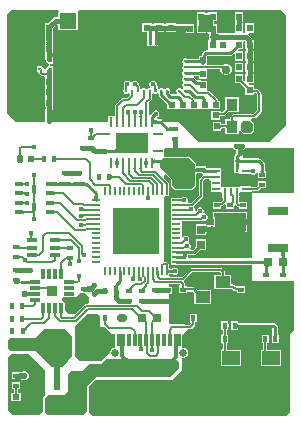
<source format=gtl>
G04*
G04 #@! TF.GenerationSoftware,Altium Limited,Altium Designer,20.1.14 (287)*
G04*
G04 Layer_Physical_Order=1*
G04 Layer_Color=255*
%FSLAX25Y25*%
%MOIN*%
G70*
G04*
G04 #@! TF.SameCoordinates,C6E2488E-A08A-4CE9-B207-DE92606EBE29*
G04*
G04*
G04 #@! TF.FilePolarity,Positive*
G04*
G01*
G75*
%ADD12C,0.01000*%
%ADD16C,0.00800*%
%ADD17C,0.00600*%
%ADD24R,0.02362X0.04724*%
%ADD25R,0.02362X0.08268*%
G04:AMPARAMS|DCode=26|XSize=70.87mil|YSize=118.11mil|CornerRadius=0mil|HoleSize=0mil|Usage=FLASHONLY|Rotation=180.000|XOffset=0mil|YOffset=0mil|HoleType=Round|Shape=Octagon|*
%AMOCTAGOND26*
4,1,8,0.01772,-0.05906,-0.01772,-0.05906,-0.03543,-0.04134,-0.03543,0.04134,-0.01772,0.05906,0.01772,0.05906,0.03543,0.04134,0.03543,-0.04134,0.01772,-0.05906,0.0*
%
%ADD26OCTAGOND26*%

%ADD27R,0.03000X0.03000*%
%ADD28R,0.01575X0.01968*%
%ADD29R,0.02008X0.02362*%
%ADD30C,0.02953*%
%ADD31R,0.03350X0.01100*%
%ADD32R,0.01100X0.03350*%
%ADD33R,0.10630X0.06690*%
%ADD34R,0.01968X0.01575*%
%ADD35R,0.01968X0.02362*%
G04:AMPARAMS|DCode=36|XSize=19.68mil|YSize=23.62mil|CornerRadius=0mil|HoleSize=0mil|Usage=FLASHONLY|Rotation=0.000|XOffset=0mil|YOffset=0mil|HoleType=Round|Shape=Octagon|*
%AMOCTAGOND36*
4,1,8,-0.00492,0.01181,0.00492,0.01181,0.00984,0.00689,0.00984,-0.00689,0.00492,-0.01181,-0.00492,-0.01181,-0.00984,-0.00689,-0.00984,0.00689,-0.00492,0.01181,0.0*
%
%ADD36OCTAGOND36*%

%ADD37R,0.02362X0.01968*%
G04:AMPARAMS|DCode=38|XSize=19.68mil|YSize=23.62mil|CornerRadius=0mil|HoleSize=0mil|Usage=FLASHONLY|Rotation=90.000|XOffset=0mil|YOffset=0mil|HoleType=Round|Shape=Octagon|*
%AMOCTAGOND38*
4,1,8,-0.01181,-0.00492,-0.01181,0.00492,-0.00689,0.00984,0.00689,0.00984,0.01181,0.00492,0.01181,-0.00492,0.00689,-0.00984,-0.00689,-0.00984,-0.01181,-0.00492,0.0*
%
%ADD38OCTAGOND38*%

%ADD39R,0.01181X0.04488*%
%ADD40R,0.06535X0.03150*%
%ADD41R,0.03000X0.02500*%
%ADD42R,0.15748X0.15748*%
%ADD43R,0.00787X0.02618*%
%ADD44R,0.02618X0.00787*%
%ADD45R,0.02362X0.02008*%
G04:AMPARAMS|DCode=46|XSize=41.34mil|YSize=37.4mil|CornerRadius=0mil|HoleSize=0mil|Usage=FLASHONLY|Rotation=270.000|XOffset=0mil|YOffset=0mil|HoleType=Round|Shape=Octagon|*
%AMOCTAGOND46*
4,1,8,-0.00935,-0.02067,0.00935,-0.02067,0.01870,-0.01132,0.01870,0.01132,0.00935,0.02067,-0.00935,0.02067,-0.01870,0.01132,-0.01870,-0.01132,-0.00935,-0.02067,0.0*
%
%ADD46OCTAGOND46*%

%ADD47R,0.03740X0.04134*%
%ADD48R,0.03150X0.01575*%
%ADD49R,0.01378X0.03150*%
%ADD50R,0.02500X0.03000*%
%ADD51R,0.01102X0.02657*%
%ADD52R,0.02657X0.01102*%
%ADD53R,0.03700X0.03700*%
%ADD54R,0.01200X0.03200*%
%ADD55R,0.03200X0.01200*%
%ADD56R,0.00945X0.01024*%
%ADD57R,0.00394X0.00394*%
G04:AMPARAMS|DCode=58|XSize=3.94mil|YSize=9.25mil|CornerRadius=0mil|HoleSize=0mil|Usage=FLASHONLY|Rotation=225.000|XOffset=0mil|YOffset=0mil|HoleType=Round|Shape=Rectangle|*
%AMROTATEDRECTD58*
4,1,4,-0.00188,0.00466,0.00466,-0.00188,0.00188,-0.00466,-0.00466,0.00188,-0.00188,0.00466,0.0*
%
%ADD58ROTATEDRECTD58*%

%ADD59R,0.00433X0.01535*%
%ADD60R,0.01024X0.00945*%
%ADD61P,0.02895X4X270.0*%
G04:AMPARAMS|DCode=62|XSize=9.25mil|YSize=3.94mil|CornerRadius=0mil|HoleSize=0mil|Usage=FLASHONLY|Rotation=225.000|XOffset=0mil|YOffset=0mil|HoleType=Round|Shape=Rectangle|*
%AMROTATEDRECTD62*
4,1,4,0.00188,0.00466,0.00466,0.00188,-0.00188,-0.00466,-0.00466,-0.00188,0.00188,0.00466,0.0*
%
%ADD62ROTATEDRECTD62*%

%ADD63R,0.03000X0.03000*%
G04:AMPARAMS|DCode=64|XSize=31.5mil|YSize=27.56mil|CornerRadius=0mil|HoleSize=0mil|Usage=FLASHONLY|Rotation=0.000|XOffset=0mil|YOffset=0mil|HoleType=Round|Shape=Octagon|*
%AMOCTAGOND64*
4,1,8,0.01575,-0.00689,0.01575,0.00689,0.00886,0.01378,-0.00886,0.01378,-0.01575,0.00689,-0.01575,-0.00689,-0.00886,-0.01378,0.00886,-0.01378,0.01575,-0.00689,0.0*
%
%ADD64OCTAGOND64*%

%ADD65R,0.03150X0.02756*%
%ADD66R,0.04724X0.03937*%
%ADD67R,0.03347X0.01378*%
%ADD68R,0.05906X0.04500*%
%ADD69C,0.01083*%
%ADD116C,0.02400*%
%ADD117C,0.01500*%
%ADD118C,0.01037*%
%ADD119C,0.01400*%
%ADD120R,0.05700X0.05700*%
%ADD121R,0.03957X0.04000*%
%ADD122C,0.02559*%
%ADD123O,0.03937X0.07874*%
%ADD124O,0.03543X0.07087*%
%ADD125C,0.01575*%
%ADD126C,0.02362*%
G36*
X16649Y130211D02*
X16652Y130158D01*
X16937D01*
X16882Y130143D01*
X16832Y130098D01*
X16788Y130023D01*
X16750Y129918D01*
X16718Y129783D01*
X16692Y129618D01*
X16689Y129586D01*
X16692Y129536D01*
X16718Y129371D01*
X16750Y129236D01*
X16788Y129131D01*
X16832Y129056D01*
X16882Y129011D01*
X16937Y128996D01*
X16651D01*
X16649Y128943D01*
X16646Y128658D01*
X15146D01*
X15144Y128943D01*
X15140Y128996D01*
X14953D01*
X14990Y129011D01*
X15022Y129056D01*
X15051Y129131D01*
X15076Y129236D01*
X15098Y129371D01*
X15107Y129478D01*
X15076Y129918D01*
X15051Y130023D01*
X15022Y130098D01*
X14990Y130143D01*
X14953Y130158D01*
X15142D01*
X15144Y130211D01*
X15146Y130496D01*
X16646D01*
X16649Y130211D01*
D02*
G37*
G36*
X71265Y130250D02*
X71310Y129995D01*
X71385Y129770D01*
X71490Y129575D01*
X71625Y129410D01*
X71790Y129275D01*
X71985Y129170D01*
X72210Y129095D01*
X72465Y129050D01*
X72750Y129035D01*
Y127535D01*
X72465Y127520D01*
X72210Y127475D01*
X71985Y127400D01*
X71790Y127295D01*
X71625Y127160D01*
X71490Y126995D01*
X71385Y126800D01*
X71310Y126575D01*
X71265Y126320D01*
X71250Y126035D01*
X69750Y128285D01*
X71250Y130535D01*
X71265Y130250D01*
D02*
G37*
G36*
X16649Y126711D02*
X16652Y126658D01*
X16937D01*
X16882Y126643D01*
X16832Y126598D01*
X16788Y126523D01*
X16750Y126418D01*
X16718Y126283D01*
X16692Y126118D01*
X16689Y126086D01*
X16692Y126036D01*
X16718Y125871D01*
X16750Y125736D01*
X16788Y125631D01*
X16832Y125556D01*
X16882Y125511D01*
X16937Y125496D01*
X16651D01*
X16649Y125443D01*
X16646Y125158D01*
X15146D01*
X15144Y125443D01*
X15140Y125496D01*
X14953D01*
X14989Y125511D01*
X15022Y125556D01*
X15051Y125631D01*
X15076Y125736D01*
X15098Y125871D01*
X15107Y125978D01*
X15076Y126418D01*
X15051Y126523D01*
X15022Y126598D01*
X14990Y126643D01*
X14953Y126658D01*
X15142D01*
X15144Y126711D01*
X15146Y126996D01*
X16646D01*
X16649Y126711D01*
D02*
G37*
G36*
X68220Y121569D02*
X67087D01*
X67115Y121575D01*
X67139Y121595D01*
X67161Y121627D01*
X67180Y121672D01*
X67196Y121730D01*
X67209Y121801D01*
X67219Y121885D01*
X67231Y122092D01*
X67232Y122214D01*
X68232D01*
X68220Y121569D01*
D02*
G37*
G36*
X3611Y137089D02*
X18823D01*
X19104Y136589D01*
X19067Y136500D01*
Y134773D01*
X18218D01*
X17769Y134683D01*
X17389Y134429D01*
X15868Y132908D01*
X14541D01*
Y130208D01*
X14520Y130158D01*
X14541Y129746D01*
X14568Y129381D01*
X14520Y128996D01*
X14553Y128917D01*
X14552Y128832D01*
X14568Y128816D01*
Y126837D01*
X14552Y126822D01*
X14553Y126736D01*
X14520Y126658D01*
X14568Y126219D01*
Y125881D01*
X14520Y125496D01*
X14553Y125417D01*
X14552Y125332D01*
X14568Y125316D01*
Y122719D01*
X14723D01*
Y120717D01*
X14812Y120268D01*
X14820Y120254D01*
X14812Y120247D01*
X14984Y119844D01*
X14984D01*
X15015Y119831D01*
X15211Y119748D01*
X15357Y119664D01*
X15574Y119254D01*
X15633Y119194D01*
X15950Y119062D01*
Y118592D01*
X15633Y118459D01*
X15574Y118400D01*
X15355Y117991D01*
X15205Y117903D01*
X14984Y117809D01*
X14984D01*
X14923Y117666D01*
X14895Y117634D01*
X14337D01*
X14309Y117666D01*
X14248Y117809D01*
X14248D01*
X14028Y117903D01*
X13877Y117991D01*
X13658Y118400D01*
X13599Y118459D01*
X13200Y118626D01*
X13146Y118572D01*
X13146Y118572D01*
X12687Y118459D01*
X11854D01*
Y116635D01*
X12425D01*
Y116065D01*
X12425D01*
Y116065D01*
X12613D01*
X12641Y115927D01*
X12795Y115695D01*
X13195Y115295D01*
X13427Y115141D01*
X13700Y115086D01*
X13709D01*
X13754Y115067D01*
X14020Y115065D01*
X14105Y115061D01*
X14541Y114908D01*
Y111746D01*
X14541D01*
X14541Y111408D01*
X14541D01*
Y108246D01*
X14541D01*
Y107908D01*
X14541D01*
Y104746D01*
X14772D01*
Y104181D01*
X14713Y104036D01*
Y103564D01*
X14728Y103528D01*
Y102272D01*
X14713Y102236D01*
Y101764D01*
X14728Y101728D01*
Y100472D01*
X14713Y100436D01*
Y99964D01*
X14693Y99935D01*
X4765D01*
X2000Y102700D01*
X2100Y132500D01*
Y135800D01*
X3500Y137200D01*
X3611Y137089D01*
D02*
G37*
G36*
X61662Y118517D02*
X61708Y118492D01*
X61762Y118471D01*
X61823Y118452D01*
X61892Y118436D01*
X61968Y118423D01*
X62142Y118406D01*
X62241Y118401D01*
X62346Y118400D01*
X62312Y117800D01*
X62203Y117799D01*
X61853Y117773D01*
X61786Y117761D01*
X61728Y117747D01*
X61678Y117731D01*
X61637Y117713D01*
X61603Y117692D01*
X61623Y118544D01*
X61662Y118517D01*
D02*
G37*
G36*
X66834Y116597D02*
X66496Y115548D01*
X66482Y115566D01*
X66460Y115582D01*
X66430Y115596D01*
X66391Y115608D01*
X66344Y115618D01*
X66289Y115627D01*
X66153Y115638D01*
X65984Y115642D01*
X66463Y116642D01*
X66834Y116597D01*
D02*
G37*
G36*
X15416Y115269D02*
X15357Y115313D01*
X15275Y115352D01*
X15169Y115387D01*
X15039Y115417D01*
X14885Y115442D01*
X14506Y115479D01*
X14031Y115498D01*
X13758Y115500D01*
Y116100D01*
X14031Y116102D01*
X14885Y116158D01*
X15039Y116183D01*
X15169Y116213D01*
X15275Y116248D01*
X15357Y116287D01*
X15416Y116331D01*
Y115269D01*
D02*
G37*
G36*
X95000Y135400D02*
Y98800D01*
X89400Y93200D01*
X65800D01*
X59065Y99935D01*
X54363D01*
X53769Y100529D01*
X53471Y100728D01*
X53120Y100798D01*
X52317D01*
X51920Y101265D01*
X51919Y101313D01*
X51937Y101396D01*
X52173Y101493D01*
X52507Y101827D01*
X52687Y102264D01*
Y102736D01*
X52507Y103173D01*
X52173Y103507D01*
X51736Y103687D01*
X51264D01*
X50827Y103507D01*
X50493Y103173D01*
X50313Y102736D01*
Y102660D01*
X50128Y102448D01*
X50074Y102394D01*
X50059Y102357D01*
X49846Y102144D01*
X49538Y102123D01*
X49124Y102509D01*
Y106314D01*
X49973Y107164D01*
X50128Y107395D01*
X50182Y107668D01*
Y109148D01*
X50201Y109191D01*
X50204Y109315D01*
X50475Y109530D01*
X50657Y109624D01*
X50758Y109599D01*
X50904Y109454D01*
X51250Y109311D01*
X51624D01*
X51970Y109454D01*
X52004Y109487D01*
X52504Y109280D01*
Y108973D01*
X52574Y108622D01*
X52772Y108324D01*
X54794Y106303D01*
X54807Y106269D01*
X55166Y105882D01*
X55290Y105728D01*
X55386Y105592D01*
X55419Y105535D01*
Y105171D01*
X55410Y105149D01*
X55419Y105128D01*
Y105095D01*
X55415Y105080D01*
X55419Y105075D01*
Y104168D01*
X58581D01*
X58581Y104168D01*
X59044D01*
Y104168D01*
X59081Y104168D01*
X62169D01*
X62206Y104168D01*
X62669D01*
X62706Y104168D01*
X65831D01*
Y104168D01*
X66294D01*
Y104168D01*
X69456D01*
Y104168D01*
X69919D01*
Y104168D01*
X73081D01*
Y106976D01*
X72316D01*
X72311Y107038D01*
X72309Y107134D01*
X72270Y107221D01*
X72235Y107397D01*
X72081Y107629D01*
X69605Y110105D01*
X69373Y110259D01*
X69100Y110314D01*
X69047D01*
X68632Y110519D01*
X68632Y110814D01*
Y113681D01*
X66813D01*
X66724Y113699D01*
X66249D01*
X66242Y113702D01*
X65284Y113714D01*
X64274Y114724D01*
X64418Y115173D01*
X64457Y115224D01*
X65824D01*
Y114269D01*
X68632D01*
Y117386D01*
X73025D01*
Y116954D01*
X73311Y116264D01*
X73839Y115736D01*
X74528Y115450D01*
X75275D01*
X75964Y115736D01*
X76492Y116264D01*
X76778Y116954D01*
Y117700D01*
X76492Y118390D01*
X75964Y118918D01*
X75275Y119203D01*
X74528D01*
X73839Y118918D01*
X73695Y118773D01*
X73492Y118814D01*
X69130D01*
X68632Y118819D01*
Y119990D01*
X68650Y120079D01*
Y121554D01*
X68653Y121561D01*
X68658Y121843D01*
X68698Y121882D01*
X76300D01*
X76651Y121952D01*
X76949Y122151D01*
X77363Y122565D01*
X77824Y122373D01*
Y120269D01*
X80632D01*
Y123431D01*
X79346D01*
X79083Y123931D01*
X79166Y124052D01*
X80632D01*
Y126522D01*
X81132Y126761D01*
X81345Y126588D01*
Y125887D01*
X81368Y125774D01*
Y124052D01*
X81599D01*
Y123431D01*
X81368D01*
Y120269D01*
X81599D01*
Y119648D01*
X81368D01*
Y116486D01*
X81599D01*
Y115864D01*
X81368D01*
Y113859D01*
X80868Y113632D01*
X80632Y113818D01*
Y115864D01*
X77824D01*
Y112702D01*
X79623D01*
X81368Y110957D01*
Y108919D01*
X84176D01*
Y109455D01*
X84197Y109458D01*
X84272Y109465D01*
X84375Y109467D01*
X84418Y109486D01*
X84904D01*
X85386Y109004D01*
Y103796D01*
X84104Y102514D01*
X77400D01*
X77127Y102459D01*
X76895Y102305D01*
X76495Y101905D01*
X76341Y101673D01*
X76286Y101400D01*
Y101009D01*
X76267Y100966D01*
X76265Y100863D01*
X76258Y100788D01*
X76255Y100767D01*
X74730D01*
Y99146D01*
X74703Y99142D01*
X74631Y99136D01*
X74531Y99133D01*
X74488Y99114D01*
X73646D01*
X73603Y99133D01*
X73500Y99136D01*
X73425Y99142D01*
X73404Y99145D01*
Y99981D01*
X70596D01*
Y96819D01*
X73404D01*
Y97655D01*
X73425Y97658D01*
X73500Y97664D01*
X73603Y97667D01*
X73646Y97686D01*
X74488D01*
X74531Y97667D01*
X74631Y97664D01*
X74703Y97658D01*
X74730Y97654D01*
Y95833D01*
X79270D01*
Y96871D01*
X79770Y96928D01*
X80865Y95833D01*
X83135D01*
X84270Y96968D01*
Y99632D01*
X83316Y100586D01*
X83523Y101086D01*
X84400D01*
X84673Y101141D01*
X84905Y101295D01*
X86605Y102995D01*
X86759Y103227D01*
X86814Y103500D01*
Y109300D01*
X86759Y109573D01*
X86605Y109805D01*
X85705Y110705D01*
X85473Y110859D01*
X85200Y110914D01*
X84418D01*
X84375Y110933D01*
X84272Y110935D01*
X84197Y110942D01*
X84176Y110945D01*
Y112081D01*
X82579D01*
X82495Y112202D01*
X82758Y112702D01*
X84176D01*
Y115864D01*
X83944D01*
Y116486D01*
X84176D01*
Y119648D01*
X83944D01*
Y120269D01*
X84176D01*
Y123431D01*
X83944D01*
Y124052D01*
X84176D01*
Y127214D01*
X83690D01*
Y127282D01*
X83601Y127731D01*
X83347Y128111D01*
X82373Y129086D01*
X82382Y129206D01*
X82538Y129586D01*
X84176D01*
Y132748D01*
X81368D01*
Y129846D01*
X81000Y129634D01*
X80632Y129846D01*
Y132748D01*
X80416Y132847D01*
Y133319D01*
X80632Y133419D01*
Y136581D01*
X77824D01*
Y133419D01*
X78041Y133319D01*
Y132847D01*
X77824Y132748D01*
X77824Y129586D01*
X77378Y129457D01*
X72793D01*
X72773Y129467D01*
X72514Y129481D01*
X72317Y129516D01*
X72157Y129569D01*
X72032Y129636D01*
X71933Y129717D01*
X71904Y129753D01*
Y132581D01*
X70933D01*
Y133419D01*
X71904D01*
Y136581D01*
X69096D01*
Y136172D01*
X67947D01*
Y136581D01*
X65139D01*
Y133419D01*
X65371D01*
Y132581D01*
X65139D01*
Y129419D01*
X67947D01*
Y129419D01*
X68286Y129713D01*
X68739D01*
X69096Y129419D01*
X69327Y129015D01*
Y128373D01*
X69325Y128370D01*
X69327Y128359D01*
Y128210D01*
X69325Y128200D01*
X69327Y128197D01*
Y127214D01*
X69096D01*
Y124052D01*
X68735Y123718D01*
X68318D01*
X67967Y123648D01*
X67669Y123449D01*
X67083Y122863D01*
X66884Y122565D01*
X66830Y122291D01*
X66799Y122219D01*
X66798Y122106D01*
X66791Y121981D01*
X65824D01*
Y120996D01*
X61562D01*
X61467Y121036D01*
X61092D01*
X60746Y120893D01*
X60482Y120628D01*
X60338Y120282D01*
Y119907D01*
X60482Y119561D01*
X60627Y119416D01*
X60701Y119110D01*
X60627Y118805D01*
X60482Y118659D01*
X60338Y118313D01*
Y117939D01*
X60482Y117593D01*
X60627Y117447D01*
X60701Y117142D01*
X60627Y116836D01*
X60482Y116691D01*
X60338Y116345D01*
Y115970D01*
X60482Y115624D01*
X60627Y115479D01*
X60701Y115173D01*
X60627Y114868D01*
X60482Y114722D01*
X60338Y114376D01*
Y114002D01*
X60482Y113656D01*
X60627Y113510D01*
X60701Y113205D01*
X60627Y112899D01*
X60482Y112754D01*
X60338Y112408D01*
Y112033D01*
X60482Y111687D01*
X60627Y111542D01*
X60671Y111361D01*
X60464Y110967D01*
X59950Y110944D01*
X59844Y111050D01*
X59498Y111193D01*
X59124D01*
X58778Y111050D01*
X58513Y110785D01*
X58370Y110439D01*
Y110065D01*
X58513Y109719D01*
X58614Y109618D01*
X58407Y109118D01*
X56680D01*
X56308Y109490D01*
Y110046D01*
X56315Y110065D01*
Y110439D01*
X56172Y110785D01*
X55907Y111050D01*
X55561Y111193D01*
X55187D01*
X54841Y111050D01*
X54695Y110905D01*
X54390Y110830D01*
X54084Y110905D01*
X53939Y111050D01*
X53593Y111193D01*
X53218D01*
X52872Y111050D01*
X52727Y110905D01*
X52609Y110876D01*
X52600Y110878D01*
X52151Y111114D01*
X52141Y111236D01*
X52140Y111327D01*
X52135Y111339D01*
X52139Y111351D01*
X52120Y111387D01*
Y111693D01*
X52066Y111967D01*
X51964Y112120D01*
X51927Y112209D01*
X51880Y112257D01*
X51806Y112336D01*
X51787Y112359D01*
Y112672D01*
X51607Y113109D01*
X51273Y113443D01*
X50836Y113624D01*
X50364D01*
X49927Y113443D01*
X49593Y113109D01*
X49413Y112672D01*
Y112200D01*
X49593Y111764D01*
X49669Y111688D01*
X49457Y111193D01*
X49281D01*
X48935Y111050D01*
X48790Y110905D01*
X48484Y110830D01*
X48179Y110905D01*
X48033Y111050D01*
X47687Y111193D01*
X47313D01*
X46967Y111050D01*
X46821Y110905D01*
X46721Y110880D01*
X46609Y110941D01*
X46267Y111189D01*
X46266Y111213D01*
X46264Y111308D01*
X46245Y111353D01*
Y111597D01*
X46191Y111871D01*
X46094Y112015D01*
X46062Y112103D01*
X45966Y112207D01*
X45941Y112239D01*
X45921Y112268D01*
X45908Y112289D01*
X45906Y112293D01*
X45909Y112301D01*
X45887Y112354D01*
Y112672D01*
X45707Y113109D01*
X45373Y113443D01*
X44936Y113624D01*
X44464D01*
X44027Y113443D01*
X43693Y113109D01*
X43671Y113054D01*
X43129D01*
X43107Y113109D01*
X42773Y113443D01*
X42336Y113624D01*
X41864D01*
X41427Y113443D01*
X41093Y113109D01*
X40913Y112672D01*
Y112200D01*
X41043Y111884D01*
X41028Y111860D01*
X40973Y111587D01*
Y110962D01*
X40797Y110785D01*
X40653Y110439D01*
Y110065D01*
X40797Y109719D01*
X41061Y109454D01*
X41407Y109311D01*
X41782D01*
X42128Y109454D01*
X42273Y109599D01*
X42374Y109624D01*
X42485Y109563D01*
X42827Y109315D01*
X42829Y109291D01*
X42830Y109196D01*
X42849Y109151D01*
Y108659D01*
X42030Y107840D01*
X40626D01*
X40353Y107785D01*
X40121Y107631D01*
X38065Y105575D01*
X37911Y105343D01*
X37856Y105070D01*
Y102328D01*
X37550Y101955D01*
X37358Y101955D01*
X35650D01*
Y99935D01*
X17107D01*
X17087Y99964D01*
Y100436D01*
X17073Y100472D01*
Y101728D01*
X17087Y101764D01*
Y102236D01*
X17073Y102272D01*
Y103528D01*
X17087Y103564D01*
Y103849D01*
X17117Y104000D01*
Y104746D01*
X17349D01*
Y107908D01*
X17349D01*
Y108246D01*
X17349D01*
Y111408D01*
X17349D01*
X17349Y111746D01*
X17349D01*
Y114908D01*
X17117D01*
Y116635D01*
X17378D01*
Y118459D01*
X16411D01*
X16181Y118827D01*
X16411Y119194D01*
X17378D01*
Y121018D01*
X17181D01*
Y121392D01*
X17068D01*
Y122719D01*
X17376D01*
Y125881D01*
X17376D01*
X17376Y126219D01*
X17376Y126219D01*
Y129381D01*
X17376Y129381D01*
X17349Y129746D01*
X17370Y130158D01*
X17349Y130208D01*
Y130225D01*
X17355Y130271D01*
X17349Y130279D01*
Y131072D01*
X18567Y132291D01*
X19067Y132097D01*
Y130800D01*
X19194Y130494D01*
X19500Y130367D01*
X25200D01*
X25506Y130494D01*
X25633Y130800D01*
Y136500D01*
X25596Y136589D01*
X25877Y137089D01*
X93320D01*
X95000Y135400D01*
D02*
G37*
G36*
X61657Y112616D02*
X61703Y112593D01*
X61756Y112572D01*
X61816Y112554D01*
X61885Y112539D01*
X61961Y112527D01*
X62135Y112510D01*
X62234Y112506D01*
X62340Y112505D01*
X62319Y111905D01*
X62211Y111904D01*
X61861Y111876D01*
X61794Y111863D01*
X61735Y111848D01*
X61684Y111831D01*
X61642Y111812D01*
X61607Y111790D01*
X61619Y112642D01*
X61657Y112616D01*
D02*
G37*
G36*
X66236Y113269D02*
X66248Y111781D01*
X66238Y111876D01*
X66207Y111961D01*
X66156Y112036D01*
X66085Y112101D01*
X65993Y112156D01*
X65882Y112201D01*
X65751Y112236D01*
X65600Y112261D01*
X65428Y112276D01*
X65236Y112281D01*
Y113281D01*
X66236Y113269D01*
D02*
G37*
G36*
X51362Y112226D02*
X51368Y112207D01*
X51379Y112184D01*
X51396Y112157D01*
X51419Y112125D01*
X51481Y112050D01*
X51567Y111958D01*
X51619Y111906D01*
X51195Y111481D01*
X51147Y111528D01*
X50994Y111659D01*
X50964Y111678D01*
X50938Y111692D01*
X50916Y111700D01*
X50897Y111703D01*
X50882Y111701D01*
X51363Y112240D01*
X51362Y112226D01*
D02*
G37*
G36*
X45473Y112264D02*
X45476Y112222D01*
X45486Y112178D01*
X45503Y112132D01*
X45526Y112083D01*
X45557Y112033D01*
X45593Y111980D01*
X45637Y111925D01*
X45744Y111810D01*
X45319Y111385D01*
X45260Y111443D01*
X45147Y111537D01*
X45094Y111575D01*
X45043Y111605D01*
X44995Y111629D01*
X44948Y111647D01*
X44904Y111657D01*
X44862Y111661D01*
X44822Y111658D01*
X45476Y112304D01*
X45473Y112264D01*
D02*
G37*
G36*
X45833Y111195D02*
X45852Y110921D01*
X45863Y110845D01*
X45877Y110778D01*
X45893Y110718D01*
X45912Y110666D01*
X45934Y110622D01*
X45958Y110586D01*
X45105D01*
X45129Y110622D01*
X45151Y110666D01*
X45170Y110718D01*
X45186Y110778D01*
X45200Y110845D01*
X45211Y110921D01*
X45226Y111096D01*
X45232Y111303D01*
X45832D01*
X45833Y111195D01*
D02*
G37*
G36*
X51708Y111216D02*
X51730Y110943D01*
X51744Y110867D01*
X51760Y110799D01*
X51779Y110737D01*
X51801Y110683D01*
X51826Y110636D01*
X51854Y110597D01*
X51002Y110574D01*
X51022Y110607D01*
X51040Y110648D01*
X51055Y110697D01*
X51069Y110755D01*
X51081Y110821D01*
X51097Y110980D01*
X51106Y111172D01*
X51107Y111281D01*
X51707Y111321D01*
X51708Y111216D01*
D02*
G37*
G36*
X83758Y110743D02*
X83776Y110692D01*
X83807Y110647D01*
X83850Y110608D01*
X83905Y110575D01*
X83972Y110548D01*
X84052Y110527D01*
X84143Y110512D01*
X84247Y110503D01*
X84364Y110500D01*
Y109900D01*
X84247Y109897D01*
X84143Y109888D01*
X84052Y109873D01*
X83972Y109852D01*
X83905Y109825D01*
X83850Y109792D01*
X83807Y109753D01*
X83776Y109708D01*
X83758Y109657D01*
X83752Y109600D01*
Y110800D01*
X83758Y110743D01*
D02*
G37*
G36*
X59857Y110275D02*
X59873Y110228D01*
X59896Y110178D01*
X59927Y110124D01*
X59965Y110067D01*
X60011Y110005D01*
X60124Y109871D01*
X60266Y109721D01*
X59842Y109297D01*
X59765Y109372D01*
X59558Y109552D01*
X59496Y109598D01*
X59439Y109636D01*
X59385Y109667D01*
X59335Y109690D01*
X59288Y109706D01*
X59246Y109715D01*
X59848Y110317D01*
X59857Y110275D01*
D02*
G37*
G36*
X49871Y109882D02*
X49849Y109838D01*
X49830Y109786D01*
X49814Y109726D01*
X49800Y109658D01*
X49789Y109583D01*
X49774Y109408D01*
X49768Y109201D01*
X49169D01*
X49167Y109309D01*
X49148Y109583D01*
X49137Y109658D01*
X49123Y109726D01*
X49107Y109786D01*
X49088Y109838D01*
X49066Y109882D01*
X49042Y109918D01*
X49895D01*
X49871Y109882D01*
D02*
G37*
G36*
X47902D02*
X47881Y109838D01*
X47862Y109786D01*
X47845Y109726D01*
X47831Y109658D01*
X47820Y109583D01*
X47805Y109408D01*
X47800Y109201D01*
X47200D01*
X47199Y109309D01*
X47180Y109583D01*
X47168Y109658D01*
X47155Y109726D01*
X47138Y109786D01*
X47119Y109838D01*
X47098Y109882D01*
X47074Y109918D01*
X47926D01*
X47902Y109882D01*
D02*
G37*
G36*
X43965D02*
X43944Y109838D01*
X43925Y109786D01*
X43908Y109726D01*
X43894Y109658D01*
X43883Y109583D01*
X43868Y109408D01*
X43863Y109201D01*
X43263D01*
X43262Y109309D01*
X43243Y109583D01*
X43231Y109658D01*
X43218Y109726D01*
X43201Y109786D01*
X43182Y109838D01*
X43161Y109882D01*
X43137Y109918D01*
X43989D01*
X43965Y109882D01*
D02*
G37*
G36*
X71879Y107015D02*
X71886Y106918D01*
X71899Y106832D01*
X71918Y106758D01*
X71941Y106695D01*
X71970Y106643D01*
X72004Y106603D01*
X72043Y106574D01*
X72087Y106557D01*
X72136Y106552D01*
X71016D01*
X71065Y106557D01*
X71109Y106574D01*
X71148Y106603D01*
X71182Y106643D01*
X71211Y106695D01*
X71234Y106758D01*
X71253Y106832D01*
X71266Y106918D01*
X71273Y107015D01*
X71276Y107124D01*
X71876D01*
X71879Y107015D01*
D02*
G37*
G36*
X64079D02*
X64087Y106918D01*
X64100Y106832D01*
X64118Y106758D01*
X64141Y106695D01*
X64170Y106643D01*
X64204Y106603D01*
X64243Y106574D01*
X64287Y106557D01*
X64337Y106552D01*
X63216D01*
X63265Y106557D01*
X63309Y106574D01*
X63348Y106603D01*
X63382Y106643D01*
X63411Y106695D01*
X63434Y106758D01*
X63453Y106832D01*
X63466Y106918D01*
X63473Y107015D01*
X63476Y107124D01*
X64076D01*
X64079Y107015D01*
D02*
G37*
G36*
X60445Y107041D02*
X60467Y106703D01*
X60477Y106649D01*
X60489Y106606D01*
X60503Y106576D01*
X60519Y106558D01*
X60536Y106552D01*
X59456Y106564D01*
X59454Y106570D01*
X59452Y106587D01*
X59450Y106617D01*
X59444Y107156D01*
X60444D01*
X60445Y107041D01*
D02*
G37*
G36*
X68197Y107244D02*
X68225Y106970D01*
X68249Y106859D01*
X68279Y106765D01*
X68317Y106688D01*
X68362Y106629D01*
X68413Y106586D01*
X68471Y106560D01*
X68536Y106552D01*
X68205D01*
X68208Y106497D01*
X68217Y106441D01*
X68227Y106394D01*
X68238Y106355D01*
X68252Y106324D01*
X68268Y106301D01*
X68285Y106287D01*
X67221Y105998D01*
X67203Y106552D01*
X66851D01*
X66916Y106560D01*
X66975Y106586D01*
X67026Y106629D01*
X67071Y106688D01*
X67108Y106765D01*
X67139Y106859D01*
X67163Y106970D01*
X67180Y107098D01*
X67190Y107244D01*
X67194Y107406D01*
X68194D01*
X68197Y107244D01*
D02*
G37*
G36*
X56037Y107071D02*
X56406Y106758D01*
X56569Y106644D01*
X56718Y106558D01*
X56852Y106500D01*
X56972Y106470D01*
X57077Y106469D01*
X57168Y106496D01*
X57245Y106552D01*
X55843Y105149D01*
X55898Y105226D01*
X55925Y105317D01*
X55924Y105423D01*
X55895Y105543D01*
X55837Y105677D01*
X55751Y105825D01*
X55637Y105988D01*
X55494Y106166D01*
X55124Y106564D01*
X55831Y107271D01*
X56037Y107071D01*
D02*
G37*
G36*
X48712Y102029D02*
X48731Y101837D01*
X48748Y101759D01*
X48770Y101693D01*
X48796Y101639D01*
X48827Y101597D01*
X48862Y101567D01*
X48903Y101549D01*
X48948Y101543D01*
X47872D01*
X47917Y101549D01*
X47958Y101567D01*
X47993Y101597D01*
X48024Y101639D01*
X48050Y101693D01*
X48072Y101759D01*
X48089Y101837D01*
X48101Y101927D01*
X48108Y102029D01*
X48110Y102143D01*
X48710D01*
X48712Y102029D01*
D02*
G37*
G36*
X47047Y102493D02*
X46991Y102462D01*
X46941Y102425D01*
X46897Y102383D01*
X46859Y102336D01*
X46826Y102283D01*
X46800Y102225D01*
X46780Y102163D01*
X46765Y102094D01*
X46756Y102022D01*
X46774Y101837D01*
X46791Y101759D01*
X46812Y101693D01*
X46838Y101639D01*
X46868Y101597D01*
X46903Y101567D01*
X46943Y101549D01*
X46988Y101543D01*
X45912D01*
X45958Y101549D01*
X45999Y101567D01*
X46035Y101597D01*
X46066Y101639D01*
X46093Y101693D01*
X46114Y101759D01*
X46131Y101837D01*
X46143Y101927D01*
X46151Y102029D01*
X46153Y102143D01*
X46203D01*
X46153Y102161D01*
X46152Y102237D01*
X46139Y102383D01*
X46129Y102453D01*
X46098Y102588D01*
X46078Y102654D01*
X46029Y102779D01*
X46000Y102839D01*
X47047Y102493D01*
D02*
G37*
G36*
X45059Y102560D02*
X45006Y102518D01*
X44959Y102472D01*
X44917Y102422D01*
X44881Y102368D01*
X44850Y102310D01*
X44825Y102248D01*
X44805Y102182D01*
X44791Y102113D01*
X44783Y102039D01*
X44782Y102029D01*
X44801Y101837D01*
X44818Y101759D01*
X44840Y101693D01*
X44866Y101639D01*
X44897Y101597D01*
X44932Y101567D01*
X44973Y101549D01*
X45018Y101543D01*
X43942D01*
X43987Y101549D01*
X44028Y101567D01*
X44063Y101597D01*
X44094Y101639D01*
X44120Y101693D01*
X44142Y101759D01*
X44159Y101837D01*
X44170Y101927D01*
X44178Y102029D01*
X44179Y102097D01*
X44178Y102138D01*
X44172Y102212D01*
X44161Y102283D01*
X44146Y102353D01*
X44127Y102421D01*
X44104Y102487D01*
X44077Y102550D01*
X44045Y102612D01*
X44010Y102671D01*
X43970Y102728D01*
X45059Y102560D01*
D02*
G37*
G36*
X42945Y102623D02*
X42905Y102567D01*
X42870Y102508D01*
X42839Y102446D01*
X42814Y102382D01*
X42792Y102316D01*
X42776Y102247D01*
X42764Y102175D01*
X42757Y102101D01*
X42757Y102079D01*
X42758Y102029D01*
X42767Y101927D01*
X42781Y101837D01*
X42802Y101759D01*
X42828Y101693D01*
X42860Y101639D01*
X42899Y101597D01*
X42943Y101567D01*
X42992Y101549D01*
X43048Y101543D01*
X41972D01*
X42007Y101549D01*
X42038Y101567D01*
X42065Y101597D01*
X42089Y101639D01*
X42109Y101693D01*
X42126Y101759D01*
X42138Y101837D01*
X42148Y101927D01*
X42152Y102058D01*
X42144Y102130D01*
X42131Y102201D01*
X42112Y102268D01*
X42089Y102332D01*
X42059Y102393D01*
X42025Y102450D01*
X41985Y102503D01*
X41940Y102554D01*
X41889Y102601D01*
X42989Y102678D01*
X42945Y102623D01*
D02*
G37*
G36*
X40842Y102029D02*
X40861Y101837D01*
X40878Y101759D01*
X40900Y101693D01*
X40926Y101639D01*
X40957Y101597D01*
X40992Y101567D01*
X41033Y101549D01*
X41078Y101543D01*
X40002D01*
X40047Y101549D01*
X40088Y101567D01*
X40123Y101597D01*
X40154Y101639D01*
X40181Y101693D01*
X40202Y101759D01*
X40219Y101837D01*
X40231Y101927D01*
X40238Y102029D01*
X40240Y102143D01*
X40840D01*
X40842Y102029D01*
D02*
G37*
G36*
X38872D02*
X38891Y101837D01*
X38908Y101759D01*
X38930Y101693D01*
X38956Y101639D01*
X38987Y101597D01*
X39022Y101567D01*
X39063Y101549D01*
X39108Y101543D01*
X38032D01*
X38077Y101549D01*
X38118Y101567D01*
X38153Y101597D01*
X38184Y101639D01*
X38210Y101693D01*
X38232Y101759D01*
X38249Y101837D01*
X38260Y101927D01*
X38268Y102029D01*
X38270Y102143D01*
X38870D01*
X38872Y102029D01*
D02*
G37*
G36*
X51492Y101713D02*
X51475Y101709D01*
X51453Y101700D01*
X51426Y101683D01*
X51393Y101660D01*
X51313Y101594D01*
X51211Y101501D01*
X51089Y101382D01*
X50382Y102089D01*
X50445Y102153D01*
X50683Y102426D01*
X50700Y102453D01*
X50709Y102475D01*
X50713Y102492D01*
X51492Y101713D01*
D02*
G37*
G36*
X77303Y100839D02*
X77312Y100735D01*
X77327Y100643D01*
X77348Y100563D01*
X77375Y100496D01*
X77408Y100441D01*
X77447Y100398D01*
X77492Y100367D01*
X77543Y100349D01*
X77600Y100343D01*
X76400D01*
X76457Y100349D01*
X76508Y100367D01*
X76553Y100398D01*
X76592Y100441D01*
X76625Y100496D01*
X76652Y100563D01*
X76673Y100643D01*
X76688Y100735D01*
X76697Y100839D01*
X76700Y100955D01*
X77300D01*
X77303Y100839D01*
D02*
G37*
G36*
X50916Y100785D02*
X50946Y100700D01*
X50997Y100625D01*
X51068Y100560D01*
X51159Y100505D01*
X51270Y100460D01*
X51402Y100425D01*
X51554Y100400D01*
X51726Y100385D01*
X51918Y100380D01*
Y99380D01*
X51726Y99375D01*
X51554Y99360D01*
X51402Y99335D01*
X51270Y99300D01*
X51159Y99255D01*
X51068Y99200D01*
X50997Y99135D01*
X50946Y99060D01*
X50916Y98975D01*
X50906Y98880D01*
Y100880D01*
X50916Y100785D01*
D02*
G37*
G36*
X75142Y97800D02*
X75136Y97857D01*
X75118Y97908D01*
X75088Y97953D01*
X75046Y97992D01*
X74992Y98025D01*
X74926Y98052D01*
X74848Y98073D01*
X74758Y98088D01*
X74656Y98097D01*
X74542Y98100D01*
Y98700D01*
X74656Y98703D01*
X74758Y98712D01*
X74848Y98727D01*
X74926Y98748D01*
X74992Y98775D01*
X75046Y98808D01*
X75088Y98847D01*
X75118Y98892D01*
X75136Y98943D01*
X75142Y99000D01*
Y97800D01*
D02*
G37*
G36*
X72986Y98943D02*
X73004Y98892D01*
X73035Y98847D01*
X73078Y98808D01*
X73133Y98775D01*
X73200Y98748D01*
X73280Y98727D01*
X73372Y98712D01*
X73476Y98703D01*
X73592Y98700D01*
Y98100D01*
X73476Y98097D01*
X73372Y98088D01*
X73280Y98073D01*
X73200Y98052D01*
X73133Y98025D01*
X73078Y97992D01*
X73035Y97953D01*
X73004Y97908D01*
X72986Y97857D01*
X72980Y97800D01*
Y99000D01*
X72986Y98943D01*
D02*
G37*
G36*
X57028Y96896D02*
X57018Y96948D01*
X56988Y96995D01*
X56938Y97036D01*
X56868Y97072D01*
X56778Y97102D01*
X56668Y97127D01*
X56538Y97146D01*
X56388Y97160D01*
X56028Y97171D01*
Y98171D01*
X56218Y98174D01*
X56538Y98196D01*
X56668Y98215D01*
X56778Y98240D01*
X56868Y98270D01*
X56938Y98306D01*
X56988Y98348D01*
X57018Y98394D01*
X57028Y98447D01*
Y96896D01*
D02*
G37*
G36*
X30575Y96572D02*
X30542Y96542D01*
X30512Y96507D01*
X30486Y96465D01*
X30463Y96417D01*
X30444Y96363D01*
X30428Y96302D01*
X30415Y96236D01*
X30407Y96163D01*
X30401Y96084D01*
X30400Y95999D01*
X29600Y96120D01*
X29599Y96205D01*
X29581Y96427D01*
X29570Y96489D01*
X29557Y96546D01*
X29542Y96596D01*
X29524Y96641D01*
X29504Y96680D01*
X29482Y96712D01*
X30575Y96572D01*
D02*
G37*
G36*
X10372Y91025D02*
X10329Y91077D01*
X10281Y91124D01*
X10230Y91165D01*
X10175Y91201D01*
X10116Y91231D01*
X10054Y91256D01*
X9988Y91275D01*
X9917Y91289D01*
X9844Y91297D01*
X9766Y91300D01*
X9849Y91900D01*
X9926Y91902D01*
X10000Y91909D01*
X10071Y91920D01*
X10141Y91935D01*
X10208Y91954D01*
X10273Y91979D01*
X10336Y92007D01*
X10397Y92040D01*
X10456Y92077D01*
X10512Y92118D01*
X10372Y91025D01*
D02*
G37*
G36*
X38197Y89667D02*
X38187Y89643D01*
X38157Y89621D01*
X38107Y89602D01*
X38037Y89586D01*
X37947Y89572D01*
X37707Y89551D01*
X37387Y89541D01*
X37303Y89541D01*
Y89540D01*
X36303Y89502D01*
Y89532D01*
X35170Y89509D01*
Y90571D01*
X35191Y90565D01*
X35241Y90560D01*
X35429Y90551D01*
X36303Y90543D01*
Y90578D01*
X36313Y90571D01*
X36343Y90564D01*
X36393Y90559D01*
X36553Y90549D01*
X37231Y90541D01*
X37387Y90545D01*
X37557Y90560D01*
X37707Y90585D01*
X37837Y90620D01*
X37947Y90665D01*
X38037Y90720D01*
X38107Y90785D01*
X38157Y90860D01*
X38187Y90945D01*
X38197Y91040D01*
Y89667D01*
D02*
G37*
G36*
X6532Y89181D02*
X6541Y89079D01*
X6556Y88989D01*
X6577Y88911D01*
X6604Y88845D01*
X6637Y88791D01*
X6676Y88749D01*
X6721Y88719D01*
X6772Y88701D01*
X6829Y88695D01*
X5629D01*
X5686Y88701D01*
X5737Y88719D01*
X5782Y88749D01*
X5821Y88791D01*
X5854Y88845D01*
X5881Y88911D01*
X5902Y88989D01*
X5917Y89079D01*
X5926Y89181D01*
X5929Y89295D01*
X6529D01*
X6532Y89181D01*
D02*
G37*
G36*
X13390Y86926D02*
X13384Y86983D01*
X13366Y87034D01*
X13335Y87079D01*
X13292Y87118D01*
X13237Y87151D01*
X13170Y87178D01*
X13090Y87199D01*
X12999Y87214D01*
X12894Y87223D01*
X12778Y87226D01*
Y87826D01*
X12894Y87829D01*
X12999Y87838D01*
X13090Y87853D01*
X13170Y87874D01*
X13237Y87901D01*
X13292Y87934D01*
X13335Y87973D01*
X13366Y88018D01*
X13384Y88069D01*
X13390Y88126D01*
Y86926D01*
D02*
G37*
G36*
X10739Y88069D02*
X10757Y88018D01*
X10787Y87973D01*
X10830Y87934D01*
X10885Y87901D01*
X10953Y87874D01*
X11032Y87853D01*
X11124Y87838D01*
X11228Y87829D01*
X11344Y87826D01*
Y87226D01*
X11228Y87223D01*
X11124Y87214D01*
X11032Y87199D01*
X10953Y87178D01*
X10885Y87151D01*
X10830Y87118D01*
X10787Y87079D01*
X10757Y87034D01*
X10739Y86983D01*
X10732Y86926D01*
Y88126D01*
X10739Y88069D01*
D02*
G37*
G36*
X18270Y88043D02*
X18288Y87992D01*
X18318Y87947D01*
X18361Y87908D01*
X18416Y87875D01*
X18484Y87848D01*
X18563Y87827D01*
X18655Y87812D01*
X18759Y87803D01*
X18875Y87800D01*
Y87200D01*
X18759Y87197D01*
X18655Y87188D01*
X18563Y87173D01*
X18484Y87152D01*
X18416Y87125D01*
X18361Y87092D01*
X18318Y87053D01*
X18288Y87008D01*
X18270Y86957D01*
X18263Y86900D01*
Y88100D01*
X18270Y88043D01*
D02*
G37*
G36*
X50926Y87634D02*
X50956Y87549D01*
X51007Y87474D01*
X51078Y87409D01*
X51169Y87354D01*
X51280Y87309D01*
X51412Y87274D01*
X51564Y87249D01*
X51736Y87234D01*
X51928Y87229D01*
Y86229D01*
X51736Y86224D01*
X51564Y86209D01*
X51412Y86184D01*
X51280Y86149D01*
X51169Y86104D01*
X51078Y86049D01*
X51007Y85984D01*
X50956Y85909D01*
X50926Y85824D01*
X50916Y85729D01*
Y87729D01*
X50926Y87634D01*
D02*
G37*
G36*
X78978Y88087D02*
X79008Y87922D01*
X79058Y87776D01*
X79128Y87650D01*
X79218Y87543D01*
X79328Y87455D01*
X79458Y87387D01*
X79608Y87339D01*
X79778Y87310D01*
X79968Y87300D01*
Y86300D01*
X79778Y86290D01*
X79608Y86260D01*
X79458Y86210D01*
X79328Y86140D01*
X79218Y86050D01*
X79128Y85940D01*
X79058Y85810D01*
X79008Y85660D01*
X78978Y85490D01*
X78968Y85300D01*
X77968Y86800D01*
X78968Y88271D01*
X78978Y88087D01*
D02*
G37*
G36*
X46943Y84441D02*
X46902Y84423D01*
X46867Y84393D01*
X46836Y84351D01*
X46810Y84297D01*
X46788Y84231D01*
X46771Y84153D01*
X46760Y84063D01*
X46752Y83961D01*
X46750Y83847D01*
X46150D01*
X46148Y83961D01*
X46129Y84153D01*
X46112Y84231D01*
X46090Y84297D01*
X46064Y84351D01*
X46033Y84393D01*
X45998Y84423D01*
X45957Y84441D01*
X45912Y84447D01*
X46988D01*
X46943Y84441D01*
D02*
G37*
G36*
X44973D02*
X44932Y84423D01*
X44897Y84393D01*
X44866Y84351D01*
X44840Y84297D01*
X44818Y84231D01*
X44801Y84153D01*
X44789Y84063D01*
X44782Y83961D01*
X44780Y83847D01*
X44180D01*
X44178Y83961D01*
X44159Y84153D01*
X44142Y84231D01*
X44120Y84297D01*
X44094Y84351D01*
X44063Y84393D01*
X44028Y84423D01*
X43987Y84441D01*
X43942Y84447D01*
X45018D01*
X44973Y84441D01*
D02*
G37*
G36*
X43013D02*
X42972Y84423D01*
X42937Y84393D01*
X42906Y84351D01*
X42880Y84297D01*
X42858Y84231D01*
X42841Y84153D01*
X42829Y84063D01*
X42822Y83961D01*
X42820Y83847D01*
X42220D01*
X42218Y83961D01*
X42199Y84153D01*
X42182Y84231D01*
X42160Y84297D01*
X42134Y84351D01*
X42103Y84393D01*
X42068Y84423D01*
X42027Y84441D01*
X41982Y84447D01*
X43058D01*
X43013Y84441D01*
D02*
G37*
G36*
X41033D02*
X40984Y84423D01*
X40941Y84393D01*
X40904Y84351D01*
X40872Y84297D01*
X40846Y84231D01*
X40826Y84153D01*
X40811Y84063D01*
X40803Y83961D01*
X40800Y83847D01*
X40200D01*
X40198Y83961D01*
X40183Y84153D01*
X40170Y84231D01*
X40153Y84297D01*
X40132Y84351D01*
X40108Y84393D01*
X40080Y84423D01*
X40048Y84441D01*
X40012Y84447D01*
X41088D01*
X41033Y84441D01*
D02*
G37*
G36*
X65828Y83125D02*
X65818Y83177D01*
X65788Y83224D01*
X65738Y83265D01*
X65668Y83301D01*
X65578Y83331D01*
X65468Y83356D01*
X65338Y83375D01*
X65188Y83389D01*
X64828Y83400D01*
Y84400D01*
X65018Y84403D01*
X65338Y84425D01*
X65468Y84444D01*
X65578Y84469D01*
X65668Y84499D01*
X65738Y84535D01*
X65788Y84576D01*
X65818Y84623D01*
X65828Y84675D01*
Y83125D01*
D02*
G37*
G36*
X87505Y83857D02*
X87519Y83687D01*
X87543Y83537D01*
X87576Y83407D01*
X87618Y83297D01*
X87670Y83207D01*
X87732Y83137D01*
X87803Y83087D01*
X87883Y83057D01*
X87973Y83047D01*
X86028D01*
X86118Y83057D01*
X86198Y83087D01*
X86269Y83137D01*
X86330Y83207D01*
X86382Y83297D01*
X86425Y83407D01*
X86458Y83537D01*
X86481Y83687D01*
X86496Y83857D01*
X86500Y84047D01*
X87500D01*
X87505Y83857D01*
D02*
G37*
G36*
X67771Y84358D02*
X67802Y84273D01*
X67853Y84198D01*
X67924Y84133D01*
X68015Y84078D01*
X68127Y84033D01*
X68258Y83998D01*
X68409Y83973D01*
X68581Y83958D01*
X68772Y83953D01*
Y82953D01*
X67772Y83125D01*
X67760Y84453D01*
X67771Y84358D01*
D02*
G37*
G36*
X83472Y82916D02*
X83418Y82961D01*
X83362Y83002D01*
X83303Y83037D01*
X83242Y83068D01*
X83178Y83094D01*
X83112Y83115D01*
X83043Y83132D01*
X82971Y83144D01*
X82897Y83151D01*
X82821Y83153D01*
X82782Y83753D01*
X82859Y83756D01*
X82933Y83764D01*
X83004Y83777D01*
X83071Y83795D01*
X83135Y83819D01*
X83196Y83848D01*
X83253Y83882D01*
X83307Y83922D01*
X83358Y83966D01*
X83406Y84017D01*
X83472Y82916D01*
D02*
G37*
G36*
X70215Y82914D02*
X70205Y82921D01*
X70175Y82928D01*
X70125Y82934D01*
X69965Y82943D01*
X69215Y82953D01*
Y83953D01*
X70215Y83992D01*
Y82914D01*
D02*
G37*
G36*
X67093Y82605D02*
X67229Y82578D01*
X67283Y82058D01*
X67179Y81989D01*
X65995Y80805D01*
X65841Y80573D01*
X65786Y80300D01*
Y75396D01*
X63292Y72901D01*
X62684D01*
X62556Y72876D01*
X62408D01*
X62110Y73376D01*
X62187Y73564D01*
Y74036D01*
X62007Y74473D01*
X61673Y74807D01*
X61236Y74987D01*
X60764D01*
X60327Y74807D01*
X60185Y74665D01*
X60107Y74631D01*
X60072Y74595D01*
X60049Y74576D01*
X60026Y74560D01*
X60002Y74546D01*
X59976Y74533D01*
X59965Y74530D01*
X56707D01*
Y72956D01*
X56707D01*
Y71368D01*
X56707D01*
Y69806D01*
X56707D01*
Y66643D01*
Y61919D01*
X56707D01*
Y60357D01*
X56707D01*
Y58769D01*
Y54258D01*
X56507D01*
Y52270D01*
X57890D01*
X57980Y52210D01*
X58416Y52124D01*
X83700D01*
Y46800D01*
X83700Y46800D01*
X97763D01*
Y30463D01*
X96200Y28900D01*
Y12934D01*
X96200Y12934D01*
X96200Y3100D01*
X95000Y1900D01*
X30600Y1900D01*
X29400Y3100D01*
X29400Y11800D01*
X31600Y14000D01*
X57400D01*
X60400Y17300D01*
Y21306D01*
X60422Y21320D01*
X61090D01*
X61707Y21576D01*
X62180Y22049D01*
X62435Y22666D01*
Y23334D01*
X62180Y23951D01*
X61707Y24424D01*
X61090Y24679D01*
X60422D01*
X60408Y24689D01*
Y28859D01*
X62335Y30786D01*
X63048D01*
X63322Y30841D01*
X63553Y30995D01*
X64505Y31947D01*
X64659Y32178D01*
X64714Y32452D01*
Y32874D01*
X64726Y32900D01*
X64733Y32917D01*
X64736Y33020D01*
X64742Y33094D01*
X64745Y33116D01*
X65187D01*
Y35884D01*
X62813D01*
Y33116D01*
X62969D01*
X63155Y32616D01*
X62753Y32214D01*
X61553D01*
X61267Y32500D01*
X55900D01*
Y42584D01*
X56885D01*
Y44959D01*
X55900D01*
Y45886D01*
X59277D01*
X59443Y45687D01*
X59210Y45187D01*
X59116D01*
Y42813D01*
X61885D01*
Y43297D01*
X61911Y43301D01*
X61983Y43308D01*
X62084Y43310D01*
X62127Y43329D01*
X63862D01*
X64046Y43145D01*
X64062Y43103D01*
X64272Y42877D01*
X64337Y42795D01*
X64386Y42725D01*
X64391Y42715D01*
Y42599D01*
X64370Y42549D01*
X64384Y42516D01*
X64376Y42481D01*
X64391Y42456D01*
Y39072D01*
X69916D01*
Y43809D01*
X65745D01*
X65719Y43825D01*
X65685Y43817D01*
X65652Y43830D01*
X65601Y43809D01*
X65485D01*
X65476Y43815D01*
X65411Y43860D01*
X65217Y44024D01*
X65104Y44133D01*
X65059Y44151D01*
X64662Y44548D01*
X64431Y44702D01*
X64158Y44757D01*
X62127D01*
X62084Y44776D01*
X61983Y44778D01*
X61911Y44785D01*
X61885Y44789D01*
Y45187D01*
X61246D01*
X61242Y45209D01*
X61236Y45283D01*
X61233Y45387D01*
X61214Y45430D01*
Y45900D01*
X61160Y46173D01*
X61005Y46404D01*
X60961Y46448D01*
X60943Y46548D01*
X61055Y47062D01*
X61105Y47095D01*
X63696Y49686D01*
X72904D01*
X73133Y49458D01*
Y49170D01*
X73114Y49127D01*
X73111Y49026D01*
X73105Y48954D01*
X73100Y48928D01*
X71084D01*
Y44191D01*
X76150D01*
X76202Y44170D01*
X76609Y44191D01*
X77077Y44114D01*
X77611Y43580D01*
X77843Y43425D01*
X78116Y43371D01*
X78374D01*
X78417Y43351D01*
X78520Y43349D01*
X78594Y43342D01*
X78616Y43339D01*
Y42813D01*
X81384D01*
Y44966D01*
Y45187D01*
X78616D01*
Y45187D01*
X78116Y45094D01*
X77705Y45505D01*
X77473Y45659D01*
X77200Y45714D01*
X76851D01*
X76808Y45733D01*
X76705Y45735D01*
X76631Y45742D01*
X76609Y45746D01*
Y48928D01*
X74593D01*
X74588Y48954D01*
X74582Y49026D01*
X74579Y49127D01*
X74560Y49170D01*
Y49753D01*
X74506Y50027D01*
X74351Y50258D01*
X73705Y50905D01*
X73473Y51059D01*
X73200Y51114D01*
X63400D01*
X63127Y51059D01*
X62895Y50905D01*
X60304Y48314D01*
X56504D01*
X56030Y48376D01*
Y49175D01*
X56787D01*
X56823Y49160D01*
X56907Y49159D01*
X57105Y49152D01*
X57175Y49146D01*
X57227Y49093D01*
X57664Y48913D01*
X58136D01*
X58573Y49093D01*
X58907Y49427D01*
X59087Y49864D01*
Y50336D01*
X58907Y50773D01*
X58573Y51107D01*
X58136Y51287D01*
X57664D01*
X57227Y51107D01*
X57166Y51046D01*
X56886Y51026D01*
X56811Y51025D01*
X56809Y51025D01*
X56808Y51025D01*
X56772Y51010D01*
X56372D01*
X56314Y51065D01*
X56100Y51323D01*
X56030Y51794D01*
X56030Y51794D01*
X55911Y52245D01*
X55900Y52298D01*
Y52378D01*
X55835Y52412D01*
X55741Y52553D01*
X55389Y52905D01*
X55158Y53059D01*
X54884Y53114D01*
X54300D01*
X54300Y74771D01*
X54800Y75207D01*
X56030D01*
Y78125D01*
X56030Y78160D01*
X56032Y78164D01*
X56032Y78167D01*
X56051Y78213D01*
X56030Y78625D01*
X55950Y79114D01*
Y79164D01*
X55895Y79437D01*
X55741Y79669D01*
X54300Y81109D01*
Y82334D01*
X54762Y82526D01*
X56567Y80721D01*
X56567Y78800D01*
X56694Y78494D01*
X56694Y78494D01*
X57894Y77294D01*
X58200Y77167D01*
X63300Y77167D01*
X63606Y77294D01*
X64906Y78594D01*
X65033Y78900D01*
Y82430D01*
X65416Y82713D01*
X65828Y82692D01*
X65867Y82708D01*
X65909Y82699D01*
X65929Y82713D01*
X66932D01*
X67093Y82605D01*
D02*
G37*
G36*
X11551Y81737D02*
X11503Y81687D01*
X11460Y81633D01*
X11423Y81577D01*
X11390Y81517D01*
X11362Y81455D01*
X11340Y81390D01*
X11322Y81321D01*
X11310Y81250D01*
X11302Y81176D01*
X11299Y81099D01*
X10700Y81100D01*
X10697Y81177D01*
X10689Y81251D01*
X10677Y81322D01*
X10659Y81390D01*
X10637Y81455D01*
X10609Y81518D01*
X10576Y81577D01*
X10539Y81634D01*
X10496Y81687D01*
X10448Y81738D01*
X11551Y81737D01*
D02*
G37*
G36*
X36813Y82003D02*
X36867Y81961D01*
X36923Y81923D01*
X36983Y81890D01*
X37045Y81863D01*
X37110Y81840D01*
X37178Y81823D01*
X37249Y81810D01*
X37323Y81802D01*
X37400Y81800D01*
Y81200D01*
X37323Y81198D01*
X37249Y81190D01*
X37178Y81177D01*
X37110Y81160D01*
X37045Y81137D01*
X36983Y81110D01*
X36923Y81077D01*
X36867Y81039D01*
X36813Y80997D01*
X36762Y80949D01*
Y82051D01*
X36813Y82003D01*
D02*
G37*
G36*
X70215Y80945D02*
X70209Y80990D01*
X70191Y81031D01*
X70161Y81067D01*
X70119Y81098D01*
X70065Y81124D01*
X69999Y81146D01*
X69921Y81163D01*
X69831Y81174D01*
X69729Y81182D01*
X69615Y81184D01*
Y81784D01*
X69729Y81786D01*
X69921Y81805D01*
X69999Y81822D01*
X70065Y81844D01*
X70119Y81870D01*
X70161Y81901D01*
X70191Y81937D01*
X70209Y81978D01*
X70215Y82023D01*
Y80945D01*
D02*
G37*
G36*
X11303Y79704D02*
X11311Y79601D01*
X11327Y79509D01*
X11348Y79429D01*
X11374Y79362D01*
X11407Y79307D01*
X11446Y79264D01*
X11491Y79233D01*
X11542Y79215D01*
X11599Y79209D01*
X10400D01*
X10457Y79215D01*
X10508Y79233D01*
X10553Y79264D01*
X10592Y79307D01*
X10625Y79362D01*
X10651Y79429D01*
X10672Y79509D01*
X10688Y79601D01*
X10696Y79704D01*
X10700Y79821D01*
X11299D01*
X11303Y79704D01*
D02*
G37*
G36*
X26854Y80052D02*
X26884Y80005D01*
X26934Y79964D01*
X27004Y79928D01*
X27094Y79897D01*
X27204Y79873D01*
X27334Y79853D01*
X27484Y79840D01*
X27844Y79829D01*
Y78829D01*
X27654Y78826D01*
X27334Y78804D01*
X27204Y78785D01*
X27094Y78760D01*
X27004Y78729D01*
X26934Y78694D01*
X26884Y78652D01*
X26854Y78606D01*
X26844Y78553D01*
Y80104D01*
X26854Y80052D01*
D02*
G37*
G36*
X24899Y78553D02*
X24889Y78596D01*
X24859Y78634D01*
X24809Y78667D01*
X24739Y78696D01*
X24649Y78721D01*
X24539Y78741D01*
X24409Y78756D01*
X24089Y78774D01*
X23899Y78776D01*
Y79776D01*
X24089Y79780D01*
X24409Y79806D01*
X24539Y79829D01*
X24649Y79858D01*
X24739Y79894D01*
X24809Y79937D01*
X24859Y79986D01*
X24889Y80042D01*
X24899Y80104D01*
Y78553D01*
D02*
G37*
G36*
X22211Y80042D02*
X22241Y79986D01*
X22291Y79937D01*
X22361Y79894D01*
X22451Y79858D01*
X22561Y79829D01*
X22691Y79806D01*
X22841Y79789D01*
X23201Y79776D01*
Y78776D01*
X23011Y78774D01*
X22561Y78741D01*
X22451Y78721D01*
X22361Y78696D01*
X22291Y78667D01*
X22241Y78634D01*
X22211Y78596D01*
X22201Y78553D01*
Y80104D01*
X22211Y80042D01*
D02*
G37*
G36*
X20256Y78553D02*
X20246Y78596D01*
X20216Y78634D01*
X20166Y78667D01*
X20096Y78696D01*
X20006Y78721D01*
X19896Y78741D01*
X19766Y78756D01*
X19446Y78774D01*
X19256Y78776D01*
Y79776D01*
X19446Y79780D01*
X19766Y79806D01*
X19896Y79829D01*
X20006Y79858D01*
X20096Y79894D01*
X20166Y79937D01*
X20216Y79986D01*
X20246Y80042D01*
X20256Y80104D01*
Y78553D01*
D02*
G37*
G36*
X8013Y78549D02*
X7962Y78597D01*
X7908Y78639D01*
X7852Y78677D01*
X7792Y78710D01*
X7730Y78737D01*
X7665Y78760D01*
X7597Y78777D01*
X7525Y78790D01*
X7451Y78798D01*
X7375Y78800D01*
Y79400D01*
X7451Y79403D01*
X7525Y79410D01*
X7597Y79423D01*
X7665Y79440D01*
X7730Y79463D01*
X7792Y79490D01*
X7852Y79523D01*
X7908Y79561D01*
X7962Y79603D01*
X8013Y79651D01*
Y78549D01*
D02*
G37*
G36*
X17690Y79957D02*
X17720Y79919D01*
X17770Y79886D01*
X17840Y79857D01*
X17930Y79832D01*
X18040Y79812D01*
X18170Y79796D01*
X18490Y79779D01*
X18680Y79776D01*
Y78776D01*
X18490Y78773D01*
X18170Y78747D01*
X18040Y78724D01*
X17930Y78694D01*
X17840Y78658D01*
X17770Y78616D01*
X17720Y78567D01*
X17690Y78511D01*
X17680Y78449D01*
Y79999D01*
X17690Y79957D01*
D02*
G37*
G36*
X55537Y78699D02*
X55565Y78309D01*
X55576Y78267D01*
X55588Y78237D01*
X55602Y78219D01*
X55618Y78213D01*
X54854D01*
X54870Y78219D01*
X54884Y78237D01*
X54896Y78267D01*
X54907Y78309D01*
X54916Y78363D01*
X54923Y78429D01*
X54933Y78597D01*
X54936Y78813D01*
X55536D01*
X55537Y78699D01*
D02*
G37*
G36*
X52388D02*
X52416Y78309D01*
X52427Y78267D01*
X52439Y78237D01*
X52453Y78219D01*
X52469Y78213D01*
X51705D01*
X51721Y78219D01*
X51735Y78237D01*
X51747Y78267D01*
X51758Y78309D01*
X51767Y78363D01*
X51774Y78429D01*
X51784Y78597D01*
X51787Y78813D01*
X52387D01*
X52388Y78699D01*
D02*
G37*
G36*
X50813D02*
X50841Y78309D01*
X50852Y78267D01*
X50864Y78237D01*
X50878Y78219D01*
X50894Y78213D01*
X50130D01*
X50146Y78219D01*
X50160Y78237D01*
X50172Y78267D01*
X50183Y78309D01*
X50192Y78363D01*
X50199Y78429D01*
X50209Y78597D01*
X50212Y78813D01*
X50812D01*
X50813Y78699D01*
D02*
G37*
G36*
X47700Y78527D02*
X47716Y78275D01*
X47721Y78248D01*
X47728Y78228D01*
X47735Y78217D01*
X47744Y78213D01*
X47013D01*
X47030Y78217D01*
X47044Y78228D01*
X47057Y78248D01*
X47069Y78275D01*
X47078Y78310D01*
X47086Y78352D01*
X47092Y78403D01*
X47099Y78527D01*
X47100Y78600D01*
X47700D01*
X47700Y78527D01*
D02*
G37*
G36*
X53963Y78699D02*
X53991Y78309D01*
X54002Y78267D01*
X54014Y78237D01*
X54028Y78219D01*
X54044Y78213D01*
X53280D01*
X53296Y78219D01*
X53310Y78237D01*
X53322Y78267D01*
X53333Y78309D01*
X53342Y78363D01*
X53349Y78429D01*
X53359Y78597D01*
X53362Y78813D01*
X53962D01*
X53963Y78699D01*
D02*
G37*
G36*
X36640Y78505D02*
X36654Y78303D01*
X36661Y78271D01*
X36669Y78246D01*
X36678Y78228D01*
X36688Y78217D01*
X36700Y78213D01*
X35978D01*
X35990Y78217D01*
X36000Y78228D01*
X36009Y78246D01*
X36017Y78271D01*
X36024Y78303D01*
X36029Y78343D01*
X36037Y78444D01*
X36039Y78574D01*
X36639D01*
X36640Y78505D01*
D02*
G37*
G36*
X86877Y78162D02*
X86831Y78194D01*
X86777Y78210D01*
X86714Y78209D01*
X86642Y78191D01*
X86561Y78155D01*
X86472Y78103D01*
X86374Y78034D01*
X86268Y77948D01*
X86028Y77725D01*
X85604Y78149D01*
X85724Y78274D01*
X85913Y78496D01*
X85982Y78594D01*
X86034Y78683D01*
X86069Y78763D01*
X86087Y78835D01*
X86089Y78898D01*
X86073Y78952D01*
X86040Y78998D01*
X86877Y78162D01*
D02*
G37*
G36*
X77180Y91300D02*
X77293Y91027D01*
X77627Y90693D01*
X78064Y90513D01*
X78277D01*
Y89550D01*
X78293Y89475D01*
X78290Y89463D01*
X78302Y89403D01*
X77819Y88920D01*
X77620Y88622D01*
X77550Y88271D01*
Y86895D01*
X77543Y86885D01*
X77550Y86850D01*
Y86756D01*
X77543Y86719D01*
X77550Y86707D01*
Y86215D01*
X77517D01*
Y82758D01*
X79346Y82758D01*
X79740Y82502D01*
X79813Y82502D01*
X83197D01*
X83197Y82502D01*
X83640Y82364D01*
X83764Y82313D01*
X84236D01*
X84673Y82493D01*
X85007Y82827D01*
X85117Y83095D01*
X85157Y83095D01*
X85610Y82977D01*
X85616Y82966D01*
Y81084D01*
X88385D01*
Y82959D01*
X88385Y82966D01*
X88403Y82999D01*
X88401Y83037D01*
X88406Y83047D01*
X88385Y83459D01*
X88164D01*
Y83459D01*
X88164D01*
X87938Y83880D01*
X87933Y84057D01*
X87918Y84092D01*
Y85800D01*
X87848Y86151D01*
X87649Y86449D01*
X86649Y87449D01*
X86351Y87648D01*
X86000Y87718D01*
X80933D01*
X80687Y88116D01*
Y90534D01*
X81073Y90693D01*
X81407Y91027D01*
X81520Y91300D01*
X97763D01*
Y76100D01*
X83700D01*
Y61450D01*
Y54404D01*
X62449D01*
X62204Y54747D01*
X62151Y54904D01*
X62188Y55092D01*
X62222Y55159D01*
X62229Y55260D01*
X62241Y55308D01*
X62254Y55337D01*
X62270Y55359D01*
X62296Y55382D01*
X62340Y55408D01*
X62410Y55435D01*
X62508Y55459D01*
X62636Y55475D01*
X62806Y55481D01*
X62839Y55496D01*
X62840D01*
X62875Y55489D01*
X62885Y55496D01*
X64314D01*
X64665Y55566D01*
X64963Y55765D01*
X65673Y56475D01*
X65706Y56488D01*
X66081Y56835D01*
X66231Y56955D01*
X66365Y57048D01*
X66454Y57100D01*
X66850D01*
X66872Y57094D01*
X66884Y57100D01*
X68150D01*
Y60900D01*
X64850D01*
Y58819D01*
X64842Y58802D01*
X64850Y58779D01*
Y58752D01*
X64843Y58730D01*
X64850Y58718D01*
Y58378D01*
X64835Y58352D01*
X64741Y58219D01*
X64440Y57866D01*
X64244Y57663D01*
X64230Y57627D01*
X64219Y57616D01*
X64192Y57598D01*
X64190Y57588D01*
X63934Y57332D01*
X63218D01*
X63007Y57827D01*
X63187Y58264D01*
Y58736D01*
X63007Y59173D01*
X62673Y59507D01*
X62507Y60027D01*
X62687Y60464D01*
Y60936D01*
X62507Y61373D01*
X62173Y61707D01*
X61736Y61887D01*
X61264D01*
X60827Y61707D01*
X60625Y61504D01*
X60125Y61690D01*
Y61932D01*
X60125D01*
Y66697D01*
X60216Y66703D01*
X60316Y66704D01*
X60362Y66723D01*
X66537D01*
X66810Y66778D01*
X67042Y66932D01*
X67193Y67083D01*
X67364Y67013D01*
X67836D01*
X68273Y67193D01*
X68607Y67527D01*
X68787Y67964D01*
Y68436D01*
X68607Y68873D01*
X68273Y69207D01*
X67836Y69387D01*
X67720D01*
X67414Y69887D01*
X67487Y70064D01*
Y70536D01*
X67307Y70973D01*
X66973Y71307D01*
X66536Y71487D01*
X66064D01*
X65627Y71307D01*
X65293Y70973D01*
X65113Y70536D01*
Y70378D01*
X65080Y70305D01*
X64775Y70116D01*
X64607Y70256D01*
X64487Y70464D01*
Y70936D01*
X64307Y71373D01*
X64398Y71988D01*
X67005Y74595D01*
X67159Y74827D01*
X67214Y75100D01*
Y80004D01*
X67980Y80770D01*
X69428D01*
X69689Y80559D01*
X69691Y80556D01*
X69799Y80309D01*
X69802Y80295D01*
X69803Y80262D01*
X69803Y80033D01*
X69803Y78565D01*
X69803Y78065D01*
Y76596D01*
X73080D01*
X73260Y76596D01*
X73580Y76228D01*
Y75285D01*
X73580Y75283D01*
X73563Y75253D01*
X73564Y75210D01*
X73559Y75197D01*
X73580Y74785D01*
X73817Y74298D01*
Y73827D01*
X73283Y73292D01*
X73020Y73290D01*
X73010Y73285D01*
X72999Y73289D01*
X72969Y73287D01*
X72958Y73282D01*
X72946Y73285D01*
X72928Y73283D01*
X72916Y73276D01*
X72487D01*
X72418Y73263D01*
X70615D01*
Y70888D01*
X73384D01*
Y71818D01*
X73400Y71821D01*
X73473Y71827D01*
X73574Y71830D01*
X73660Y71868D01*
X73836Y71903D01*
X74067Y72058D01*
X74404Y72394D01*
X74865Y72203D01*
Y70888D01*
X77634D01*
Y71850D01*
X78134Y72057D01*
X78462Y71728D01*
X78694Y71574D01*
X78869Y71539D01*
X78956Y71500D01*
X79050Y71498D01*
X79115Y71493D01*
Y70888D01*
X81884D01*
Y73263D01*
X79182D01*
Y74297D01*
X79419Y74785D01*
X79440Y75197D01*
X79435Y75210D01*
X79436Y75253D01*
X79419Y75283D01*
X79419Y75285D01*
Y76229D01*
X79740Y76596D01*
X79919Y76596D01*
X82697D01*
X82699Y76596D01*
X82729Y76578D01*
X82772Y76580D01*
X82785Y76575D01*
X83197Y76596D01*
X83684Y76833D01*
X85426D01*
X85699Y76888D01*
X85930Y77042D01*
X86280Y77392D01*
X86323Y77408D01*
X86551Y77621D01*
X86635Y77688D01*
X86705Y77737D01*
X86855D01*
X86877Y77728D01*
X86898Y77737D01*
X86933D01*
X86947Y77734D01*
X86952Y77737D01*
X88385D01*
Y80112D01*
X85616D01*
Y79073D01*
X85613Y79068D01*
X85616Y79054D01*
Y79020D01*
X85607Y78998D01*
X85616Y78976D01*
Y78826D01*
X85570Y78761D01*
X85403Y78565D01*
X85293Y78450D01*
X85275Y78406D01*
X85130Y78261D01*
X83685D01*
X83197Y78498D01*
X82785Y78519D01*
X82772Y78514D01*
X82729Y78515D01*
X82699Y78498D01*
X82697Y78498D01*
X79740Y78498D01*
X79346Y78242D01*
X79240Y78242D01*
X77517D01*
X77517Y78242D01*
X77451D01*
Y78242D01*
X77017Y78242D01*
X75549D01*
Y78242D01*
X75482D01*
Y78242D01*
X73654Y78242D01*
X73549Y78311D01*
X73427Y78418D01*
X73260Y78610D01*
X73260Y78998D01*
X73260Y80467D01*
X73260Y80967D01*
Y82435D01*
X73260Y82435D01*
Y82502D01*
X73260D01*
X73260Y82935D01*
Y84404D01*
X70265D01*
X70215Y84425D01*
X70206Y84422D01*
X70198Y84425D01*
X69198Y84386D01*
X69165Y84371D01*
X68818D01*
X68784Y84386D01*
X68605Y84390D01*
X68464Y84403D01*
X68349Y84422D01*
X68264Y84444D01*
X68210Y84466D01*
X68193Y84476D01*
X68190Y84503D01*
X68184Y84513D01*
Y85087D01*
X65929D01*
X65909Y85101D01*
X65867Y85092D01*
X65828Y85108D01*
X65416Y85087D01*
X65033Y85370D01*
Y85900D01*
X64906Y86206D01*
X62906Y88206D01*
X62600Y88333D01*
X54300D01*
Y89090D01*
X54435D01*
Y90735D01*
X55000Y91300D01*
X77180Y91300D01*
D02*
G37*
G36*
X64600Y85900D02*
Y78900D01*
X63300Y77600D01*
X58200Y77600D01*
X57000Y78800D01*
X57000Y80900D01*
X53000Y84900D01*
X52988Y86807D01*
X53900Y87900D01*
X62600D01*
X64600Y85900D01*
D02*
G37*
G36*
X82791Y78041D02*
X82809Y78000D01*
X82839Y77964D01*
X82881Y77933D01*
X82935Y77907D01*
X83001Y77885D01*
X83079Y77868D01*
X83169Y77857D01*
X83271Y77849D01*
X83385Y77847D01*
Y77247D01*
X83271Y77245D01*
X83079Y77226D01*
X83001Y77209D01*
X82935Y77187D01*
X82881Y77161D01*
X82839Y77130D01*
X82809Y77094D01*
X82791Y77053D01*
X82785Y77008D01*
Y78086D01*
X82791Y78041D01*
D02*
G37*
G36*
X7971Y75508D02*
X7924Y75559D01*
X7875Y75604D01*
X7821Y75644D01*
X7764Y75679D01*
X7704Y75708D01*
X7641Y75732D01*
X7574Y75751D01*
X7503Y75764D01*
X7429Y75772D01*
X7352Y75775D01*
X7404Y76375D01*
X7480Y76377D01*
X7554Y76384D01*
X7626Y76396D01*
X7695Y76412D01*
X7761Y76433D01*
X7826Y76458D01*
X7887Y76489D01*
X7947Y76523D01*
X8004Y76563D01*
X8058Y76607D01*
X7971Y75508D01*
D02*
G37*
G36*
X11542Y76089D02*
X11491Y76071D01*
X11446Y76041D01*
X11407Y75999D01*
X11374Y75945D01*
X11348Y75879D01*
X11327Y75801D01*
X11311Y75711D01*
X11303Y75609D01*
X11299Y75495D01*
X10700D01*
X10696Y75609D01*
X10688Y75711D01*
X10672Y75801D01*
X10651Y75879D01*
X10625Y75945D01*
X10592Y75999D01*
X10553Y76041D01*
X10508Y76071D01*
X10457Y76089D01*
X10400Y76095D01*
X11599D01*
X11542Y76089D01*
D02*
G37*
G36*
X17674Y76618D02*
X17693Y76567D01*
X17723Y76522D01*
X17766Y76483D01*
X17821Y76450D01*
X17889Y76423D01*
X17968Y76402D01*
X18060Y76387D01*
X18164Y76378D01*
X18280Y76375D01*
Y75775D01*
X18164Y75772D01*
X18060Y75763D01*
X17968Y75748D01*
X17889Y75727D01*
X17821Y75700D01*
X17766Y75667D01*
X17723Y75628D01*
X17693Y75583D01*
X17674Y75532D01*
X17668Y75475D01*
Y76675D01*
X17674Y76618D01*
D02*
G37*
G36*
X49218Y75693D02*
X49221Y75616D01*
X49228Y75542D01*
X49241Y75471D01*
X49258Y75402D01*
X49280Y75336D01*
X49307Y75273D01*
X49339Y75213D01*
X49376Y75156D01*
X49417Y75101D01*
X49464Y75049D01*
X48362Y75075D01*
X48411Y75125D01*
X48454Y75177D01*
X48493Y75233D01*
X48526Y75291D01*
X48554Y75353D01*
X48577Y75418D01*
X48595Y75486D01*
X48608Y75557D01*
X48616Y75631D01*
X48619Y75708D01*
X49218Y75693D01*
D02*
G37*
G36*
X78962Y75191D02*
X78921Y75173D01*
X78885Y75143D01*
X78854Y75101D01*
X78828Y75047D01*
X78806Y74981D01*
X78790Y74903D01*
X78778Y74813D01*
X78770Y74711D01*
X78768Y74597D01*
X78168D01*
X78166Y74711D01*
X78146Y74903D01*
X78130Y74981D01*
X78108Y75047D01*
X78082Y75101D01*
X78051Y75143D01*
X78015Y75173D01*
X77974Y75191D01*
X77929Y75197D01*
X79007D01*
X78962Y75191D01*
D02*
G37*
G36*
X75025D02*
X74984Y75173D01*
X74948Y75143D01*
X74917Y75101D01*
X74891Y75047D01*
X74869Y74981D01*
X74853Y74903D01*
X74841Y74813D01*
X74833Y74711D01*
X74831Y74597D01*
X74231D01*
X74229Y74711D01*
X74209Y74903D01*
X74193Y74981D01*
X74171Y75047D01*
X74145Y75101D01*
X74114Y75143D01*
X74078Y75173D01*
X74037Y75191D01*
X73992Y75197D01*
X75070D01*
X75025Y75191D01*
D02*
G37*
G36*
X32090Y74928D02*
X32105Y74758D01*
X32130Y74608D01*
X32165Y74478D01*
X32210Y74368D01*
X32265Y74278D01*
X32330Y74208D01*
X32405Y74158D01*
X32490Y74128D01*
X32585Y74118D01*
X30585D01*
X30680Y74128D01*
X30765Y74158D01*
X30840Y74208D01*
X30905Y74278D01*
X30960Y74368D01*
X31005Y74478D01*
X31040Y74608D01*
X31065Y74758D01*
X31080Y74928D01*
X31085Y75118D01*
X32085D01*
X32090Y74928D01*
D02*
G37*
G36*
X60461Y73226D02*
X60408Y73272D01*
X60352Y73313D01*
X60294Y73350D01*
X60234Y73381D01*
X60170Y73408D01*
X60104Y73429D01*
X60036Y73446D01*
X59964Y73458D01*
X59890Y73466D01*
X59814Y73468D01*
X59787Y74068D01*
X59864Y74071D01*
X59938Y74078D01*
X60009Y74091D01*
X60077Y74110D01*
X60141Y74133D01*
X60202Y74161D01*
X60261Y74195D01*
X60316Y74234D01*
X60367Y74278D01*
X60416Y74328D01*
X60461Y73226D01*
D02*
G37*
G36*
X11303Y73405D02*
X11311Y73300D01*
X11327Y73209D01*
X11348Y73129D01*
X11374Y73062D01*
X11407Y73007D01*
X11446Y72964D01*
X11491Y72933D01*
X11542Y72915D01*
X11599Y72909D01*
X10400D01*
X10457Y72915D01*
X10508Y72933D01*
X10553Y72964D01*
X10592Y73007D01*
X10625Y73062D01*
X10651Y73129D01*
X10672Y73209D01*
X10688Y73300D01*
X10696Y73405D01*
X10700Y73521D01*
X11299D01*
X11303Y73405D01*
D02*
G37*
G36*
X8013Y72374D02*
X7962Y72421D01*
X7908Y72464D01*
X7852Y72502D01*
X7792Y72535D01*
X7730Y72562D01*
X7665Y72585D01*
X7597Y72602D01*
X7525Y72615D01*
X7451Y72623D01*
X7375Y72625D01*
Y73225D01*
X7451Y73228D01*
X7525Y73235D01*
X7597Y73248D01*
X7665Y73265D01*
X7730Y73288D01*
X7792Y73315D01*
X7852Y73348D01*
X7908Y73386D01*
X7962Y73428D01*
X8013Y73476D01*
Y72374D01*
D02*
G37*
G36*
X17674Y73468D02*
X17693Y73417D01*
X17723Y73372D01*
X17766Y73333D01*
X17821Y73300D01*
X17889Y73273D01*
X17968Y73252D01*
X18060Y73237D01*
X18164Y73228D01*
X18280Y73225D01*
Y72625D01*
X18164Y72622D01*
X18060Y72613D01*
X17968Y72598D01*
X17889Y72577D01*
X17821Y72550D01*
X17766Y72517D01*
X17723Y72478D01*
X17693Y72433D01*
X17674Y72382D01*
X17668Y72325D01*
Y73525D01*
X17674Y73468D01*
D02*
G37*
G36*
X73563Y72263D02*
X73449Y72260D01*
X73347Y72251D01*
X73257Y72236D01*
X73179Y72216D01*
X73112Y72190D01*
X73058Y72158D01*
X73016Y72120D01*
X72985Y72076D01*
X72967Y72027D01*
X72960Y71972D01*
X72972Y72851D01*
X72978Y72853D01*
X72996Y72855D01*
X73025Y72857D01*
X73563Y72862D01*
Y72263D01*
D02*
G37*
G36*
X59719Y72528D02*
X59737Y72514D01*
X59767Y72502D01*
X59809Y72491D01*
X59863Y72482D01*
X59929Y72475D01*
X60097Y72465D01*
X60313Y72462D01*
Y71862D01*
X60199Y71861D01*
X59809Y71833D01*
X59767Y71822D01*
X59737Y71810D01*
X59719Y71796D01*
X59713Y71780D01*
Y72544D01*
X59719Y72528D01*
D02*
G37*
G36*
X30288Y71780D02*
X30282Y71796D01*
X30264Y71810D01*
X30234Y71822D01*
X30192Y71833D01*
X30138Y71842D01*
X30072Y71849D01*
X29904Y71859D01*
X29688Y71862D01*
Y72462D01*
X29802Y72463D01*
X30192Y72491D01*
X30234Y72502D01*
X30264Y72514D01*
X30282Y72528D01*
X30288Y72544D01*
Y71780D01*
D02*
G37*
G36*
X79527Y72540D02*
X79536Y72541D01*
X79609Y72551D01*
X79679Y72564D01*
X79747Y72582D01*
X79813Y72603D01*
X79878Y72629D01*
X79940Y72658D01*
X80001Y72691D01*
X80059Y72728D01*
X79838Y71648D01*
X79799Y71702D01*
X79756Y71751D01*
X79708Y71793D01*
X79656Y71830D01*
X79600Y71862D01*
X79539Y71887D01*
X79527Y71891D01*
Y71673D01*
X79522Y71722D01*
X79505Y71766D01*
X79477Y71806D01*
X79438Y71839D01*
X79387Y71868D01*
X79326Y71891D01*
X79253Y71910D01*
X79169Y71923D01*
X79073Y71930D01*
X78967Y71933D01*
Y72533D01*
X79073Y72536D01*
X79169Y72544D01*
X79253Y72557D01*
X79326Y72575D01*
X79387Y72598D01*
X79438Y72627D01*
X79477Y72661D01*
X79505Y72700D01*
X79522Y72744D01*
X79527Y72794D01*
Y72540D01*
D02*
G37*
G36*
X30288Y70205D02*
X30282Y70221D01*
X30264Y70235D01*
X30234Y70247D01*
X30192Y70258D01*
X30138Y70267D01*
X30072Y70274D01*
X29904Y70284D01*
X29688Y70287D01*
Y70887D01*
X29802Y70888D01*
X30192Y70916D01*
X30234Y70927D01*
X30264Y70939D01*
X30282Y70953D01*
X30288Y70969D01*
Y70205D01*
D02*
G37*
G36*
X59719Y70953D02*
X59737Y70939D01*
X59767Y70927D01*
X59809Y70916D01*
X59863Y70907D01*
X59929Y70900D01*
X60097Y70890D01*
X60313Y70887D01*
Y70287D01*
X60199Y70286D01*
X59809Y70258D01*
X59767Y70247D01*
X59737Y70235D01*
X59719Y70221D01*
X59713Y70205D01*
Y70969D01*
X59719Y70953D01*
D02*
G37*
G36*
X27461Y71126D02*
X27492Y71076D01*
X27530Y71032D01*
X27573Y70993D01*
X27623Y70961D01*
X27678Y70934D01*
X27740Y70914D01*
X27807Y70899D01*
X27880Y70890D01*
X27960Y70887D01*
X27667Y70287D01*
X27591Y70286D01*
X27375Y70268D01*
X27307Y70258D01*
X27177Y70230D01*
X27115Y70213D01*
X26998Y70171D01*
X27435Y71182D01*
X27461Y71126D01*
D02*
G37*
G36*
X62823Y70074D02*
X62766Y70114D01*
X62707Y70151D01*
X62645Y70183D01*
X62582Y70210D01*
X62516Y70234D01*
X62449Y70253D01*
X62379Y70268D01*
X62307Y70278D01*
X62233Y70285D01*
X62157Y70287D01*
X62063Y70887D01*
X62140Y70890D01*
X62214Y70898D01*
X62284Y70912D01*
X62350Y70931D01*
X62412Y70956D01*
X62471Y70987D01*
X62525Y71023D01*
X62575Y71065D01*
X62622Y71112D01*
X62664Y71165D01*
X62823Y70074D01*
D02*
G37*
G36*
X66292Y69513D02*
X66223Y69511D01*
X66154Y69503D01*
X66088Y69490D01*
X66023Y69471D01*
X65959Y69446D01*
X65897Y69416D01*
X65836Y69380D01*
X65777Y69339D01*
X65719Y69292D01*
X65663Y69239D01*
X65239Y69663D01*
X65292Y69719D01*
X65339Y69777D01*
X65380Y69836D01*
X65416Y69897D01*
X65446Y69959D01*
X65471Y70023D01*
X65490Y70088D01*
X65503Y70154D01*
X65510Y70223D01*
X65513Y70292D01*
X66292Y69513D01*
D02*
G37*
G36*
X11542Y69789D02*
X11491Y69771D01*
X11446Y69741D01*
X11407Y69699D01*
X11374Y69645D01*
X11348Y69579D01*
X11327Y69501D01*
X11311Y69411D01*
X11303Y69309D01*
X11299Y69195D01*
X10700D01*
X10696Y69309D01*
X10688Y69411D01*
X10672Y69501D01*
X10651Y69579D01*
X10625Y69645D01*
X10592Y69699D01*
X10553Y69741D01*
X10508Y69771D01*
X10457Y69789D01*
X10400Y69795D01*
X11599D01*
X11542Y69789D01*
D02*
G37*
G36*
X17674Y70319D02*
X17693Y70268D01*
X17723Y70223D01*
X17766Y70184D01*
X17821Y70151D01*
X17889Y70124D01*
X17968Y70103D01*
X18060Y70088D01*
X18164Y70079D01*
X18280Y70076D01*
Y69476D01*
X18164Y69473D01*
X18060Y69464D01*
X17968Y69449D01*
X17889Y69428D01*
X17821Y69401D01*
X17766Y69368D01*
X17723Y69329D01*
X17693Y69284D01*
X17674Y69233D01*
X17668Y69176D01*
Y70376D01*
X17674Y70319D01*
D02*
G37*
G36*
X7438D02*
X7457Y70268D01*
X7487Y70223D01*
X7530Y70184D01*
X7585Y70151D01*
X7653Y70124D01*
X7732Y70103D01*
X7824Y70088D01*
X7928Y70079D01*
X8044Y70076D01*
Y69476D01*
X7928Y69473D01*
X7824Y69464D01*
X7732Y69449D01*
X7653Y69428D01*
X7585Y69401D01*
X7530Y69368D01*
X7487Y69329D01*
X7457Y69284D01*
X7438Y69233D01*
X7432Y69176D01*
Y70376D01*
X7438Y70319D01*
D02*
G37*
G36*
X59719Y69378D02*
X59737Y69364D01*
X59767Y69352D01*
X59809Y69341D01*
X59863Y69332D01*
X59929Y69325D01*
X60097Y69315D01*
X60313Y69312D01*
Y68712D01*
X60199Y68711D01*
X59809Y68683D01*
X59767Y68672D01*
X59737Y68660D01*
X59719Y68646D01*
X59713Y68630D01*
Y69394D01*
X59719Y69378D01*
D02*
G37*
G36*
X30288Y68630D02*
X30282Y68646D01*
X30264Y68660D01*
X30234Y68672D01*
X30192Y68683D01*
X30138Y68692D01*
X30072Y68699D01*
X29904Y68709D01*
X29688Y68712D01*
Y69312D01*
X29802Y69313D01*
X30192Y69341D01*
X30234Y69352D01*
X30264Y69364D01*
X30282Y69378D01*
X30288Y69394D01*
Y68630D01*
D02*
G37*
G36*
X11302Y68724D02*
X11310Y68650D01*
X11322Y68579D01*
X11340Y68510D01*
X11362Y68445D01*
X11390Y68383D01*
X11423Y68323D01*
X11460Y68267D01*
X11503Y68213D01*
X11551Y68163D01*
X10448Y68162D01*
X10496Y68213D01*
X10539Y68266D01*
X10576Y68323D01*
X10609Y68382D01*
X10637Y68445D01*
X10659Y68510D01*
X10677Y68578D01*
X10689Y68649D01*
X10697Y68723D01*
X10700Y68800D01*
X11299Y68801D01*
X11302Y68724D01*
D02*
G37*
G36*
X27253Y69168D02*
X27312Y69130D01*
X27372Y69097D01*
X27434Y69068D01*
X27499Y69043D01*
X27566Y69023D01*
X27636Y69007D01*
X27708Y68996D01*
X27782Y68990D01*
X27858Y68987D01*
X27931Y68387D01*
X27853Y68385D01*
X27779Y68376D01*
X27709Y68363D01*
X27642Y68344D01*
X27579Y68319D01*
X27520Y68289D01*
X27465Y68254D01*
X27413Y68213D01*
X27365Y68167D01*
X27320Y68115D01*
X27198Y69210D01*
X27253Y69168D01*
D02*
G37*
G36*
X59719Y67803D02*
X59737Y67789D01*
X59767Y67777D01*
X59809Y67766D01*
X59863Y67757D01*
X59929Y67750D01*
X60097Y67740D01*
X60313Y67737D01*
Y67137D01*
X60199Y67136D01*
X59809Y67108D01*
X59767Y67097D01*
X59737Y67085D01*
X59719Y67071D01*
X59713Y67055D01*
Y67819D01*
X59719Y67803D01*
D02*
G37*
G36*
X30288Y67055D02*
X30282Y67071D01*
X30264Y67085D01*
X30234Y67097D01*
X30192Y67108D01*
X30138Y67117D01*
X30072Y67124D01*
X29904Y67134D01*
X29688Y67137D01*
Y67737D01*
X29802Y67738D01*
X30192Y67766D01*
X30234Y67777D01*
X30264Y67789D01*
X30282Y67803D01*
X30288Y67819D01*
Y67055D01*
D02*
G37*
G36*
Y65480D02*
X30282Y65496D01*
X30264Y65510D01*
X30234Y65522D01*
X30192Y65533D01*
X30138Y65542D01*
X30072Y65549D01*
X29904Y65559D01*
X29688Y65562D01*
Y66162D01*
X29802Y66163D01*
X30192Y66191D01*
X30234Y66202D01*
X30264Y66214D01*
X30282Y66228D01*
X30288Y66244D01*
Y65480D01*
D02*
G37*
G36*
X27313Y66104D02*
X27367Y66061D01*
X27423Y66023D01*
X27483Y65990D01*
X27545Y65963D01*
X27610Y65940D01*
X27678Y65923D01*
X27749Y65910D01*
X27823Y65903D01*
X27900Y65900D01*
Y65300D01*
X27823Y65298D01*
X27749Y65290D01*
X27678Y65277D01*
X27610Y65260D01*
X27545Y65237D01*
X27483Y65210D01*
X27423Y65177D01*
X27367Y65139D01*
X27313Y65096D01*
X27262Y65049D01*
Y66151D01*
X27313Y66104D01*
D02*
G37*
G36*
X30288Y63906D02*
X30282Y63922D01*
X30264Y63936D01*
X30234Y63948D01*
X30192Y63959D01*
X30138Y63968D01*
X30072Y63975D01*
X29904Y63985D01*
X29688Y63988D01*
Y64588D01*
X29802Y64589D01*
X30192Y64617D01*
X30234Y64628D01*
X30264Y64640D01*
X30282Y64654D01*
X30288Y64670D01*
Y63906D01*
D02*
G37*
G36*
X10604Y62287D02*
X10561Y62233D01*
X10523Y62177D01*
X10490Y62117D01*
X10463Y62055D01*
X10440Y61990D01*
X10423Y61922D01*
X10410Y61851D01*
X10402Y61777D01*
X10400Y61699D01*
X9800D01*
X9798Y61777D01*
X9790Y61851D01*
X9777Y61922D01*
X9760Y61990D01*
X9737Y62055D01*
X9710Y62117D01*
X9677Y62177D01*
X9639Y62233D01*
X9596Y62287D01*
X9549Y62338D01*
X10651D01*
X10604Y62287D01*
D02*
G37*
G36*
X19596Y61102D02*
X19614Y61051D01*
X19644Y61006D01*
X19686Y60967D01*
X19740Y60934D01*
X19806Y60907D01*
X19884Y60886D01*
X19974Y60871D01*
X20076Y60862D01*
X20190Y60859D01*
Y60259D01*
X20076Y60256D01*
X19974Y60247D01*
X19884Y60232D01*
X19806Y60211D01*
X19740Y60184D01*
X19686Y60151D01*
X19644Y60112D01*
X19614Y60067D01*
X19596Y60016D01*
X19590Y59959D01*
Y61159D01*
X19596Y61102D01*
D02*
G37*
G36*
X61492Y59913D02*
X61422Y59911D01*
X61354Y59903D01*
X61288Y59890D01*
X61223Y59871D01*
X61159Y59846D01*
X61097Y59816D01*
X61036Y59780D01*
X60977Y59739D01*
X60919Y59692D01*
X60863Y59639D01*
X60439Y60063D01*
X60492Y60119D01*
X60539Y60177D01*
X60580Y60236D01*
X60616Y60297D01*
X60646Y60359D01*
X60671Y60423D01*
X60690Y60488D01*
X60703Y60554D01*
X60711Y60623D01*
X60713Y60692D01*
X61492Y59913D01*
D02*
G37*
G36*
X59719Y59929D02*
X59737Y59915D01*
X59767Y59903D01*
X59809Y59892D01*
X59863Y59883D01*
X59929Y59876D01*
X60097Y59866D01*
X60313Y59863D01*
Y59263D01*
X60199Y59262D01*
X59809Y59234D01*
X59767Y59223D01*
X59737Y59211D01*
X59719Y59197D01*
X59713Y59181D01*
Y59945D01*
X59719Y59929D01*
D02*
G37*
G36*
X61416Y57972D02*
X61404Y57980D01*
X61384Y57987D01*
X61355Y57993D01*
X61318Y57998D01*
X61217Y58007D01*
X61002Y58013D01*
X60913Y58013D01*
Y58614D01*
X60971Y58614D01*
X61070Y58621D01*
X61111Y58627D01*
X61146Y58635D01*
X61176Y58645D01*
X61200Y58656D01*
X61218Y58669D01*
X61231Y58684D01*
X61238Y58700D01*
X61416Y57972D01*
D02*
G37*
G36*
X59719Y58356D02*
X59737Y58345D01*
X59767Y58334D01*
X59809Y58325D01*
X59863Y58317D01*
X60007Y58306D01*
X60313Y58300D01*
Y57700D01*
X60199Y57699D01*
X59863Y57677D01*
X59809Y57666D01*
X59767Y57654D01*
X59737Y57640D01*
X59719Y57624D01*
X59713Y57606D01*
Y58370D01*
X59719Y58356D01*
D02*
G37*
G36*
X66826Y57524D02*
X66743Y57573D01*
X66646Y57595D01*
X66537Y57590D01*
X66415Y57558D01*
X66280Y57499D01*
X66132Y57414D01*
X65972Y57302D01*
X65798Y57163D01*
X65412Y56805D01*
X64555Y57362D01*
X64761Y57575D01*
X65083Y57953D01*
X65200Y58118D01*
X65287Y58267D01*
X65344Y58401D01*
X65371Y58519D01*
X65368Y58620D01*
X65336Y58706D01*
X65274Y58776D01*
X66826Y57524D01*
D02*
G37*
G36*
X8603Y57400D02*
X8597Y57457D01*
X8578Y57508D01*
X8548Y57553D01*
X8505Y57592D01*
X8450Y57625D01*
X8382Y57652D01*
X8303Y57673D01*
X8211Y57688D01*
X8107Y57697D01*
X7991Y57700D01*
Y58300D01*
X8107Y58303D01*
X8211Y58312D01*
X8303Y58327D01*
X8382Y58348D01*
X8450Y58375D01*
X8505Y58408D01*
X8548Y58447D01*
X8578Y58492D01*
X8597Y58543D01*
X8603Y58600D01*
Y57400D01*
D02*
G37*
G36*
X6057Y58543D02*
X6075Y58492D01*
X6106Y58447D01*
X6149Y58408D01*
X6204Y58375D01*
X6271Y58348D01*
X6351Y58327D01*
X6442Y58312D01*
X6547Y58303D01*
X6663Y58300D01*
Y57700D01*
X6547Y57697D01*
X6442Y57688D01*
X6351Y57673D01*
X6271Y57652D01*
X6204Y57625D01*
X6149Y57592D01*
X6106Y57553D01*
X6075Y57508D01*
X6057Y57457D01*
X6051Y57400D01*
Y58600D01*
X6057Y58543D01*
D02*
G37*
G36*
X22130Y57400D02*
X22124Y57457D01*
X22106Y57508D01*
X22075Y57553D01*
X22032Y57592D01*
X21977Y57625D01*
X21910Y57652D01*
X21830Y57673D01*
X21739Y57688D01*
X21635Y57697D01*
X21518Y57700D01*
Y58300D01*
X21635Y58303D01*
X21739Y58312D01*
X21830Y58327D01*
X21910Y58348D01*
X21977Y58375D01*
X22032Y58408D01*
X22075Y58447D01*
X22106Y58492D01*
X22124Y58543D01*
X22130Y58600D01*
Y57400D01*
D02*
G37*
G36*
X19596Y58543D02*
X19614Y58492D01*
X19644Y58447D01*
X19686Y58408D01*
X19740Y58375D01*
X19806Y58348D01*
X19884Y58327D01*
X19974Y58312D01*
X20076Y58303D01*
X20190Y58300D01*
Y57700D01*
X20076Y57697D01*
X19974Y57688D01*
X19884Y57673D01*
X19806Y57652D01*
X19740Y57625D01*
X19686Y57592D01*
X19644Y57553D01*
X19614Y57508D01*
X19596Y57457D01*
X19590Y57400D01*
Y58600D01*
X19596Y58543D01*
D02*
G37*
G36*
X27403Y56773D02*
X27412Y56700D01*
X27426Y56634D01*
X27446Y56575D01*
X27472Y56522D01*
X27504Y56477D01*
X27542Y56438D01*
X27585Y56407D01*
X27634Y56382D01*
X27689Y56364D01*
X26750Y55841D01*
X26760Y55878D01*
X26768Y55927D01*
X26782Y56061D01*
X26796Y56352D01*
X26800Y56751D01*
X27400Y56853D01*
X27403Y56773D01*
D02*
G37*
G36*
X62790Y55914D02*
X62600Y55907D01*
X62430Y55885D01*
X62280Y55849D01*
X62150Y55798D01*
X62040Y55733D01*
X61950Y55654D01*
X61880Y55559D01*
X61830Y55451D01*
X61800Y55328D01*
X61790Y55190D01*
X60790D01*
X60780Y55328D01*
X60750Y55451D01*
X60700Y55559D01*
X60630Y55654D01*
X60540Y55733D01*
X60430Y55798D01*
X60300Y55849D01*
X60150Y55885D01*
X59980Y55907D01*
X59790Y55914D01*
X61290Y56914D01*
X62790Y55914D01*
D02*
G37*
G36*
X94428Y56525D02*
X94426Y56478D01*
X94419Y55031D01*
X93382D01*
X93369Y56543D01*
X94431D01*
X94428Y56525D01*
D02*
G37*
G36*
X11919Y56014D02*
X11937Y55963D01*
X11967Y55918D01*
X12009Y55879D01*
X12063Y55845D01*
X12129Y55818D01*
X12207Y55797D01*
X12297Y55783D01*
X12399Y55774D01*
X12513Y55770D01*
Y55171D01*
X12399Y55168D01*
X12297Y55159D01*
X12207Y55143D01*
X12129Y55123D01*
X12063Y55095D01*
X12009Y55063D01*
X11967Y55023D01*
X11937Y54979D01*
X11919Y54927D01*
X11913Y54870D01*
Y56071D01*
X11919Y56014D01*
D02*
G37*
G36*
X18472Y54770D02*
X18421Y54751D01*
X18376Y54721D01*
X18337Y54678D01*
X18304Y54623D01*
X18277Y54556D01*
X18256Y54476D01*
X18241Y54384D01*
X18232Y54280D01*
X18229Y54164D01*
X17629D01*
X17626Y54280D01*
X17617Y54384D01*
X17602Y54476D01*
X17581Y54556D01*
X17554Y54623D01*
X17521Y54678D01*
X17482Y54721D01*
X17437Y54751D01*
X17386Y54770D01*
X17329Y54776D01*
X18529D01*
X18472Y54770D01*
D02*
G37*
G36*
X26202Y54624D02*
X26210Y54549D01*
X26223Y54478D01*
X26240Y54410D01*
X26263Y54345D01*
X26290Y54283D01*
X26323Y54223D01*
X26361Y54167D01*
X26403Y54113D01*
X26451Y54062D01*
X25349D01*
X25396Y54113D01*
X25439Y54167D01*
X25477Y54223D01*
X25510Y54283D01*
X25537Y54345D01*
X25560Y54410D01*
X25577Y54478D01*
X25590Y54549D01*
X25598Y54624D01*
X25600Y54700D01*
X26200D01*
X26202Y54624D01*
D02*
G37*
G36*
X22118Y53878D02*
X22113Y53912D01*
X22096Y53943D01*
X22068Y53970D01*
X22029Y53993D01*
X21978Y54013D01*
X21916Y54029D01*
X21844Y54042D01*
X21760Y54051D01*
X21558Y54058D01*
Y54658D01*
X21666Y54660D01*
X21763Y54668D01*
X21848Y54681D01*
X21923Y54699D01*
X21986Y54723D01*
X22037Y54752D01*
X22077Y54785D01*
X22106Y54825D01*
X22124Y54869D01*
X22130Y54918D01*
X22118Y53878D01*
D02*
G37*
G36*
X7411Y54708D02*
X7468Y54661D01*
X7528Y54620D01*
X7588Y54584D01*
X7650Y54554D01*
X7714Y54529D01*
X7779Y54510D01*
X7846Y54497D01*
X7914Y54489D01*
X7983Y54487D01*
X7204Y53708D01*
X7202Y53777D01*
X7194Y53846D01*
X7181Y53912D01*
X7162Y53977D01*
X7137Y54041D01*
X7107Y54103D01*
X7071Y54164D01*
X7030Y54223D01*
X6983Y54281D01*
X6930Y54337D01*
X7355Y54761D01*
X7411Y54708D01*
D02*
G37*
G36*
X23202Y53724D02*
X23210Y53649D01*
X23223Y53578D01*
X23240Y53510D01*
X23263Y53445D01*
X23290Y53383D01*
X23323Y53323D01*
X23361Y53267D01*
X23404Y53213D01*
X23451Y53162D01*
X22349D01*
X22397Y53213D01*
X22439Y53267D01*
X22477Y53323D01*
X22510Y53383D01*
X22537Y53445D01*
X22560Y53510D01*
X22577Y53578D01*
X22590Y53649D01*
X22598Y53724D01*
X22600Y53800D01*
X23200D01*
X23202Y53724D01*
D02*
G37*
G36*
X55537Y51868D02*
X55565Y51478D01*
X55576Y51436D01*
X55588Y51406D01*
X55602Y51388D01*
X55618Y51382D01*
X54854D01*
X54870Y51388D01*
X54884Y51406D01*
X54896Y51436D01*
X54907Y51478D01*
X54916Y51532D01*
X54923Y51598D01*
X54933Y51766D01*
X54936Y51982D01*
X55536D01*
X55537Y51868D01*
D02*
G37*
G36*
X54044Y51382D02*
X53280D01*
X53310Y51388D01*
X53336Y51406D01*
X53359Y51436D01*
X53379Y51478D01*
X53396Y51532D01*
X53410Y51598D01*
X53421Y51676D01*
X53434Y51868D01*
X53435Y51982D01*
X54035D01*
X54044Y51382D01*
D02*
G37*
G36*
X20256Y51274D02*
X20264Y51172D01*
X20279Y51082D01*
X20299Y51004D01*
X20325Y50938D01*
X20356Y50884D01*
X20394Y50842D01*
X20437Y50812D01*
X20486Y50794D01*
X20541Y50788D01*
X19365D01*
X19420Y50794D01*
X19468Y50812D01*
X19512Y50842D01*
X19549Y50884D01*
X19581Y50938D01*
X19607Y51004D01*
X19627Y51082D01*
X19641Y51172D01*
X19650Y51274D01*
X19653Y51388D01*
X20253D01*
X20256Y51274D01*
D02*
G37*
G36*
X57343Y49543D02*
X57329Y49553D01*
X57307Y49561D01*
X57276Y49569D01*
X57237Y49575D01*
X57133Y49585D01*
X56915Y49592D01*
X56826Y49593D01*
X56813Y50592D01*
X56903Y50593D01*
X57264Y50619D01*
X57295Y50627D01*
X57318Y50636D01*
X57332Y50646D01*
X57343Y49543D01*
D02*
G37*
G36*
X74150Y49002D02*
X74159Y48900D01*
X74173Y48810D01*
X74195Y48732D01*
X74221Y48666D01*
X74255Y48612D01*
X74294Y48570D01*
X74339Y48540D01*
X74389Y48522D01*
X74446Y48516D01*
X73247D01*
X73304Y48522D01*
X73355Y48540D01*
X73400Y48570D01*
X73439Y48612D01*
X73471Y48666D01*
X73498Y48732D01*
X73519Y48810D01*
X73535Y48900D01*
X73544Y49002D01*
X73546Y49116D01*
X74146D01*
X74150Y49002D01*
D02*
G37*
G36*
X52471Y48782D02*
X52473Y48765D01*
X52475Y48737D01*
X52481Y48219D01*
X51881D01*
X51879Y48327D01*
X51865Y48509D01*
X51853Y48583D01*
X51837Y48646D01*
X51818Y48697D01*
X51795Y48737D01*
X51768Y48765D01*
X51739Y48782D01*
X51705Y48788D01*
X52469D01*
X52471Y48782D01*
D02*
G37*
G36*
X50878Y48782D02*
X50864Y48764D01*
X50852Y48734D01*
X50841Y48692D01*
X50832Y48638D01*
X50825Y48572D01*
X50815Y48404D01*
X50812Y48188D01*
X50212D01*
X50211Y48302D01*
X50183Y48692D01*
X50172Y48734D01*
X50160Y48764D01*
X50146Y48782D01*
X50130Y48788D01*
X50894D01*
X50878Y48782D01*
D02*
G37*
G36*
X49303D02*
X49289Y48764D01*
X49277Y48734D01*
X49266Y48692D01*
X49257Y48638D01*
X49250Y48572D01*
X49240Y48404D01*
X49237Y48188D01*
X48637D01*
X48636Y48302D01*
X48608Y48692D01*
X48597Y48734D01*
X48585Y48764D01*
X48571Y48782D01*
X48555Y48788D01*
X49319D01*
X49303Y48782D01*
D02*
G37*
G36*
X26475Y47772D02*
X26423Y47729D01*
X26376Y47681D01*
X26335Y47630D01*
X26299Y47575D01*
X26269Y47516D01*
X26244Y47454D01*
X26225Y47388D01*
X26211Y47317D01*
X26203Y47244D01*
X26200Y47166D01*
X25600Y47249D01*
X25598Y47326D01*
X25591Y47400D01*
X25580Y47471D01*
X25565Y47541D01*
X25545Y47608D01*
X25521Y47673D01*
X25493Y47736D01*
X25460Y47797D01*
X25423Y47856D01*
X25382Y47912D01*
X26475Y47772D01*
D02*
G37*
G36*
X24294Y46986D02*
X24312Y46937D01*
X24342Y46894D01*
X24384Y46856D01*
X24438Y46825D01*
X24504Y46799D01*
X24582Y46779D01*
X24672Y46764D01*
X24774Y46756D01*
X24888Y46753D01*
Y46153D01*
X24774Y46150D01*
X24672Y46141D01*
X24582Y46127D01*
X24504Y46107D01*
X24438Y46081D01*
X24384Y46049D01*
X24342Y46012D01*
X24312Y45968D01*
X24294Y45919D01*
X24288Y45865D01*
Y47041D01*
X24294Y46986D01*
D02*
G37*
G36*
X9712Y45865D02*
X9702Y45882D01*
X9672Y45896D01*
X9622Y45910D01*
X9552Y45921D01*
X9462Y45931D01*
X9072Y45949D01*
X8712Y45953D01*
Y46953D01*
X8902Y46954D01*
X9622Y46996D01*
X9672Y47009D01*
X9702Y47024D01*
X9712Y47041D01*
Y45865D01*
D02*
G37*
G36*
X60803Y45259D02*
X60812Y45155D01*
X60827Y45063D01*
X60848Y44984D01*
X60875Y44916D01*
X60908Y44861D01*
X60947Y44818D01*
X60992Y44788D01*
X61043Y44769D01*
X61100Y44763D01*
X59900D01*
X59957Y44769D01*
X60008Y44788D01*
X60053Y44818D01*
X60092Y44861D01*
X60125Y44916D01*
X60152Y44984D01*
X60173Y45063D01*
X60188Y45155D01*
X60197Y45259D01*
X60200Y45375D01*
X60800D01*
X60803Y45259D01*
D02*
G37*
G36*
X76191Y45543D02*
X76210Y45492D01*
X76241Y45447D01*
X76284Y45408D01*
X76340Y45375D01*
X76407Y45348D01*
X76486Y45327D01*
X76578Y45312D01*
X76681Y45303D01*
X76797Y45300D01*
Y44700D01*
X76683Y44699D01*
X76347Y44676D01*
X76293Y44665D01*
X76251Y44652D01*
X76221Y44638D01*
X76203Y44621D01*
X76197Y44603D01*
X76185Y45600D01*
X76191Y45543D01*
D02*
G37*
G36*
X48230Y44547D02*
X48101Y44414D01*
X47901Y44180D01*
X47829Y44079D01*
X47776Y43989D01*
X47741Y43910D01*
X47726Y43841D01*
X47730Y43783D01*
X47752Y43735D01*
X47794Y43698D01*
X46761Y44339D01*
X46815Y44315D01*
X46876Y44306D01*
X46944Y44311D01*
X47019Y44333D01*
X47100Y44369D01*
X47189Y44420D01*
X47284Y44486D01*
X47385Y44567D01*
X47609Y44775D01*
X48230Y44547D01*
D02*
G37*
G36*
X43896D02*
X43768Y44414D01*
X43567Y44180D01*
X43495Y44079D01*
X43442Y43989D01*
X43408Y43910D01*
X43393Y43841D01*
X43396Y43783D01*
X43419Y43735D01*
X43460Y43698D01*
X42428Y44339D01*
X42482Y44315D01*
X42543Y44306D01*
X42611Y44311D01*
X42685Y44333D01*
X42767Y44369D01*
X42855Y44420D01*
X42950Y44486D01*
X43052Y44567D01*
X43276Y44775D01*
X43896Y44547D01*
D02*
G37*
G36*
X38786Y45104D02*
X38796Y44962D01*
X38815Y44832D01*
X38840Y44722D01*
X38870Y44632D01*
X38906Y44562D01*
X38948Y44512D01*
X38994Y44482D01*
X39047Y44472D01*
X38807D01*
X38821Y44065D01*
X38822Y44062D01*
X38821D01*
X38822Y44008D01*
X37720D01*
X37730Y44034D01*
X37734Y44062D01*
X37720D01*
X37730Y44076D01*
X37739Y44099D01*
X37740Y44105D01*
X37746Y44171D01*
X37756Y44472D01*
X37496D01*
X37548Y44482D01*
X37595Y44512D01*
X37636Y44562D01*
X37672Y44632D01*
X37703Y44722D01*
X37727Y44832D01*
X37747Y44962D01*
X37760Y45112D01*
X37771Y45451D01*
X37771Y45559D01*
X38771D01*
X38786Y45104D01*
D02*
G37*
G36*
X12894Y45017D02*
X12912Y44969D01*
X12942Y44925D01*
X12984Y44888D01*
X13038Y44856D01*
X13104Y44830D01*
X13182Y44810D01*
X13272Y44796D01*
X13374Y44787D01*
X13488Y44784D01*
Y44184D01*
X13374Y44181D01*
X13272Y44173D01*
X13182Y44158D01*
X13104Y44138D01*
X13038Y44112D01*
X12984Y44081D01*
X12942Y44043D01*
X12912Y44000D01*
X12894Y43951D01*
X12888Y43896D01*
Y45072D01*
X12894Y45017D01*
D02*
G37*
G36*
X15174Y43884D02*
X15168Y43941D01*
X15149Y43992D01*
X15119Y44037D01*
X15076Y44076D01*
X15021Y44109D01*
X14954Y44136D01*
X14874Y44157D01*
X14782Y44172D01*
X14678Y44181D01*
X14562Y44184D01*
Y44784D01*
X14678Y44787D01*
X14782Y44796D01*
X14874Y44811D01*
X14954Y44832D01*
X15021Y44859D01*
X15076Y44892D01*
X15119Y44931D01*
X15149Y44976D01*
X15168Y45027D01*
X15174Y45084D01*
Y43884D01*
D02*
G37*
G36*
X16420Y44508D02*
X16477Y44461D01*
X16536Y44420D01*
X16597Y44384D01*
X16659Y44354D01*
X16723Y44330D01*
X16788Y44311D01*
X16854Y44297D01*
X16923Y44289D01*
X16992Y44287D01*
X16213Y43508D01*
X16210Y43578D01*
X16203Y43646D01*
X16190Y43712D01*
X16171Y43777D01*
X16146Y43841D01*
X16116Y43903D01*
X16080Y43964D01*
X16039Y44023D01*
X15992Y44080D01*
X15939Y44137D01*
X16363Y44561D01*
X16420Y44508D01*
D02*
G37*
G36*
X29789Y43559D02*
X28472Y43496D01*
Y45047D01*
X28485Y45049D01*
X28525Y45051D01*
X29789Y45059D01*
Y43559D01*
D02*
G37*
G36*
X79040Y43484D02*
X79034Y43541D01*
X79015Y43592D01*
X78985Y43637D01*
X78942Y43676D01*
X78887Y43709D01*
X78819Y43736D01*
X78740Y43757D01*
X78648Y43772D01*
X78544Y43781D01*
X78428Y43784D01*
Y44384D01*
X78544Y44387D01*
X78648Y44396D01*
X78740Y44411D01*
X78819Y44432D01*
X78887Y44459D01*
X78942Y44492D01*
X78985Y44531D01*
X79015Y44576D01*
X79034Y44627D01*
X79040Y44684D01*
Y43484D01*
D02*
G37*
G36*
X61479Y44586D02*
X61497Y44535D01*
X61527Y44490D01*
X61569Y44451D01*
X61623Y44418D01*
X61689Y44391D01*
X61767Y44370D01*
X61857Y44355D01*
X61959Y44346D01*
X62073Y44343D01*
Y43743D01*
X61959Y43740D01*
X61857Y43731D01*
X61767Y43716D01*
X61689Y43695D01*
X61623Y43668D01*
X61569Y43635D01*
X61527Y43596D01*
X61497Y43551D01*
X61479Y43500D01*
X61473Y43443D01*
Y44643D01*
X61479Y44586D01*
D02*
G37*
G36*
X64926Y43703D02*
X65147Y43516D01*
X65245Y43448D01*
X65334Y43397D01*
X65414Y43363D01*
X65486Y43347D01*
X65550D01*
X65605Y43363D01*
X65652Y43397D01*
X64803Y42549D01*
X64837Y42596D01*
X64854Y42651D01*
Y42714D01*
X64837Y42786D01*
X64803Y42867D01*
X64752Y42956D01*
X64685Y43054D01*
X64600Y43160D01*
X64379Y43397D01*
X64803Y43822D01*
X64926Y43703D01*
D02*
G37*
G36*
X33953Y42528D02*
X33938Y42570D01*
X33893Y42608D01*
X33818Y42641D01*
X33713Y42670D01*
X33578Y42694D01*
X33413Y42714D01*
X32993Y42741D01*
X32453Y42750D01*
Y44250D01*
X32738Y44252D01*
X33578Y44306D01*
X33713Y44330D01*
X33818Y44359D01*
X33893Y44392D01*
X33938Y44430D01*
X33953Y44472D01*
Y42528D01*
D02*
G37*
G36*
X8800Y43277D02*
X8874Y43222D01*
X8953Y43174D01*
X9038Y43132D01*
X9129Y43096D01*
X9226Y43067D01*
X9329Y43045D01*
X9437Y43029D01*
X9551Y43019D01*
X9671Y43016D01*
X9686Y42016D01*
X9566Y42012D01*
X9452Y42002D01*
X9344Y41986D01*
X9241Y41963D01*
X9145Y41933D01*
X9055Y41897D01*
X8971Y41853D01*
X8893Y41804D01*
X8821Y41747D01*
X8754Y41685D01*
X8732Y43338D01*
X8800Y43277D01*
D02*
G37*
G36*
X39049Y42515D02*
X39051Y42478D01*
X39059Y41291D01*
X37559D01*
X37496Y42527D01*
X39047D01*
X39049Y42515D01*
D02*
G37*
G36*
X41528Y39453D02*
X41513Y39458D01*
X41468Y39462D01*
X41288Y39470D01*
X40028Y39479D01*
Y40979D01*
X41528Y41004D01*
Y39453D01*
D02*
G37*
G36*
X11843Y39965D02*
X11792Y39947D01*
X11747Y39916D01*
X11708Y39873D01*
X11675Y39818D01*
X11648Y39751D01*
X11627Y39671D01*
X11612Y39580D01*
X11603Y39476D01*
X11600Y39359D01*
X11000D01*
X10997Y39476D01*
X10988Y39580D01*
X10973Y39671D01*
X10952Y39751D01*
X10925Y39818D01*
X10892Y39873D01*
X10853Y39916D01*
X10808Y39947D01*
X10757Y39965D01*
X10700Y39971D01*
X11900D01*
X11843Y39965D01*
D02*
G37*
G36*
X7845Y38943D02*
X7863Y38892D01*
X7894Y38847D01*
X7936Y38808D01*
X7992Y38775D01*
X8059Y38748D01*
X8138Y38727D01*
X8230Y38712D01*
X8334Y38703D01*
X8450Y38700D01*
Y38100D01*
X8334Y38097D01*
X8230Y38088D01*
X8138Y38073D01*
X8059Y38052D01*
X7992Y38025D01*
X7936Y37992D01*
X7894Y37953D01*
X7863Y37908D01*
X7845Y37857D01*
X7839Y37800D01*
Y39000D01*
X7845Y38943D01*
D02*
G37*
G36*
X29400Y41500D02*
Y39700D01*
X28914Y39214D01*
X28200D01*
X27927Y39159D01*
X27695Y39005D01*
X24591Y35900D01*
X22500D01*
X21400Y37000D01*
Y39300D01*
X20953Y39747D01*
Y39800D01*
X20900D01*
X20300Y40400D01*
Y41100D01*
X20600Y41400D01*
X25000D01*
X26400Y42800D01*
X28100D01*
X29400Y41500D01*
D02*
G37*
G36*
X20486Y36206D02*
X20437Y36188D01*
X20394Y36158D01*
X20356Y36116D01*
X20325Y36062D01*
X20299Y35996D01*
X20279Y35918D01*
X20264Y35828D01*
X20256Y35726D01*
X20253Y35612D01*
X19653D01*
X19650Y35726D01*
X19641Y35828D01*
X19627Y35918D01*
X19607Y35996D01*
X19581Y36062D01*
X19549Y36116D01*
X19512Y36158D01*
X19468Y36188D01*
X19420Y36206D01*
X19365Y36212D01*
X20541D01*
X20486Y36206D01*
D02*
G37*
G36*
X14581D02*
X14532Y36188D01*
X14488Y36158D01*
X14451Y36116D01*
X14419Y36062D01*
X14393Y35996D01*
X14373Y35918D01*
X14359Y35828D01*
X14350Y35726D01*
X14347Y35612D01*
X13747D01*
X13744Y35726D01*
X13736Y35828D01*
X13721Y35918D01*
X13701Y35996D01*
X13675Y36062D01*
X13644Y36116D01*
X13606Y36158D01*
X13563Y36188D01*
X13514Y36206D01*
X13459Y36212D01*
X14635D01*
X14581Y36206D01*
D02*
G37*
G36*
X18518Y36206D02*
X18469Y36188D01*
X18425Y36158D01*
X18388Y36116D01*
X18356Y36062D01*
X18330Y35996D01*
X18310Y35918D01*
X18296Y35828D01*
X18287Y35726D01*
X18284Y35612D01*
X17684D01*
X17681Y35726D01*
X17673Y35828D01*
X17658Y35918D01*
X17638Y35996D01*
X17612Y36062D01*
X17581Y36116D01*
X17543Y36158D01*
X17500Y36188D01*
X17451Y36206D01*
X17396Y36212D01*
X18572D01*
X18518Y36206D01*
D02*
G37*
G36*
X16549D02*
X16500Y36188D01*
X16457Y36158D01*
X16419Y36116D01*
X16388Y36062D01*
X16362Y35996D01*
X16342Y35918D01*
X16327Y35828D01*
X16319Y35726D01*
X16316Y35612D01*
X15716D01*
X15713Y35726D01*
X15704Y35828D01*
X15690Y35918D01*
X15670Y35996D01*
X15644Y36062D01*
X15612Y36116D01*
X15575Y36158D01*
X15531Y36188D01*
X15483Y36206D01*
X15428Y36212D01*
X16604D01*
X16549Y36206D01*
D02*
G37*
G36*
X50561Y36170D02*
X50783Y35981D01*
X50881Y35912D01*
X50971Y35860D01*
X51051Y35825D01*
X51123Y35807D01*
X51186Y35805D01*
X51240Y35821D01*
X51286Y35854D01*
X50449Y35017D01*
X50482Y35063D01*
X50498Y35117D01*
X50497Y35180D01*
X50478Y35252D01*
X50443Y35333D01*
X50391Y35422D01*
X50322Y35520D01*
X50236Y35626D01*
X50013Y35866D01*
X50437Y36290D01*
X50561Y36170D01*
D02*
G37*
G36*
X45407Y36171D02*
X45627Y35985D01*
X45725Y35917D01*
X45814Y35866D01*
X45895Y35832D01*
X45967Y35815D01*
X46030D01*
X46086Y35832D01*
X46132Y35866D01*
X45284Y35017D01*
X45318Y35064D01*
X45335Y35119D01*
Y35183D01*
X45318Y35255D01*
X45284Y35336D01*
X45233Y35425D01*
X45165Y35522D01*
X45080Y35628D01*
X44859Y35866D01*
X45284Y36290D01*
X45407Y36171D01*
D02*
G37*
G36*
X7845Y34793D02*
X7863Y34742D01*
X7894Y34697D01*
X7936Y34658D01*
X7992Y34625D01*
X8059Y34598D01*
X8138Y34577D01*
X8230Y34562D01*
X8334Y34553D01*
X8450Y34550D01*
Y33950D01*
X8334Y33947D01*
X8230Y33938D01*
X8138Y33923D01*
X8059Y33902D01*
X7992Y33875D01*
X7936Y33842D01*
X7894Y33803D01*
X7863Y33758D01*
X7845Y33707D01*
X7839Y33650D01*
Y34850D01*
X7845Y34793D01*
D02*
G37*
G36*
X47805Y34468D02*
X47833Y34376D01*
X47877Y34276D01*
X47936Y34168D01*
X48010Y34052D01*
X48099Y33929D01*
X48322Y33661D01*
X48606Y33362D01*
X48379Y33135D01*
X48409Y33134D01*
X48463Y33128D01*
X48512Y33110D01*
X48554Y33080D01*
X48591Y33038D01*
X48623Y32984D01*
X48648Y32918D01*
X48668Y32840D01*
X48682Y32750D01*
X48691Y32648D01*
X48694Y32534D01*
X48094D01*
X48091Y32649D01*
X48082Y32752D01*
X48067Y32844D01*
X48046Y32923D01*
X48019Y32990D01*
X47986Y33045D01*
X47947Y33088D01*
X47902Y33120D01*
X47851Y33139D01*
X47794Y33146D01*
X47964Y33143D01*
X47614Y33445D01*
X47491Y33534D01*
X47376Y33608D01*
X47268Y33666D01*
X47167Y33710D01*
X47075Y33738D01*
X46990Y33752D01*
X47791Y34554D01*
X47805Y34468D01*
D02*
G37*
G36*
X64543Y33534D02*
X64492Y33515D01*
X64447Y33485D01*
X64408Y33442D01*
X64375Y33387D01*
X64348Y33319D01*
X64327Y33240D01*
X64312Y33148D01*
X64303Y33044D01*
X64300Y32928D01*
X63700D01*
X63697Y33044D01*
X63688Y33148D01*
X63673Y33240D01*
X63652Y33319D01*
X63625Y33387D01*
X63592Y33442D01*
X63553Y33485D01*
X63508Y33515D01*
X63457Y33534D01*
X63400Y33540D01*
X64600D01*
X64543Y33534D01*
D02*
G37*
G36*
X35043D02*
X34992Y33515D01*
X34947Y33485D01*
X34908Y33442D01*
X34875Y33387D01*
X34848Y33319D01*
X34827Y33240D01*
X34812Y33148D01*
X34803Y33044D01*
X34800Y32928D01*
X34200D01*
X34197Y33044D01*
X34188Y33148D01*
X34173Y33240D01*
X34152Y33319D01*
X34125Y33387D01*
X34092Y33442D01*
X34053Y33485D01*
X34008Y33515D01*
X33957Y33534D01*
X33900Y33540D01*
X35100D01*
X35043Y33534D01*
D02*
G37*
G36*
X8683Y31087D02*
X8532Y30931D01*
X8192Y30531D01*
X8118Y30419D01*
X8063Y30318D01*
X8027Y30229D01*
X8010Y30150D01*
X8013Y30083D01*
X8035Y30027D01*
X7395Y31060D01*
X7432Y31018D01*
X7479Y30996D01*
X7538Y30992D01*
X7606Y31008D01*
X7686Y31042D01*
X7776Y31095D01*
X7877Y31167D01*
X7988Y31258D01*
X8244Y31496D01*
X8683Y31087D01*
D02*
G37*
G36*
X56571Y29931D02*
X56579Y29829D01*
X56593Y29739D01*
X56612Y29661D01*
X56637Y29595D01*
X56668Y29541D01*
X56704Y29499D01*
X56746Y29469D01*
X56793Y29451D01*
X56846Y29445D01*
X55689D01*
X55742Y29451D01*
X55789Y29469D01*
X55831Y29499D01*
X55867Y29541D01*
X55898Y29595D01*
X55923Y29661D01*
X55943Y29739D01*
X55957Y29829D01*
X55965Y29931D01*
X55968Y30045D01*
X56568D01*
X56571Y29931D01*
D02*
G37*
G36*
X50665D02*
X50673Y29829D01*
X50687Y29739D01*
X50707Y29661D01*
X50732Y29595D01*
X50762Y29541D01*
X50799Y29499D01*
X50841Y29469D01*
X50888Y29451D01*
X50941Y29445D01*
X49784D01*
X49837Y29451D01*
X49884Y29469D01*
X49926Y29499D01*
X49962Y29541D01*
X49992Y29595D01*
X50018Y29661D01*
X50037Y29739D01*
X50051Y29829D01*
X50059Y29931D01*
X50062Y30045D01*
X50662D01*
X50665Y29931D01*
D02*
G37*
G36*
X48697D02*
X48705Y29829D01*
X48719Y29739D01*
X48738Y29661D01*
X48763Y29595D01*
X48794Y29541D01*
X48830Y29499D01*
X48872Y29469D01*
X48919Y29451D01*
X48972Y29445D01*
X47815D01*
X47868Y29451D01*
X47915Y29469D01*
X47957Y29499D01*
X47993Y29541D01*
X48024Y29595D01*
X48049Y29661D01*
X48069Y29739D01*
X48083Y29829D01*
X48091Y29931D01*
X48094Y30045D01*
X48694D01*
X48697Y29931D01*
D02*
G37*
G36*
X44760D02*
X44768Y29829D01*
X44782Y29739D01*
X44801Y29661D01*
X44826Y29595D01*
X44857Y29541D01*
X44893Y29499D01*
X44935Y29469D01*
X44982Y29451D01*
X45035Y29445D01*
X43878D01*
X43931Y29451D01*
X43978Y29469D01*
X44020Y29499D01*
X44056Y29541D01*
X44087Y29595D01*
X44112Y29661D01*
X44132Y29739D01*
X44146Y29829D01*
X44154Y29931D01*
X44157Y30045D01*
X44757D01*
X44760Y29931D01*
D02*
G37*
G36*
X46765Y25198D02*
X46773Y25124D01*
X46786Y25053D01*
X46804Y24986D01*
X46828Y24921D01*
X46857Y24860D01*
X46891Y24802D01*
X46930Y24748D01*
X46974Y24696D01*
X47024Y24648D01*
X45923Y24596D01*
X45968Y24649D01*
X46009Y24704D01*
X46045Y24763D01*
X46076Y24824D01*
X46103Y24887D01*
X46124Y24953D01*
X46141Y25022D01*
X46153Y25093D01*
X46160Y25168D01*
X46163Y25244D01*
X46763Y25275D01*
X46765Y25198D01*
D02*
G37*
G36*
X50631Y25187D02*
X50634Y25110D01*
X50641Y25036D01*
X50653Y24965D01*
X50670Y24896D01*
X50692Y24830D01*
X50718Y24767D01*
X50750Y24706D01*
X50786Y24648D01*
X50827Y24593D01*
X50873Y24540D01*
X49771Y24584D01*
X49821Y24632D01*
X49865Y24684D01*
X49904Y24739D01*
X49938Y24797D01*
X49966Y24858D01*
X49990Y24923D01*
X50008Y24991D01*
X50021Y25061D01*
X50029Y25135D01*
X50031Y25212D01*
X50631Y25187D01*
D02*
G37*
G36*
X52856Y24974D02*
X52809Y24957D01*
X52767Y24927D01*
X52731Y24884D01*
X52700Y24830D01*
X52675Y24765D01*
X52656Y24687D01*
X52642Y24597D01*
X52634Y24495D01*
X52631Y24381D01*
X52031D01*
X52028Y24495D01*
X52020Y24597D01*
X52006Y24687D01*
X51986Y24765D01*
X51961Y24830D01*
X51930Y24884D01*
X51894Y24927D01*
X51852Y24957D01*
X51805Y24974D01*
X51752Y24981D01*
X52909D01*
X52856Y24974D01*
D02*
G37*
G36*
X48939D02*
X48910Y24957D01*
X48884Y24927D01*
X48862Y24884D01*
X48843Y24830D01*
X48828Y24765D01*
X48816Y24687D01*
X48807Y24597D01*
X48800Y24381D01*
X48200D01*
X48197Y24495D01*
X48188Y24597D01*
X48173Y24687D01*
X48152Y24765D01*
X48125Y24830D01*
X48092Y24884D01*
X48053Y24927D01*
X48008Y24957D01*
X47957Y24974D01*
X47900Y24981D01*
X48972D01*
X48939Y24974D01*
D02*
G37*
G36*
X32900Y35300D02*
Y31836D01*
X34921Y29816D01*
X35291Y30505D01*
X35497Y30304D01*
X36191Y29710D01*
X36332Y29614D01*
X36460Y29540D01*
X36576Y29487D01*
X36678Y29455D01*
X36768Y29445D01*
X36296Y28440D01*
X37900Y26836D01*
Y24900D01*
X37679Y24679D01*
X37666D01*
X37049Y24424D01*
X36576Y23951D01*
X36320Y23334D01*
Y23321D01*
X33300Y20300D01*
X26200D01*
X24500Y22000D01*
Y31800D01*
X28500Y35800D01*
X32400D01*
X32900Y35300D01*
D02*
G37*
G36*
X23500Y28600D02*
Y21700D01*
X21900Y20100D01*
X15100D01*
X11700Y23500D01*
X3200D01*
X2300Y24400D01*
X2300Y27100D01*
X3200Y28000D01*
X11500D01*
X14400Y30900D01*
X21200D01*
X23500Y28600D01*
D02*
G37*
G36*
X41502Y21602D02*
X41712Y21434D01*
X41931Y21285D01*
X42158Y21156D01*
X42393Y21047D01*
X42636Y20958D01*
X42887Y20889D01*
X43146Y20840D01*
X43340Y20818D01*
X58282D01*
X59300Y19800D01*
Y17900D01*
X56400Y15000D01*
X31600D01*
X28500Y11900D01*
X28500Y3200D01*
X27400Y2100D01*
X15700D01*
X14700Y3100D01*
X14700Y7700D01*
X16000Y9000D01*
X21100D01*
X22300Y10200D01*
Y15900D01*
X23400Y17000D01*
X27100D01*
X29200Y19100D01*
X33400D01*
X35118Y20818D01*
X39421D01*
X39589Y20835D01*
X39743Y20863D01*
X39862Y20899D01*
X39944Y20942D01*
X39991Y20993D01*
X40001Y21053D01*
X39976Y21120D01*
X39915Y21195D01*
X41300Y21790D01*
X41502Y21602D01*
D02*
G37*
G36*
X14700Y17100D02*
X14700Y9000D01*
X13800Y8100D01*
X13800Y3300D01*
X12600Y2100D01*
X3800Y2100D01*
X2400Y3500D01*
X2400Y21500D01*
X3500Y22600D01*
X9200D01*
X14700Y17100D01*
D02*
G37*
%LPC*%
G36*
X54254Y132731D02*
X51092D01*
Y132499D01*
X50254D01*
Y132731D01*
X47092D01*
Y129923D01*
X48551D01*
Y126244D01*
X48527Y126187D01*
Y125813D01*
X48671Y125467D01*
X48935Y125202D01*
X49281Y125059D01*
X49656D01*
X50002Y125202D01*
X50147Y125347D01*
X50453Y125422D01*
X50758Y125347D01*
X50904Y125202D01*
X51250Y125059D01*
X51624D01*
X51970Y125202D01*
X52235Y125467D01*
X52378Y125813D01*
Y126187D01*
X52355Y126244D01*
Y129923D01*
X54254D01*
Y130154D01*
X55092D01*
Y129923D01*
X58254D01*
Y130154D01*
X61596D01*
Y129419D01*
X64404D01*
Y132581D01*
X61596D01*
Y132499D01*
X58254D01*
Y132731D01*
X55092D01*
Y132499D01*
X54254D01*
Y132731D01*
D02*
G37*
G36*
X80632Y119648D02*
X77824D01*
Y116486D01*
X80632D01*
Y119648D01*
D02*
G37*
G36*
X79270Y108050D02*
X74730D01*
Y104126D01*
X73846Y103242D01*
X73570D01*
X73081Y103432D01*
X72669Y103453D01*
X72638Y103440D01*
X72599Y103447D01*
X72574Y103432D01*
X69919D01*
Y100624D01*
X73081D01*
Y101782D01*
X73108Y101786D01*
X73180Y101793D01*
X73281Y101795D01*
X73323Y101815D01*
X74142D01*
X74415Y101869D01*
X74646Y102024D01*
X75739Y103117D01*
X79270D01*
Y108050D01*
D02*
G37*
%LPD*%
G36*
X72675Y102984D02*
X72693Y102951D01*
X72723Y102922D01*
X72765Y102897D01*
X72819Y102876D01*
X72885Y102859D01*
X72963Y102846D01*
X73053Y102836D01*
X73269Y102828D01*
Y102228D01*
X73155Y102225D01*
X73053Y102216D01*
X72963Y102201D01*
X72885Y102180D01*
X72819Y102153D01*
X72765Y102120D01*
X72723Y102081D01*
X72693Y102036D01*
X72675Y101985D01*
X72669Y101928D01*
Y103020D01*
X72675Y102984D01*
D02*
G37*
%LPC*%
G36*
X79034Y33385D02*
X76659D01*
Y32900D01*
Y30616D01*
X79034D01*
Y31083D01*
X90381D01*
X90429Y31034D01*
Y29127D01*
Y28884D01*
X90159D01*
Y26116D01*
X92534D01*
Y28884D01*
X92264D01*
Y29127D01*
Y31414D01*
X92194Y31766D01*
X91995Y32063D01*
X91854Y32205D01*
X91409Y32649D01*
X91112Y32848D01*
X90761Y32918D01*
X79034D01*
Y33341D01*
Y33385D01*
D02*
G37*
G36*
X75687D02*
X73313D01*
Y32900D01*
Y30616D01*
X73755D01*
X73758Y30595D01*
X73764Y30520D01*
X73767Y30417D01*
X73786Y30374D01*
Y29127D01*
X73767Y29084D01*
X73764Y28983D01*
X73758Y28911D01*
X73754Y28884D01*
X73313D01*
Y26116D01*
X73755D01*
X73758Y26094D01*
X73764Y26020D01*
X73767Y25917D01*
X73786Y25874D01*
Y24061D01*
X73767Y24018D01*
X73764Y23915D01*
X73758Y23841D01*
X73755Y23819D01*
X73147D01*
Y18519D01*
X79853D01*
Y23819D01*
X75245D01*
X75242Y23841D01*
X75235Y23915D01*
X75233Y24018D01*
X75214Y24061D01*
Y25874D01*
X75233Y25917D01*
X75235Y26020D01*
X75242Y26094D01*
X75245Y26116D01*
X75687D01*
Y28884D01*
X75246D01*
X75242Y28911D01*
X75235Y28983D01*
X75233Y29084D01*
X75214Y29127D01*
D01*
Y30374D01*
D01*
X75233Y30417D01*
X75235Y30520D01*
X75242Y30595D01*
X75245Y30616D01*
X75687D01*
Y31308D01*
X75707Y31327D01*
X75887Y31764D01*
Y32236D01*
X75820Y32400D01*
D01*
X75707Y32673D01*
X75687Y32692D01*
Y32900D01*
Y33385D01*
D02*
G37*
G36*
X89187Y28884D02*
X86813D01*
Y26116D01*
X87254D01*
X87258Y26089D01*
X87265Y26017D01*
X87267Y25916D01*
X87286Y25874D01*
Y24061D01*
X87267Y24018D01*
X87265Y23915D01*
X87258Y23841D01*
X87255Y23819D01*
X86691D01*
Y18519D01*
X93396D01*
Y23819D01*
X88745D01*
X88742Y23841D01*
X88736Y23915D01*
X88733Y24018D01*
X88714Y24061D01*
Y25874D01*
X88733Y25916D01*
X88736Y26017D01*
X88742Y26089D01*
X88746Y26116D01*
X89187D01*
Y28884D01*
D02*
G37*
%LPD*%
G36*
X78423Y32542D02*
X78446Y32533D01*
X78477Y32525D01*
X78516Y32519D01*
X78619Y32509D01*
X78757Y32502D01*
X78927Y32500D01*
Y31500D01*
X78838Y31500D01*
X78477Y31475D01*
X78446Y31468D01*
X78423Y31459D01*
X78409Y31449D01*
Y32552D01*
X78423Y32542D01*
D02*
G37*
G36*
X75090Y31316D02*
X75035Y31281D01*
X74986Y31240D01*
X74942Y31195D01*
X74905Y31146D01*
X74873Y31091D01*
X74850Y31040D01*
X75100D01*
X75043Y31034D01*
X74992Y31016D01*
X74947Y30985D01*
X74908Y30942D01*
X74875Y30887D01*
X74848Y30820D01*
X74827Y30740D01*
X74812Y30648D01*
X74803Y30544D01*
X74800Y30428D01*
X74200D01*
X74197Y30544D01*
X74188Y30648D01*
X74173Y30740D01*
X74152Y30820D01*
X74125Y30887D01*
X74092Y30942D01*
X74053Y30985D01*
X74008Y31016D01*
X73957Y31034D01*
X73900Y31040D01*
X74194D01*
X74184Y31141D01*
X74172Y31211D01*
X74156Y31280D01*
X74137Y31346D01*
X74114Y31411D01*
X74087Y31475D01*
X74058Y31536D01*
X74024Y31596D01*
X75090Y31316D01*
D02*
G37*
G36*
X74803Y28958D02*
X74812Y28856D01*
X74827Y28766D01*
X74848Y28688D01*
X74875Y28622D01*
X74908Y28568D01*
X74947Y28526D01*
X74992Y28496D01*
X75043Y28478D01*
X75100Y28472D01*
X73900D01*
X73957Y28478D01*
X74008Y28496D01*
X74053Y28526D01*
X74092Y28568D01*
X74125Y28622D01*
X74152Y28688D01*
X74173Y28766D01*
X74188Y28856D01*
X74197Y28958D01*
X74200Y29072D01*
X74800D01*
X74803Y28958D01*
D02*
G37*
G36*
X75043Y26534D02*
X74992Y26515D01*
X74947Y26485D01*
X74908Y26442D01*
X74875Y26387D01*
X74848Y26319D01*
X74827Y26240D01*
X74812Y26148D01*
X74803Y26044D01*
X74800Y25928D01*
X74200D01*
X74197Y26044D01*
X74188Y26148D01*
X74173Y26240D01*
X74152Y26319D01*
X74125Y26387D01*
X74092Y26442D01*
X74053Y26485D01*
X74008Y26515D01*
X73957Y26534D01*
X73900Y26540D01*
X75100D01*
X75043Y26534D01*
D02*
G37*
G36*
X74803Y23891D02*
X74812Y23787D01*
X74827Y23695D01*
X74848Y23616D01*
X74875Y23548D01*
X74908Y23493D01*
X74947Y23450D01*
X74992Y23420D01*
X75043Y23401D01*
X75100Y23395D01*
X73900D01*
X73957Y23401D01*
X74008Y23420D01*
X74053Y23450D01*
X74092Y23493D01*
X74125Y23548D01*
X74152Y23616D01*
X74173Y23695D01*
X74188Y23787D01*
X74197Y23891D01*
X74200Y24007D01*
X74800D01*
X74803Y23891D01*
D02*
G37*
G36*
X88503Y26887D02*
X88461Y26833D01*
X88423Y26777D01*
X88390Y26717D01*
X88363Y26655D01*
X88340Y26590D01*
X88324Y26528D01*
X88600D01*
X88543Y26522D01*
X88492Y26504D01*
X88447Y26474D01*
X88408Y26432D01*
X88375Y26378D01*
X88348Y26312D01*
X88327Y26234D01*
X88312Y26144D01*
X88303Y26042D01*
X88300Y25928D01*
X87700D01*
X87697Y26042D01*
X87688Y26144D01*
X87673Y26234D01*
X87652Y26312D01*
X87625Y26378D01*
X87592Y26432D01*
X87553Y26474D01*
X87508Y26504D01*
X87457Y26522D01*
X87400Y26528D01*
X87676D01*
X87660Y26590D01*
X87637Y26655D01*
X87610Y26717D01*
X87577Y26777D01*
X87539Y26833D01*
X87497Y26887D01*
X87449Y26938D01*
X88551D01*
X88503Y26887D01*
D02*
G37*
G36*
X88303Y23891D02*
X88312Y23787D01*
X88327Y23695D01*
X88348Y23616D01*
X88375Y23548D01*
X88408Y23493D01*
X88447Y23450D01*
X88492Y23420D01*
X88543Y23401D01*
X88600Y23395D01*
X87400D01*
X87457Y23401D01*
X87508Y23420D01*
X87553Y23450D01*
X87592Y23493D01*
X87625Y23548D01*
X87652Y23616D01*
X87673Y23695D01*
X87688Y23787D01*
X87697Y23891D01*
X87700Y24007D01*
X88300D01*
X88303Y23891D01*
D02*
G37*
%LPC*%
G36*
X79527Y69937D02*
X79524Y69936D01*
X79520Y69937D01*
X78234Y69915D01*
X77472Y69921D01*
X77311Y69927D01*
X77278Y69930D01*
X77255Y69923D01*
X77222Y69937D01*
X77171Y69916D01*
X75328D01*
X75277Y69937D01*
X75274Y69936D01*
X75270Y69937D01*
X73984Y69915D01*
X73222Y69921D01*
X73061Y69927D01*
X73028Y69930D01*
X73005Y69923D01*
X72972Y69937D01*
X72921Y69916D01*
X70615D01*
Y67541D01*
X70796D01*
X70796Y65895D01*
X70618Y65619D01*
X70510Y65479D01*
X69126Y65421D01*
X68730Y65436D01*
X68595Y65451D01*
X68150Y65680D01*
Y65680D01*
X68150D01*
Y65900D01*
X67738Y65921D01*
X67711Y65910D01*
X67671Y65916D01*
X67645Y65900D01*
X64850D01*
Y62100D01*
X68150D01*
Y62654D01*
X68169Y62689D01*
X68178Y62780D01*
X68188Y62809D01*
X68205Y62834D01*
X68241Y62867D01*
X68309Y62909D01*
X68417Y62953D01*
X68565Y62993D01*
X68753Y63024D01*
X68978Y63044D01*
X69249Y63051D01*
X69252Y63052D01*
X70470Y63059D01*
X70477Y63061D01*
X70481D01*
X70488Y63059D01*
X70533Y63061D01*
X70533Y63061D01*
X71463D01*
X71576Y63084D01*
X72885D01*
Y63099D01*
X73478D01*
X73514Y63084D01*
X73987D01*
X74022Y63099D01*
X74716D01*
Y63084D01*
X77485D01*
Y63099D01*
X77978D01*
X78014Y63084D01*
X78487D01*
X78522Y63099D01*
X79216D01*
Y63084D01*
X81985D01*
Y65459D01*
X81673D01*
Y66228D01*
X81687Y66264D01*
Y66736D01*
X81673Y66772D01*
Y67541D01*
X81884D01*
Y69916D01*
X79578D01*
X79527Y69937D01*
D02*
G37*
%LPD*%
G36*
Y68729D02*
X80500D01*
Y64272D01*
X71582Y64271D01*
X71229Y64625D01*
X71229Y68729D01*
X72972D01*
Y69504D01*
X72987Y69499D01*
X73032Y69495D01*
X73212Y69488D01*
X73986Y69482D01*
X75277Y69504D01*
Y68729D01*
X77222Y68729D01*
Y69504D01*
X77237Y69499D01*
X77282Y69495D01*
X77462Y69488D01*
X78236Y69482D01*
X79527Y69504D01*
Y68729D01*
D02*
G37*
G36*
X67753Y65392D02*
X67798Y65307D01*
X67873Y65231D01*
X67978Y65165D01*
X68113Y65110D01*
X68278Y65065D01*
X68473Y65029D01*
X68698Y65004D01*
X69127Y64988D01*
X70528Y65047D01*
Y63496D01*
X70513Y63494D01*
X70468Y63492D01*
X69238Y63485D01*
Y63484D01*
X68953Y63476D01*
X68698Y63454D01*
X68473Y63416D01*
X68278Y63364D01*
X68113Y63296D01*
X67978Y63214D01*
X67873Y63116D01*
X67798Y63004D01*
X67753Y62876D01*
X67738Y62734D01*
Y65488D01*
X67753Y65392D01*
D02*
G37*
%LPC*%
G36*
X8015Y16881D02*
X7385D01*
X6804Y16640D01*
X6667Y16503D01*
X6663Y16503D01*
X6655Y16499D01*
X6652Y16499D01*
X6634Y16496D01*
X6188Y16469D01*
X6065Y16469D01*
X6063Y16468D01*
X6061Y16469D01*
X6038Y16459D01*
X3616D01*
Y14084D01*
X6385D01*
Y14084D01*
X6829Y13949D01*
X7385Y13719D01*
X8015D01*
X8596Y13960D01*
X9040Y14404D01*
X9281Y14986D01*
Y15615D01*
X9040Y16196D01*
X8596Y16640D01*
X8015Y16881D01*
D02*
G37*
G36*
X6385Y13112D02*
X3616D01*
Y10738D01*
X4255D01*
X4258Y10716D01*
X4264Y10642D01*
X4267Y10538D01*
X4286Y10495D01*
Y9898D01*
X4267Y9855D01*
X4264Y9752D01*
X4258Y9677D01*
X4255Y9656D01*
X3419D01*
Y6887D01*
X6581D01*
Y9656D01*
X5745D01*
X5742Y9677D01*
X5736Y9752D01*
X5733Y9855D01*
X5714Y9898D01*
Y10495D01*
X5733Y10538D01*
X5736Y10642D01*
X5742Y10716D01*
X5745Y10738D01*
X6385D01*
Y13112D01*
D02*
G37*
%LPD*%
G36*
X6867Y14463D02*
X6846Y14477D01*
X6812Y14489D01*
X6766Y14500D01*
X6707Y14510D01*
X6552Y14524D01*
X6225Y14535D01*
X6091Y14536D01*
X6067Y16036D01*
X6202Y16037D01*
X6685Y16065D01*
X6744Y16075D01*
X6791Y16087D01*
X6825Y16101D01*
X6847Y16116D01*
X6867Y14463D01*
D02*
G37*
G36*
X5543Y11155D02*
X5492Y11137D01*
X5447Y11106D01*
X5408Y11064D01*
X5375Y11009D01*
X5348Y10941D01*
X5327Y10862D01*
X5312Y10770D01*
X5303Y10666D01*
X5300Y10549D01*
X4700D01*
X4697Y10666D01*
X4688Y10770D01*
X4673Y10862D01*
X4652Y10941D01*
X4625Y11009D01*
X4592Y11064D01*
X4553Y11106D01*
X4508Y11137D01*
X4457Y11155D01*
X4400Y11162D01*
X5600D01*
X5543Y11155D01*
D02*
G37*
G36*
X5303Y9728D02*
X5312Y9624D01*
X5327Y9532D01*
X5348Y9452D01*
X5375Y9385D01*
X5408Y9330D01*
X5447Y9287D01*
X5492Y9256D01*
X5543Y9238D01*
X5600Y9232D01*
X4400D01*
X4457Y9238D01*
X4508Y9256D01*
X4553Y9287D01*
X4592Y9330D01*
X4625Y9385D01*
X4652Y9452D01*
X4673Y9532D01*
X4688Y9624D01*
X4697Y9728D01*
X4700Y9844D01*
X5300D01*
X5303Y9728D01*
D02*
G37*
D12*
X58197Y86729D02*
X61025Y83900D01*
X50440Y86729D02*
X58000D01*
X66937Y116142D02*
X67228Y115850D01*
X68318Y122800D02*
X76300D01*
X67732Y120079D02*
Y122214D01*
X68318Y122800D01*
X76300D02*
X79181Y125681D01*
X67228Y119575D02*
X67732Y120079D01*
X66724D02*
X67228Y119575D01*
X59944Y106076D02*
Y107156D01*
X58900Y108200D02*
X59944Y107156D01*
X67694Y106076D02*
X68036Y105733D01*
X68198Y105572D01*
X59944Y106076D02*
X60448Y105572D01*
X56300Y108200D02*
X58900D01*
X60448Y105572D02*
X60625D01*
X66900Y108200D02*
X67694Y107406D01*
X64500Y108200D02*
X66900D01*
X67694Y106076D02*
Y107406D01*
X68198Y105572D02*
X68375D01*
X61295Y116142D02*
X66937D01*
X61279Y116157D02*
X61295Y116142D01*
X56823Y105572D02*
X57000D01*
X53421Y108973D02*
X56823Y105572D01*
X50380Y99880D02*
X50430Y99930D01*
Y101430D01*
X51500Y102500D01*
X16016Y26584D02*
X16700Y25900D01*
X78468Y88271D02*
X79098Y88902D01*
X61025Y83900D02*
X66800D01*
X66997D01*
X55243Y50093D02*
X57893D01*
X38570Y90040D02*
X41530Y93000D01*
X34640Y90040D02*
X38570D01*
X41530Y93000D02*
X43500D01*
X22791Y40638D02*
X27409D01*
X16170Y79276D02*
X25819D01*
X61290Y55190D02*
Y56414D01*
X58416Y54839D02*
X60939D01*
X61290Y55190D01*
X58416Y56414D02*
X61290D01*
X57300Y112100D02*
X57327Y112073D01*
Y110268D02*
X57342Y110252D01*
X57327Y110268D02*
Y112073D01*
X83043Y89500D02*
X85500D01*
X85600Y89400D01*
X84216Y79516D02*
X84300Y79600D01*
X81468Y79516D02*
X84216D01*
X74480Y84538D02*
X74531Y84486D01*
X74480Y84538D02*
Y86720D01*
X73757Y87443D02*
X74480Y86720D01*
X66800Y87443D02*
X73757D01*
X81468Y79516D02*
Y81484D01*
X74531Y84486D02*
X76500D01*
X12402Y121652D02*
Y124327D01*
Y121652D02*
X13309Y120744D01*
X13325D01*
X13337Y120732D01*
Y120717D02*
Y120732D01*
X90761Y32000D02*
X91347Y31414D01*
X77846Y32000D02*
X90761D01*
X91347Y27500D02*
Y31414D01*
X58000Y86729D02*
X58197D01*
X7900Y42500D02*
X7916Y42516D01*
X11300D01*
X55329Y97671D02*
X58000D01*
X50380Y99880D02*
X53120D01*
X55329Y97671D01*
X67228Y112100D02*
Y112277D01*
X55390Y109110D02*
X56300Y108200D01*
X55374Y110252D02*
X55390Y110236D01*
Y109110D02*
Y110236D01*
X53421Y108973D02*
Y110236D01*
X53405Y110252D02*
X53421Y110236D01*
X62464D02*
X64500Y108200D01*
X61295Y110236D02*
X62464D01*
X61279Y110252D02*
X61295Y110236D01*
X66724Y112781D02*
X67228Y112277D01*
X64919Y112781D02*
X66724D01*
X63511Y114189D02*
X64919Y112781D01*
X61279Y114189D02*
X63511D01*
X61295Y120079D02*
X66724D01*
X61279Y120095D02*
X61295Y120079D01*
X51437Y126000D02*
Y130937D01*
X49468Y130799D02*
X49996Y131327D01*
X49468Y126000D02*
Y130799D01*
X87000Y82271D02*
Y85800D01*
X86000Y86800D02*
X87000Y85800D01*
X78468Y86800D02*
X86000D01*
X78468Y84486D02*
Y86800D01*
Y88271D01*
X50390Y86679D02*
X50440Y86729D01*
X50390Y86110D02*
Y86679D01*
X25819Y79276D02*
X25871Y79329D01*
X16117Y79224D02*
X16170Y79276D01*
X25871Y79329D02*
X28371D01*
X31585Y73736D02*
Y76115D01*
X28371Y79329D02*
X31585Y76115D01*
X15896Y116921D02*
X15945Y116872D01*
X15896Y116921D02*
Y116937D01*
X66997Y83900D02*
X67444Y83453D01*
X71531D01*
X64314Y56414D02*
X66700Y58800D01*
X61290Y56414D02*
X64314D01*
X38271Y43500D02*
Y45571D01*
X39488Y46788D01*
Y50085D01*
X6516Y46453D02*
X11300D01*
X27409Y40638D02*
X27500Y40729D01*
X22700Y40547D02*
X22791Y40638D01*
D16*
X30000Y97100D02*
X30100Y97200D01*
X30000Y94575D02*
Y97100D01*
Y94575D02*
X30196D01*
X31571Y95950D01*
X34640D01*
D17*
X13300Y116900D02*
X13337Y116937D01*
X4466Y47466D02*
X5131Y46800D01*
X5300D01*
X7271Y30296D02*
X7759Y30784D01*
X7956D02*
X9872Y32700D01*
X7271Y30100D02*
Y30296D01*
X7759Y30784D02*
X7956D01*
X9872Y32700D02*
X14200D01*
X16016Y34516D01*
Y37800D01*
X14047Y35000D02*
Y37800D01*
X13297Y34250D02*
X14047Y35000D01*
X7075Y34250D02*
X13297D01*
X11300Y39074D02*
Y40547D01*
X7075Y38400D02*
X10627D01*
X11300Y39074D01*
X73893Y125571D02*
X74264Y125200D01*
X78648Y118648D02*
X79228Y118067D01*
X78784Y122434D02*
X79191Y122027D01*
Y121850D02*
Y122027D01*
X61305Y118100D02*
X73492D01*
X75400Y120400D02*
X75600Y120200D01*
X76100D01*
X70772Y120400D02*
X75400D01*
X63390Y122976D02*
X63653D01*
X59311Y126000D02*
X61279D01*
X61372Y122155D02*
X62569D01*
X61279Y122063D02*
Y126000D01*
X62569Y122155D02*
X63390Y122976D01*
X61279Y122063D02*
X61372Y122155D01*
X69100Y109600D02*
X71576Y107124D01*
X65600Y109600D02*
X69100D01*
X62995Y112205D02*
X65600Y109600D01*
X27100Y56000D02*
Y58500D01*
X15000Y63000D02*
X22600D01*
X27100Y58500D01*
X6229Y87526D02*
Y91171D01*
X6658Y91600D02*
X10900D01*
X6229Y91171D02*
X6658Y91600D01*
X10900D02*
X11000Y91500D01*
X7991Y53700D02*
X8591Y53100D01*
X6991Y54700D02*
X7991Y53700D01*
X5091Y54800D02*
X5191Y54700D01*
X6991D01*
X8591Y53100D02*
X17100D01*
X17929Y53929D01*
X10100Y60711D02*
X10252Y60559D01*
X10100Y60711D02*
Y62900D01*
X55243Y50093D02*
X55251Y50100D01*
X55236Y50085D02*
X55243Y50093D01*
X57893D02*
X57900Y50100D01*
X57885Y50085D02*
X57893Y50093D01*
X44700Y112429D02*
Y112436D01*
Y112429D02*
X45531Y111597D01*
X46453Y102689D02*
X46700Y102936D01*
X46453Y99883D02*
Y102689D01*
X46700Y102936D02*
Y103200D01*
X44480Y103080D02*
X44600Y103200D01*
X42455Y99935D02*
X42510Y99880D01*
X44480D02*
Y103080D01*
X46450Y99880D02*
X46453Y99883D01*
X42400Y103200D02*
X42455Y103145D01*
Y99935D02*
Y103145D01*
X5881Y69776D02*
X10303D01*
X11000Y70472D01*
Y67601D02*
Y70472D01*
X22900Y54463D02*
X23090Y54654D01*
X22795Y54358D02*
X22900Y54463D01*
Y52600D02*
Y54463D01*
X19953Y52753D02*
X21558Y54358D01*
X19953Y49200D02*
Y52753D01*
X29500Y80800D02*
X31375Y78925D01*
X29500Y80800D02*
Y86200D01*
X28200Y87500D02*
X29500Y86200D01*
X31375Y78925D02*
X35987D01*
X26587Y68687D02*
X28187D01*
X6005Y79100D02*
X8400D01*
X5881Y79224D02*
X6005Y79100D01*
X5881Y76075D02*
X8575D01*
X5881Y72925D02*
X8275D01*
X8300Y72900D01*
X11000Y70472D02*
Y71358D01*
Y67601D02*
X11000Y67600D01*
X24200Y34500D02*
X28200Y38500D01*
X20304Y34500D02*
X24200D01*
X28200Y38500D02*
X45300D01*
X49500Y22000D02*
X51500D01*
X48500Y23000D02*
X49500Y22000D01*
X51500D02*
X52331Y22831D01*
X14000Y56927D02*
Y62000D01*
X12544Y55471D02*
X14000Y56927D01*
Y62000D02*
X15000Y63000D01*
X10282Y55471D02*
X12544D01*
X10252Y55441D02*
X10282Y55471D01*
X27100Y56000D02*
X27500Y55600D01*
X74500Y27500D02*
Y32000D01*
X25900Y47000D02*
Y48300D01*
X26000Y48400D01*
X25353Y46453D02*
X25900Y47000D01*
X22700Y46453D02*
X25353D01*
X25900Y53500D02*
Y57952D01*
X23293Y60559D02*
X25900Y57952D01*
X17929Y60559D02*
X23293D01*
X17929Y58000D02*
X23090D01*
X58416Y57988D02*
X58428Y58000D01*
X46400Y47673D02*
Y47937D01*
X66857Y67757D02*
X66893D01*
X66537Y67437D02*
X66857Y67757D01*
X26659Y70900D02*
X26972Y70587D01*
X58416Y70587D02*
X63187D01*
X60363Y59563D02*
X61500Y60700D01*
X61900Y58500D02*
X62000D01*
X28187Y68687D02*
X28512Y69012D01*
X67269Y68133D02*
Y68169D01*
X66893Y67757D02*
X67269Y68133D01*
X53735Y52048D02*
X54087Y52400D01*
X58448Y73768D02*
X60968D01*
X58416Y67437D02*
X66537D01*
X28512Y69012D02*
X31585D01*
X58428Y58000D02*
X60600D01*
X28100Y65600D02*
X28362Y65862D01*
X48919Y76898D02*
X48937Y76916D01*
X60600Y58000D02*
X60913Y58314D01*
X48900Y74500D02*
X48919Y74519D01*
X60913Y58314D02*
X61813D01*
X48919Y74519D02*
Y76898D01*
X61813Y58314D02*
X62000Y58500D01*
X63187Y70587D02*
X63300Y70700D01*
X26972Y70587D02*
X31585D01*
X58416Y59563D02*
X60363D01*
X53735Y50158D02*
Y52048D01*
X60968Y73768D02*
X61000Y73800D01*
X65012Y69012D02*
X66300Y70300D01*
X58416Y73736D02*
X58448Y73768D01*
X58416Y69012D02*
X65012D01*
X54884Y52400D02*
X55236Y52048D01*
X26396Y70900D02*
X26659D01*
X26500Y68600D02*
X26587Y68687D01*
X26700Y65600D02*
X28100D01*
X28362Y65862D02*
X31585D01*
X44200Y50072D02*
X44213Y50085D01*
X44200Y48456D02*
Y50072D01*
X43681Y47673D02*
Y47937D01*
X44200Y48456D01*
X45788Y50085D02*
X45882Y49991D01*
Y48455D02*
Y49991D01*
Y48455D02*
X46400Y47937D01*
X53662Y50085D02*
X53735Y50158D01*
X54087Y52400D02*
X54884D01*
X55236Y50085D02*
Y52048D01*
X13388Y120059D02*
X14616Y118831D01*
Y118827D02*
Y118831D01*
X13388Y120059D02*
Y120059D01*
X47506Y126006D02*
Y128304D01*
X47500Y126000D02*
X47506Y126006D01*
Y128304D02*
X47512Y128310D01*
X80800Y106783D02*
X82000Y105583D01*
X80800Y106783D02*
Y108751D01*
X79228Y110323D02*
Y110500D01*
Y110323D02*
X80800Y108751D01*
X11000Y77658D02*
Y82300D01*
X11000Y82300D01*
X11000Y77658D02*
X11000Y77658D01*
Y71358D02*
Y77658D01*
X13300Y116200D02*
X13700Y115800D01*
X15945D01*
X13300Y116200D02*
Y116900D01*
X36200Y81500D02*
X39300D01*
X36000D02*
X36200D01*
X16016Y44484D02*
X17000Y43500D01*
X11300Y44484D02*
X16016D01*
X72000Y98400D02*
X77000D01*
Y101400D01*
Y98300D02*
Y98400D01*
X83072Y110200D02*
X85200D01*
X82772Y110500D02*
X83072Y110200D01*
X86100Y103500D02*
Y109300D01*
X85200Y110200D02*
X86100Y109300D01*
X84400Y101800D02*
X86100Y103500D01*
X77400Y101800D02*
X84400D01*
X77000Y101400D02*
X77400Y101800D01*
X79228Y114106D02*
X81953Y111381D01*
X82068D02*
X82772Y110677D01*
X79228Y114106D02*
Y114283D01*
X81953Y111381D02*
X82068D01*
X82772Y110500D02*
Y110677D01*
X68522Y132976D02*
Y133000D01*
X68522Y133000D02*
X68522Y133000D01*
X63776Y105868D02*
X64073Y105572D01*
X63776Y105868D02*
Y107124D01*
X62600Y108300D02*
X63776Y107124D01*
X61263Y108300D02*
X62600D01*
X71576Y105996D02*
Y107124D01*
Y105996D02*
X71876Y105696D01*
X59311Y110252D02*
X61263Y108300D01*
X61295Y112205D02*
X62995D01*
X61279Y112221D02*
X61295Y112205D01*
X72000Y102528D02*
X74142D01*
X77000Y105387D01*
X73492Y118100D02*
X74265Y117327D01*
X61279Y118126D02*
X61305Y118100D01*
X74265Y117327D02*
X74902D01*
X57342Y126000D02*
X59311D01*
X55374D02*
X57342D01*
X53405D02*
X55374D01*
X39626Y116157D02*
X41594D01*
X39626Y114189D02*
X41594D01*
X39626Y124031D02*
X41594D01*
X45531Y126000D02*
X47500D01*
X43563D02*
X45531D01*
X41594D02*
X43563D01*
X39626D02*
X41594D01*
X39626Y124031D02*
Y126000D01*
Y122063D02*
Y124031D01*
Y120095D02*
Y122063D01*
Y118126D02*
Y120095D01*
Y116157D02*
Y118126D01*
Y114189D02*
Y116157D01*
Y112221D02*
Y114189D01*
Y110252D02*
Y112221D01*
X40500Y82700D02*
Y86060D01*
X43100Y80100D02*
X49300D01*
X40500Y82700D02*
X43100Y80100D01*
X40500Y86060D02*
X40550Y86110D01*
X49300Y80100D02*
X50512Y78888D01*
Y76916D02*
Y78888D01*
X39300Y81500D02*
X41700Y79100D01*
X42520Y82580D02*
Y86110D01*
X44000Y81100D02*
X50100D01*
X42520Y82580D02*
X44000Y81100D01*
X41700Y79100D02*
X46900D01*
X44480Y83420D02*
X45800Y82100D01*
X44480Y83420D02*
Y86110D01*
X45800Y82100D02*
X50600D01*
X50100Y81100D02*
X52087Y79113D01*
X46450Y83451D02*
X46801Y83100D01*
X46450Y83451D02*
Y86110D01*
X46801Y83100D02*
X51300D01*
X46900Y79100D02*
X47400Y78600D01*
X51300Y83100D02*
X55236Y79164D01*
X50600Y82100D02*
X53662Y79038D01*
X47400Y76954D02*
Y78600D01*
X47362Y76916D02*
X47400Y76954D01*
X48410Y99880D02*
Y106610D01*
X45400Y105600D02*
X47500Y107700D01*
X41500Y105600D02*
X45400D01*
X47500Y107700D02*
Y110252D01*
X48410Y106610D02*
X49468Y107668D01*
Y110252D01*
X45531D02*
Y111597D01*
X42326Y107126D02*
X43563Y108363D01*
Y110252D01*
X40626Y107126D02*
X42326D01*
X40540Y104640D02*
X41500Y105600D01*
X40540Y99880D02*
Y104640D01*
X38570Y105070D02*
X40626Y107126D01*
X38570Y99880D02*
Y105070D01*
X50800Y112200D02*
X50900D01*
X50600Y112400D02*
X50800Y112200D01*
X50900D02*
X51407Y111693D01*
Y110282D02*
X51437Y110252D01*
X51407Y110282D02*
Y111693D01*
X41687Y110344D02*
Y111587D01*
X42100Y112000D01*
X41594Y110252D02*
X41687Y110344D01*
X55236Y76916D02*
Y79164D01*
X53662Y76916D02*
Y79038D01*
X52087Y76916D02*
Y79113D01*
X77000Y106087D02*
Y106283D01*
X17500Y87500D02*
X28200D01*
X36339Y76916D02*
Y78574D01*
X35987Y78925D02*
X36339Y78574D01*
X14128Y87526D02*
X14154Y87500D01*
X9772Y87526D02*
X14128D01*
X27282Y72387D02*
X27507Y72162D01*
X31585D01*
X20525Y76075D02*
X24213Y72387D01*
X27282D01*
X27900Y63800D02*
X28388Y64288D01*
X18624Y69776D02*
X24600Y63800D01*
X27900D01*
X25387Y67113D02*
X27819D01*
X28144Y67437D01*
X19575Y72925D02*
X25387Y67113D01*
X28388Y64288D02*
X31585D01*
X28144Y67437D02*
X31585D01*
X16117Y72925D02*
X19575D01*
X16117Y69776D02*
X18624D01*
X16117Y76075D02*
X20525D01*
X83800Y83500D02*
X84000D01*
X81468Y83453D02*
X83753D01*
X83800Y83500D01*
X86804Y78925D02*
X87000D01*
X81468Y77547D02*
X85426D01*
X86804Y78925D01*
X76348Y72075D02*
X76446D01*
X76250D02*
X76348D01*
X62684Y72187D02*
X63587D01*
X62659Y72162D02*
X62684Y72187D01*
X63587D02*
X66500Y75100D01*
X58416Y72162D02*
X62659D01*
X66500Y75100D02*
Y80300D01*
X67684Y81484D01*
X71531D01*
X78468Y72732D02*
Y76514D01*
X78967Y72233D02*
X80342D01*
X78468Y72732D02*
X78967Y72233D01*
X80342D02*
X80500Y72075D01*
X74531Y73531D02*
Y76514D01*
X73563Y72562D02*
X74531Y73531D01*
X72487Y72562D02*
X73563D01*
X76446Y72075D02*
X76934Y72562D01*
Y72759D01*
X77217Y73042D02*
Y75133D01*
X76500Y75736D02*
X76751Y75485D01*
X76934Y72759D02*
X77217Y73042D01*
X76865Y75485D02*
X77217Y75133D01*
X76751Y75485D02*
X76865D01*
X76500Y75736D02*
Y76514D01*
X72000Y72075D02*
X72487Y72562D01*
X48400Y45141D02*
Y45800D01*
X47030Y43771D02*
X48400Y45141D01*
X46833Y43771D02*
X47030D01*
X44625Y45700D02*
X46700D01*
X47900Y46900D01*
Y48100D01*
X42697Y43771D02*
X44625Y45700D01*
X48937Y46337D02*
Y50085D01*
X48400Y45800D02*
X48937Y46337D01*
X47400Y48600D02*
X47900Y48100D01*
X47362Y50085D02*
X47400Y50047D01*
Y48600D02*
Y50047D01*
X42500Y43771D02*
X42697D01*
X5437Y58000D02*
X10252D01*
X5091Y58346D02*
X5437Y58000D01*
X88000Y23119D02*
Y27500D01*
X89950Y21169D02*
X90043D01*
X88000Y23119D02*
X89950Y21169D01*
X74500Y23119D02*
Y27500D01*
Y23119D02*
X76450Y21169D01*
X76500D01*
X73847Y46559D02*
X75406Y45000D01*
X77200D01*
X78116Y44084D02*
X79916D01*
X80000Y44000D01*
X77200Y45000D02*
X78116Y44084D01*
X66760Y41441D02*
X67154D01*
X60500Y44043D02*
X64158D01*
X66760Y41441D01*
X63400Y50400D02*
X73200D01*
X73847Y46559D02*
Y49753D01*
X73200Y50400D02*
X73847Y49753D01*
X60600Y47600D02*
X63400Y50400D01*
X52800Y47600D02*
X60600D01*
X59800Y46600D02*
X60500Y45900D01*
X51263Y46600D02*
X59800D01*
X50512Y47352D02*
X51263Y46600D01*
X60500Y44043D02*
Y45900D01*
X52181Y48219D02*
X52800Y47600D01*
X52181Y48219D02*
Y49991D01*
X52087Y50085D02*
X52181Y49991D01*
X50512Y47352D02*
Y50085D01*
X21558Y54358D02*
X22795D01*
X17929Y53929D02*
Y55441D01*
X5000Y8272D02*
Y11925D01*
X5000Y11925D01*
X63048Y31500D02*
X64000Y32452D01*
X57100Y31500D02*
X63048D01*
X64000Y32452D02*
Y34500D01*
X56268Y30668D02*
X57100Y31500D01*
X56268Y27213D02*
Y30668D01*
X34500Y32600D02*
Y34500D01*
Y32600D02*
X35800Y31300D01*
X43300D01*
X44457Y30143D01*
Y27213D02*
Y30143D01*
X50331Y27182D02*
X50362Y27213D01*
X50331Y24031D02*
Y27182D01*
X50300Y24000D02*
X50331Y24031D01*
X17984Y35116D02*
X19600Y33500D01*
X24800D02*
X28800Y37500D01*
X19953Y34852D02*
Y37800D01*
Y34852D02*
X20304Y34500D01*
X19600Y33500D02*
X24800D01*
X28800Y37500D02*
X43650D01*
X46650Y34500D01*
X45300Y38500D02*
X46800Y37000D01*
X49303D01*
X51803Y34500D01*
X52000D01*
X17984Y35116D02*
Y37800D01*
X46650Y34500D02*
X46846D01*
X50362Y27213D02*
Y33059D01*
X48394Y27213D02*
Y33150D01*
X46463Y24098D02*
Y27175D01*
X46425Y27213D02*
X46463Y27175D01*
Y24098D02*
X46500Y24060D01*
X48500Y23000D02*
Y25719D01*
X52331Y22831D02*
Y27213D01*
X50362Y33059D02*
X51803Y34500D01*
X47043D02*
X48394Y33150D01*
Y25825D02*
X48500Y25719D01*
D24*
X12595Y12807D02*
D03*
X24406D02*
D03*
D25*
X18500Y14500D02*
D03*
D26*
Y24300D02*
D03*
D27*
X5000Y25418D02*
D03*
Y20300D02*
D03*
D28*
X3728Y30100D02*
D03*
X7271Y30100D02*
D03*
X91347Y27500D02*
D03*
X88000D02*
D03*
X77846Y32000D02*
D03*
X74500D02*
D03*
X78043Y27500D02*
D03*
X74500Y27500D02*
D03*
X32457Y81500D02*
D03*
X36000Y81500D02*
D03*
X34728Y43500D02*
D03*
X38271Y43500D02*
D03*
X34500Y34500D02*
D03*
X31154Y34500D02*
D03*
X67347Y34500D02*
D03*
X64000Y34500D02*
D03*
X14154Y87500D02*
D03*
X17500Y87500D02*
D03*
X7075Y38400D02*
D03*
X3729Y38400D02*
D03*
X7075Y34250D02*
D03*
X3729D02*
D03*
X83043Y89500D02*
D03*
X79500Y89500D02*
D03*
D29*
X82772Y121850D02*
D03*
X79228D02*
D03*
X15972Y127800D02*
D03*
X12428D02*
D03*
X15972Y124300D02*
D03*
X12428Y124300D02*
D03*
X72000Y98400D02*
D03*
X68457D02*
D03*
X79228Y125633D02*
D03*
X82772D02*
D03*
Y135000D02*
D03*
X79228D02*
D03*
X74043Y135000D02*
D03*
X70500D02*
D03*
X63000D02*
D03*
X66543D02*
D03*
X70772Y115850D02*
D03*
X67228D02*
D03*
X82772Y118067D02*
D03*
X79228D02*
D03*
X82772Y110500D02*
D03*
X79228D02*
D03*
X12402Y131327D02*
D03*
X15945D02*
D03*
X12402Y113327D02*
D03*
X15945Y113327D02*
D03*
X12402Y109827D02*
D03*
X15945D02*
D03*
X12402Y106327D02*
D03*
X15945Y106327D02*
D03*
X82772Y114283D02*
D03*
X79228D02*
D03*
X82772Y131167D02*
D03*
X79228D02*
D03*
X63000Y131000D02*
D03*
X66543D02*
D03*
X67228Y112100D02*
D03*
X70772D02*
D03*
X74043Y125633D02*
D03*
X70500D02*
D03*
X67228Y120400D02*
D03*
X70772D02*
D03*
X70500Y131000D02*
D03*
X74043D02*
D03*
D30*
X74902Y117327D02*
D03*
D31*
X52360Y95950D02*
D03*
X34640D02*
D03*
Y90040D02*
D03*
X52360D02*
D03*
D32*
X50380Y99880D02*
D03*
X48410D02*
D03*
X46450D02*
D03*
X44480D02*
D03*
X42510D02*
D03*
X40540D02*
D03*
X38570D02*
D03*
X36600D02*
D03*
Y86100D02*
D03*
X38570D02*
D03*
X40550Y86110D02*
D03*
X42520D02*
D03*
X44480D02*
D03*
X46450D02*
D03*
X48420D02*
D03*
X50390D02*
D03*
D33*
X43500Y93000D02*
D03*
D34*
X58000Y97671D02*
D03*
X58000Y94128D02*
D03*
X5000Y15271D02*
D03*
X5000Y11925D02*
D03*
X94000Y49000D02*
D03*
X94000Y45457D02*
D03*
X88400Y49000D02*
D03*
X88400Y45457D02*
D03*
X42500Y43575D02*
D03*
X42500Y40229D02*
D03*
X46833Y43575D02*
D03*
Y40229D02*
D03*
X71500Y60728D02*
D03*
X71500Y64271D02*
D03*
X76100Y60728D02*
D03*
X76100Y64271D02*
D03*
X80600Y60728D02*
D03*
X80600Y64271D02*
D03*
X51167Y40228D02*
D03*
X51167Y43771D02*
D03*
X55500Y40228D02*
D03*
X55500Y43771D02*
D03*
X80000Y40457D02*
D03*
X80000Y44000D02*
D03*
X60500Y40457D02*
D03*
X60500Y44000D02*
D03*
X23090Y54654D02*
D03*
Y58000D02*
D03*
X5091Y58147D02*
D03*
X5091Y54800D02*
D03*
X21229Y82872D02*
D03*
X21228Y79329D02*
D03*
X25872Y82872D02*
D03*
X25871Y79329D02*
D03*
X76250Y72075D02*
D03*
X76250Y68729D02*
D03*
X80500Y72075D02*
D03*
X80500Y68729D02*
D03*
X72000Y72075D02*
D03*
Y68729D02*
D03*
X5100Y50572D02*
D03*
X5100Y47029D02*
D03*
X27500Y44272D02*
D03*
X27500Y40729D02*
D03*
X87000Y78925D02*
D03*
Y82271D02*
D03*
X66800Y87443D02*
D03*
X66800Y83900D02*
D03*
X58000Y90272D02*
D03*
X58000Y86729D02*
D03*
X30000Y94575D02*
D03*
Y91229D02*
D03*
D35*
X9772Y87526D02*
D03*
D36*
X6229D02*
D03*
D37*
X5000Y8272D02*
D03*
D38*
Y4728D02*
D03*
D39*
X48394Y27213D02*
D03*
X46425D02*
D03*
X44457D02*
D03*
X42488D02*
D03*
X40520D02*
D03*
X39339D02*
D03*
X37370D02*
D03*
X36189D02*
D03*
X50362D02*
D03*
X52331D02*
D03*
X54299D02*
D03*
X56268D02*
D03*
X58236D02*
D03*
X59417D02*
D03*
X61386D02*
D03*
X62567D02*
D03*
D40*
X92400Y57898D02*
D03*
Y70103D02*
D03*
D41*
X88900Y53200D02*
D03*
X93900D02*
D03*
D42*
X45000Y63500D02*
D03*
D43*
X55236Y50085D02*
D03*
X53662D02*
D03*
X52087D02*
D03*
X50512D02*
D03*
X48937D02*
D03*
X47362D02*
D03*
X45788D02*
D03*
X44213D02*
D03*
X42638D02*
D03*
X41063D02*
D03*
X39488D02*
D03*
X37914D02*
D03*
X36339D02*
D03*
X34764D02*
D03*
X34764Y76916D02*
D03*
X36339Y76916D02*
D03*
X37914Y76916D02*
D03*
X39488Y76916D02*
D03*
X41063Y76916D02*
D03*
X42638D02*
D03*
X44213Y76916D02*
D03*
X45788D02*
D03*
X47362Y76916D02*
D03*
X48937Y76916D02*
D03*
X50512Y76916D02*
D03*
X52087D02*
D03*
X53662Y76916D02*
D03*
X55236Y76916D02*
D03*
D44*
X31585Y53264D02*
D03*
X31585Y54839D02*
D03*
Y56414D02*
D03*
Y57988D02*
D03*
Y59563D02*
D03*
Y61138D02*
D03*
Y62713D02*
D03*
Y64288D02*
D03*
Y65862D02*
D03*
Y67437D02*
D03*
Y69012D02*
D03*
Y70587D02*
D03*
Y72162D02*
D03*
X31585Y73736D02*
D03*
X58416D02*
D03*
X58416Y72162D02*
D03*
X58416Y70587D02*
D03*
X58416Y69012D02*
D03*
Y67437D02*
D03*
Y65862D02*
D03*
Y64288D02*
D03*
Y62713D02*
D03*
X58416Y61138D02*
D03*
X58416Y59563D02*
D03*
Y57988D02*
D03*
Y56414D02*
D03*
Y54839D02*
D03*
X58416Y53264D02*
D03*
D45*
X57000Y102028D02*
D03*
Y105572D02*
D03*
X60625Y102028D02*
D03*
Y105572D02*
D03*
X64250Y102028D02*
D03*
Y105572D02*
D03*
X67875Y102028D02*
D03*
Y105572D02*
D03*
X71500D02*
D03*
Y102028D02*
D03*
X56673Y131327D02*
D03*
Y134870D02*
D03*
X48673Y131327D02*
D03*
Y134870D02*
D03*
X52673Y131327D02*
D03*
Y134870D02*
D03*
D46*
X82000Y98300D02*
D03*
D47*
X77000D02*
D03*
X77000Y105584D02*
D03*
X82000Y105583D02*
D03*
D48*
X5881Y79224D02*
D03*
Y76075D02*
D03*
Y72925D02*
D03*
Y69776D02*
D03*
X16117D02*
D03*
Y72925D02*
D03*
Y76075D02*
D03*
Y79224D02*
D03*
D49*
X11000Y77658D02*
D03*
X11000Y71358D02*
D03*
D50*
X66500Y59000D02*
D03*
Y64000D02*
D03*
D51*
X78468Y76514D02*
D03*
X76500D02*
D03*
X74531D02*
D03*
Y84486D02*
D03*
X76500D02*
D03*
X78468D02*
D03*
D52*
X71531Y77547D02*
D03*
Y79516D02*
D03*
Y81484D02*
D03*
Y83453D02*
D03*
X81468D02*
D03*
Y81484D02*
D03*
Y79516D02*
D03*
Y77547D02*
D03*
D53*
X17000Y43500D02*
D03*
D54*
X14047Y49200D02*
D03*
X16016D02*
D03*
X17984D02*
D03*
X19953D02*
D03*
Y37800D02*
D03*
X17984Y37800D02*
D03*
X16016D02*
D03*
X14047Y37800D02*
D03*
D55*
X22700Y46453D02*
D03*
Y44484D02*
D03*
Y42516D02*
D03*
X22700Y40547D02*
D03*
X11300D02*
D03*
X11300Y42516D02*
D03*
Y44484D02*
D03*
Y46453D02*
D03*
D56*
X16506Y120106D02*
D03*
X12726D02*
D03*
Y117547D02*
D03*
X16506D02*
D03*
D57*
X16585Y120795D02*
D03*
X15955Y120283D02*
D03*
X13278Y117370D02*
D03*
Y120283D02*
D03*
X15955Y117370D02*
D03*
D58*
X15845Y120059D02*
D03*
X13388Y117595D02*
D03*
D59*
X16191Y120421D02*
D03*
X13041Y117232D02*
D03*
Y120421D02*
D03*
X16191Y117232D02*
D03*
D60*
X15896Y120717D02*
D03*
X13337Y116937D02*
D03*
Y120717D02*
D03*
X15896Y116937D02*
D03*
D61*
X14616Y118827D02*
D03*
D62*
X13388Y120059D02*
D03*
X15845Y117595D02*
D03*
D63*
X12182Y5100D02*
D03*
X17300D02*
D03*
D64*
X58693Y34500D02*
D03*
X40154D02*
D03*
D65*
X52000D02*
D03*
X46846D02*
D03*
D66*
X67154Y41441D02*
D03*
X73847D02*
D03*
Y46559D02*
D03*
X67154D02*
D03*
D67*
X17929Y60559D02*
D03*
Y58000D02*
D03*
Y55441D02*
D03*
X10252D02*
D03*
X10252Y58000D02*
D03*
X10252Y60559D02*
D03*
D68*
X76500Y4831D02*
D03*
Y21169D02*
D03*
X90043Y4831D02*
D03*
Y21169D02*
D03*
D69*
X39626Y110252D02*
D03*
Y112221D02*
D03*
Y114189D02*
D03*
Y116157D02*
D03*
X41594Y110252D02*
D03*
Y114189D02*
D03*
Y116157D02*
D03*
X43563Y110252D02*
D03*
X45531D02*
D03*
X51437D02*
D03*
X49468D02*
D03*
X47500D02*
D03*
X57342D02*
D03*
X55374D02*
D03*
X53405D02*
D03*
X61279D02*
D03*
X59311D02*
D03*
X61279Y112221D02*
D03*
Y114189D02*
D03*
Y116157D02*
D03*
Y118126D02*
D03*
X39626D02*
D03*
X61279Y120095D02*
D03*
X39626D02*
D03*
X61279Y122063D02*
D03*
X39626D02*
D03*
X41594Y124031D02*
D03*
X39626D02*
D03*
X61279Y126000D02*
D03*
X41594D02*
D03*
X39626D02*
D03*
X59311D02*
D03*
X53405D02*
D03*
X55374D02*
D03*
X57342D02*
D03*
X47500D02*
D03*
X49468D02*
D03*
X51437D02*
D03*
X45531D02*
D03*
X43563D02*
D03*
D116*
X45000Y63500D02*
D03*
X45000Y59564D02*
D03*
X44998Y67436D02*
D03*
X48937Y67438D02*
D03*
X41063D02*
D03*
X48936Y59564D02*
D03*
Y63500D02*
D03*
X41063Y59564D02*
D03*
Y63501D02*
D03*
D117*
X79228Y133083D02*
Y135000D01*
X79450Y89550D02*
Y91700D01*
X76100Y64271D02*
X78250D01*
X73750D02*
X76100D01*
X15945Y109827D02*
Y115800D01*
Y104000D02*
Y109827D01*
X66543Y135000D02*
X70500D01*
X66543Y131000D02*
X70500D01*
X82772Y114283D02*
Y125633D01*
X70772Y112100D02*
X74416D01*
X77300Y110260D02*
X77581Y110541D01*
X75974D02*
X77581D01*
X74416Y112100D02*
X75974Y110541D01*
X77300Y109900D02*
Y110260D01*
X79187Y110541D02*
X79228Y110500D01*
X77581Y110541D02*
X79187D01*
X70772Y112100D02*
Y115850D01*
X12402Y124327D02*
Y131327D01*
X15896Y120717D02*
Y131278D01*
X46833Y40229D02*
X60075D01*
X79228Y131167D02*
Y133083D01*
X78250Y64271D02*
X80500D01*
X71500D02*
X73750D01*
X5100Y50572D02*
X5137Y50534D01*
X9434D01*
X9444Y50544D01*
X79450Y91700D02*
X80400D01*
X79463Y89463D02*
X79500Y89500D01*
X78300Y91700D02*
X79450D01*
X88400Y45457D02*
X88448D01*
X88486Y42714D02*
Y45420D01*
X92600Y45457D02*
X94400D01*
X92400Y57898D02*
X93075D01*
X93900Y57073D01*
X88448Y45457D02*
X88486Y45420D01*
Y42714D02*
X88500Y42700D01*
X92414Y42714D02*
Y45271D01*
X92600Y45457D01*
X92400Y42700D02*
X92414Y42714D01*
X88448Y45457D02*
X92600D01*
X15900Y100200D02*
Y102000D01*
Y103800D01*
X49996Y131327D02*
X56673D01*
X79121Y37214D02*
X80000Y38093D01*
X77614Y37214D02*
X79121D01*
X80000Y38093D02*
Y40457D01*
X77600Y37200D02*
X77614Y37214D01*
X69086Y37100D02*
Y37286D01*
Y36436D02*
Y37100D01*
X73100Y37200D02*
X77600D01*
X69890D02*
X73100D01*
X69086Y37100D02*
X69790D01*
X61220D02*
X69086D01*
X69790D02*
X69890Y37200D01*
X60400Y37900D02*
X60420D01*
X61220Y37100D01*
X60303Y40457D02*
X60452D01*
X60500D01*
X60414Y40420D02*
X60452Y40457D01*
X60414Y37914D02*
Y40420D01*
X60400Y37900D02*
X60414Y37914D01*
X87700Y135000D02*
X87800Y135100D01*
X76000Y60728D02*
X80500D01*
X71500D02*
X76000D01*
X62567Y27213D02*
Y28547D01*
X27020Y91100D02*
X27149Y91229D01*
X27000Y91100D02*
X27020D01*
X9827Y106327D02*
X12402D01*
X9700Y106200D02*
X9827Y106327D01*
X36189Y27213D02*
Y28547D01*
X59837Y134935D02*
X62935D01*
X56738D02*
X59837D01*
X54673Y134870D02*
X56673D01*
X52673D02*
X54673D01*
X58000Y92200D02*
Y94128D01*
Y90272D02*
Y92200D01*
X50673Y134870D02*
X52673D01*
X48673D02*
X50673D01*
X23550Y82872D02*
X25872D01*
X21229D02*
X23550D01*
X60075Y40229D02*
X60303Y40457D01*
X32000Y43500D02*
X34728D01*
X31000Y42500D02*
X32000Y43500D01*
X27537Y44309D02*
X29789D01*
X30880Y45400D01*
X30900D01*
X27500Y44272D02*
X27537Y44309D01*
X78043Y27452D02*
X78080Y27414D01*
X80386D01*
X80400Y27400D01*
X78043Y27452D02*
Y27500D01*
X90000Y9180D02*
X90043Y9137D01*
X90000Y9180D02*
Y9200D01*
X90043Y4831D02*
Y9137D01*
X76500Y4831D02*
Y9200D01*
X29000Y30900D02*
X33836D01*
X27700Y32200D02*
Y32200D01*
Y32200D02*
X29000Y30900D01*
X33836D02*
X36189Y28547D01*
X69700Y31200D02*
X70700Y32200D01*
X62567Y28547D02*
X65220Y31200D01*
X69700D01*
X67347Y34697D02*
X69086Y36436D01*
Y37286D02*
X69100Y37300D01*
X67347Y34500D02*
Y34697D01*
X63314Y46686D02*
X67027D01*
X63300Y46700D02*
X63314Y46686D01*
X67027D02*
X67154Y46559D01*
X74793Y40494D02*
X79962D01*
X73847Y41441D02*
X74793Y40494D01*
X79962D02*
X80000Y40457D01*
X29766Y34266D02*
X31116D01*
X31154Y34303D02*
Y34500D01*
X27700Y32200D02*
X27700D01*
X29766Y34266D01*
X31116D02*
X31154Y34303D01*
X66700Y90180D02*
X66800Y90079D01*
Y87443D02*
Y90079D01*
X66700Y90180D02*
Y90200D01*
X12328Y131400D02*
X12402Y131327D01*
X10000Y131400D02*
X12328D01*
X12402Y109827D02*
Y113327D01*
Y106327D02*
Y109827D01*
X82772Y135000D02*
X87700D01*
X74043Y131000D02*
X74043Y131000D01*
X74043Y131000D02*
Y135000D01*
X74043Y135000D02*
X74043Y135000D01*
X18218Y133600D02*
X22700D01*
X56673Y134870D02*
X56738Y134935D01*
X62935D02*
X63000Y135000D01*
X65100Y98400D02*
X68457D01*
X62400D02*
X65100D01*
X68203Y98654D02*
Y101774D01*
X67949Y102028D02*
X68203Y101774D01*
Y98654D02*
X68457Y98400D01*
X67875Y102028D02*
X67949D01*
X64250D02*
X67875D01*
X60625D02*
X64250D01*
X57000D02*
X60625D01*
X58000Y94128D02*
X58000Y94128D01*
X58000Y90272D02*
X58000Y90272D01*
X30234Y90994D02*
Y91191D01*
X30000Y91229D02*
X30196D01*
X31188Y90040D02*
X34640D01*
X30234Y90994D02*
X31188Y90040D01*
X30196Y91229D02*
X30234Y91191D01*
X27149Y91229D02*
X30000D01*
X15945Y115800D02*
Y116872D01*
X53334Y43771D02*
X55500D01*
X80500Y66500D02*
Y68728D01*
Y64272D02*
Y66500D01*
X66500Y64000D02*
X66734Y64234D01*
X71463D02*
X71500Y64271D01*
X66734Y64234D02*
X71463D01*
X80500Y68729D02*
X80500Y68728D01*
Y64272D02*
X80500Y64271D01*
X76250Y68729D02*
X80500D01*
X72000D02*
X76250D01*
X51167Y43771D02*
X53334D01*
X79228Y135000D02*
X79228Y135000D01*
X16376Y131758D02*
X18218Y133600D01*
X15945Y131327D02*
Y131504D01*
X16199Y131758D01*
X16376D01*
X81515Y128285D02*
X82518Y127282D01*
Y125887D02*
Y127282D01*
X70500Y128285D02*
X81515D01*
X82518Y125887D02*
X82772Y125633D01*
X70500Y128285D02*
Y131000D01*
Y125633D02*
Y128285D01*
Y131000D02*
X70500Y131000D01*
X82772Y125633D02*
X82772Y125633D01*
X66543Y131000D02*
X66543Y131000D01*
X66543Y131000D02*
Y135000D01*
Y131000D02*
X66543Y131000D01*
X56673Y131327D02*
X62746D01*
X38309Y41291D02*
Y43462D01*
Y41291D02*
X39371Y40229D01*
X42500D01*
X38271Y43500D02*
X38309Y43462D01*
X55500Y43771D02*
X55500Y43771D01*
X5015Y15286D02*
X7686D01*
X5000Y15271D02*
X5015Y15286D01*
X7686D02*
X7700Y15300D01*
X15896Y131278D02*
X15945Y131327D01*
X46846Y34500D02*
X47043D01*
D118*
X58416Y53264D02*
X88900D01*
X88400Y52000D02*
Y52500D01*
Y49000D02*
Y52000D01*
X93900Y49100D02*
X94000Y49000D01*
X93900Y49100D02*
Y57073D01*
X88400Y52000D02*
X88900Y52500D01*
D119*
X42000Y20100D02*
X56800D01*
X40410Y21690D02*
Y25668D01*
Y21690D02*
X42000Y20100D01*
X35500D02*
X42000D01*
X58346Y25104D02*
X58376Y25073D01*
X56800Y20100D02*
X58376Y21676D01*
X58346Y25104D02*
Y27103D01*
X58376Y21676D02*
Y25073D01*
X30300Y14900D02*
X35500Y20100D01*
X25700Y14900D02*
X30300D01*
D120*
X22350Y133650D02*
D03*
D121*
X68522Y133000D02*
D03*
D122*
X38000Y23000D02*
D03*
X60756D02*
D03*
D123*
X32350Y24890D02*
D03*
X66405Y24890D02*
D03*
D124*
X32350Y8433D02*
D03*
X66405D02*
D03*
D125*
X3729Y38500D02*
D03*
X3728Y30100D02*
D03*
X79228Y121850D02*
D03*
X82500Y74700D02*
D03*
X73893Y125571D02*
D03*
X63653Y122976D02*
D03*
Y125732D02*
D03*
X60625Y105572D02*
D03*
X67900Y105600D02*
D03*
X56823Y105572D02*
D03*
X67200Y115900D02*
D03*
X82800Y63000D02*
D03*
Y66500D02*
D03*
X82700Y70500D02*
D03*
X86200Y43200D02*
D03*
X83600Y43400D02*
D03*
X82200Y48700D02*
D03*
X82300Y45300D02*
D03*
X85000D02*
D03*
X82200Y60700D02*
D03*
X82200Y57050D02*
D03*
X11000Y91500D02*
D03*
X94800Y78000D02*
D03*
X91800D02*
D03*
X53300Y40100D02*
D03*
X7991Y53700D02*
D03*
X9444Y50544D02*
D03*
X10100Y62900D02*
D03*
X79228Y133083D02*
D03*
X66700Y94600D02*
D03*
X92400Y42700D02*
D03*
X88500D02*
D03*
X76100Y66400D02*
D03*
X73750Y64271D02*
D03*
X78250D02*
D03*
X78300Y91700D02*
D03*
X59611Y85314D02*
D03*
X4227Y135475D02*
D03*
X9800Y135500D02*
D03*
X41600Y134900D02*
D03*
X35900D02*
D03*
X30200D02*
D03*
X95000Y26300D02*
D03*
Y21200D02*
D03*
Y13200D02*
D03*
X94800Y3900D02*
D03*
X83400D02*
D03*
X72100D02*
D03*
X59900Y3700D02*
D03*
X54575D02*
D03*
X49250D02*
D03*
X43925D02*
D03*
X38600D02*
D03*
X44700Y112436D02*
D03*
X46700Y103200D02*
D03*
X38570Y86100D02*
D03*
X42400Y103200D02*
D03*
X51500Y102500D02*
D03*
X44600Y103200D02*
D03*
X48420Y86110D02*
D03*
X90800Y98100D02*
D03*
X93300Y102867D02*
D03*
Y108833D02*
D03*
Y114800D02*
D03*
Y120767D02*
D03*
Y126733D02*
D03*
Y132700D02*
D03*
X4200Y108200D02*
D03*
Y113875D02*
D03*
Y119550D02*
D03*
Y125225D02*
D03*
Y130900D02*
D03*
X32100Y101300D02*
D03*
X28033D02*
D03*
X23967D02*
D03*
X19900D02*
D03*
X53334Y43771D02*
D03*
X9800Y109800D02*
D03*
Y113400D02*
D03*
Y124500D02*
D03*
Y127950D02*
D03*
X15900Y103800D02*
D03*
Y102000D02*
D03*
Y100200D02*
D03*
X11000Y67600D02*
D03*
X40154Y34500D02*
D03*
X27500Y55600D02*
D03*
X25900Y53500D02*
D03*
X26000Y48400D02*
D03*
X62000Y58500D02*
D03*
X63300Y70700D02*
D03*
X26700Y70900D02*
D03*
X61000Y73800D02*
D03*
X48900Y74500D02*
D03*
X61500Y60700D02*
D03*
X57900Y50100D02*
D03*
X46200Y47673D02*
D03*
X66300Y70300D02*
D03*
X26700Y68600D02*
D03*
X67600Y68200D02*
D03*
X26700Y65600D02*
D03*
X43881Y47673D02*
D03*
X57300Y112100D02*
D03*
X85600Y89400D02*
D03*
X84300Y79600D02*
D03*
X9800Y131400D02*
D03*
Y106200D02*
D03*
X14616Y118827D02*
D03*
X66400Y127300D02*
D03*
X87800Y135000D02*
D03*
X74043Y131000D02*
D03*
X74043Y135000D02*
D03*
X54673Y134870D02*
D03*
X50673D02*
D03*
X59837Y134935D02*
D03*
X79228Y118067D02*
D03*
X77300Y109900D02*
D03*
X76100Y120200D02*
D03*
X65100Y98400D02*
D03*
X62400D02*
D03*
X66700Y90200D02*
D03*
X58000Y92200D02*
D03*
X27000Y91200D02*
D03*
X32457Y81500D02*
D03*
X11000Y82300D02*
D03*
X23550Y82872D02*
D03*
X58693Y34500D02*
D03*
X60400Y37900D02*
D03*
X58100Y40200D02*
D03*
X77846Y32000D02*
D03*
X64900Y37300D02*
D03*
X69100D02*
D03*
X80000Y40457D02*
D03*
X63300Y46700D02*
D03*
X80500Y66500D02*
D03*
X57900Y86700D02*
D03*
X36200Y81500D02*
D03*
X30900Y45400D02*
D03*
X31000Y42500D02*
D03*
X38271Y43500D02*
D03*
X8700Y4900D02*
D03*
Y8700D02*
D03*
X12200Y8800D02*
D03*
X12000Y17900D02*
D03*
X78200Y60600D02*
D03*
X73700D02*
D03*
X90000Y9200D02*
D03*
X76500D02*
D03*
X70700Y32100D02*
D03*
X17000Y43500D02*
D03*
X80400Y27400D02*
D03*
X77600Y37200D02*
D03*
X73100D02*
D03*
X49000Y40200D02*
D03*
X5000Y4728D02*
D03*
X12182Y5100D02*
D03*
X12595Y12807D02*
D03*
X5000Y20300D02*
D03*
X80400Y91700D02*
D03*
X79200Y134900D02*
D03*
X30100Y97200D02*
D03*
X22700Y133600D02*
D03*
X21100Y132000D02*
D03*
X24000Y131900D02*
D03*
X23900Y135000D02*
D03*
X21200Y134900D02*
D03*
X62900Y131000D02*
D03*
X58929Y128310D02*
D03*
X82900Y131100D02*
D03*
X67200Y112100D02*
D03*
X68522Y130900D02*
D03*
X68522Y132976D02*
D03*
Y134800D02*
D03*
X37000Y124767D02*
D03*
Y122011D02*
D03*
Y118861D02*
D03*
Y116105D02*
D03*
Y112956D02*
D03*
Y110200D02*
D03*
X44756Y128310D02*
D03*
X47512D02*
D03*
X39244D02*
D03*
X42000D02*
D03*
X56173D02*
D03*
X53417D02*
D03*
X42100Y112436D02*
D03*
X50600D02*
D03*
X8575Y79100D02*
D03*
Y76012D02*
D03*
Y72925D02*
D03*
X84000Y83500D02*
D03*
X80500Y72075D02*
D03*
X76348D02*
D03*
X22900Y52600D02*
D03*
X88000Y27500D02*
D03*
X74700Y32000D02*
D03*
X3729Y34300D02*
D03*
X46500Y24060D02*
D03*
X50300Y24000D02*
D03*
D126*
X12300Y26000D02*
D03*
X10000D02*
D03*
X5300Y46800D02*
D03*
X25100Y10700D02*
D03*
Y13000D02*
D03*
Y15300D02*
D03*
X27500Y40729D02*
D03*
X7700Y26000D02*
D03*
X7900Y42500D02*
D03*
X7700Y15300D02*
D03*
M02*

</source>
